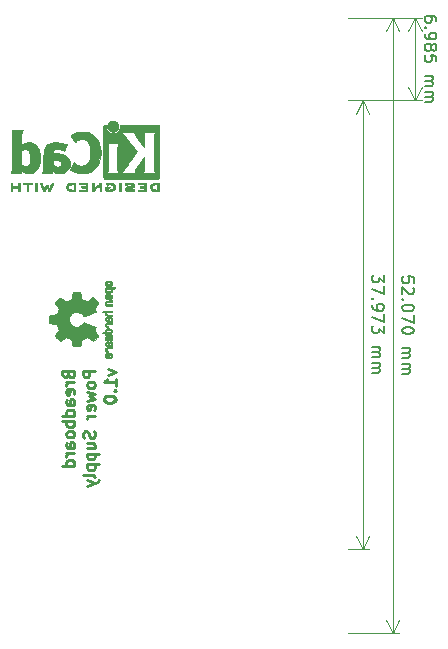
<source format=gbo>
%TF.GenerationSoftware,KiCad,Pcbnew,(5.1.8)-1*%
%TF.CreationDate,2020-12-06T18:17:34-05:00*%
%TF.ProjectId,Breadboar Power Supply v1,42726561-6462-46f6-9172-20506f776572,1.0*%
%TF.SameCoordinates,Original*%
%TF.FileFunction,Legend,Bot*%
%TF.FilePolarity,Positive*%
%FSLAX46Y46*%
G04 Gerber Fmt 4.6, Leading zero omitted, Abs format (unit mm)*
G04 Created by KiCad (PCBNEW (5.1.8)-1) date 2020-12-06 18:17:34*
%MOMM*%
%LPD*%
G01*
G04 APERTURE LIST*
%ADD10C,0.150000*%
%ADD11C,0.120000*%
%ADD12C,0.250000*%
%ADD13C,0.010000*%
G04 APERTURE END LIST*
D10*
X209589619Y-84249023D02*
X209589619Y-84058547D01*
X209542000Y-83963309D01*
X209494380Y-83915690D01*
X209351523Y-83820452D01*
X209161047Y-83772833D01*
X208780095Y-83772833D01*
X208684857Y-83820452D01*
X208637238Y-83868071D01*
X208589619Y-83963309D01*
X208589619Y-84153785D01*
X208637238Y-84249023D01*
X208684857Y-84296642D01*
X208780095Y-84344261D01*
X209018190Y-84344261D01*
X209113428Y-84296642D01*
X209161047Y-84249023D01*
X209208666Y-84153785D01*
X209208666Y-83963309D01*
X209161047Y-83868071D01*
X209113428Y-83820452D01*
X209018190Y-83772833D01*
X208684857Y-84772833D02*
X208637238Y-84820452D01*
X208589619Y-84772833D01*
X208637238Y-84725214D01*
X208684857Y-84772833D01*
X208589619Y-84772833D01*
X208589619Y-85296642D02*
X208589619Y-85487119D01*
X208637238Y-85582357D01*
X208684857Y-85629976D01*
X208827714Y-85725214D01*
X209018190Y-85772833D01*
X209399142Y-85772833D01*
X209494380Y-85725214D01*
X209542000Y-85677595D01*
X209589619Y-85582357D01*
X209589619Y-85391880D01*
X209542000Y-85296642D01*
X209494380Y-85249023D01*
X209399142Y-85201404D01*
X209161047Y-85201404D01*
X209065809Y-85249023D01*
X209018190Y-85296642D01*
X208970571Y-85391880D01*
X208970571Y-85582357D01*
X209018190Y-85677595D01*
X209065809Y-85725214D01*
X209161047Y-85772833D01*
X209161047Y-86344261D02*
X209208666Y-86249023D01*
X209256285Y-86201404D01*
X209351523Y-86153785D01*
X209399142Y-86153785D01*
X209494380Y-86201404D01*
X209542000Y-86249023D01*
X209589619Y-86344261D01*
X209589619Y-86534738D01*
X209542000Y-86629976D01*
X209494380Y-86677595D01*
X209399142Y-86725214D01*
X209351523Y-86725214D01*
X209256285Y-86677595D01*
X209208666Y-86629976D01*
X209161047Y-86534738D01*
X209161047Y-86344261D01*
X209113428Y-86249023D01*
X209065809Y-86201404D01*
X208970571Y-86153785D01*
X208780095Y-86153785D01*
X208684857Y-86201404D01*
X208637238Y-86249023D01*
X208589619Y-86344261D01*
X208589619Y-86534738D01*
X208637238Y-86629976D01*
X208684857Y-86677595D01*
X208780095Y-86725214D01*
X208970571Y-86725214D01*
X209065809Y-86677595D01*
X209113428Y-86629976D01*
X209161047Y-86534738D01*
X209589619Y-87629976D02*
X209589619Y-87153785D01*
X209113428Y-87106166D01*
X209161047Y-87153785D01*
X209208666Y-87249023D01*
X209208666Y-87487119D01*
X209161047Y-87582357D01*
X209113428Y-87629976D01*
X209018190Y-87677595D01*
X208780095Y-87677595D01*
X208684857Y-87629976D01*
X208637238Y-87582357D01*
X208589619Y-87487119D01*
X208589619Y-87249023D01*
X208637238Y-87153785D01*
X208684857Y-87106166D01*
X208589619Y-88868071D02*
X209256285Y-88868071D01*
X209161047Y-88868071D02*
X209208666Y-88915690D01*
X209256285Y-89010928D01*
X209256285Y-89153785D01*
X209208666Y-89249023D01*
X209113428Y-89296642D01*
X208589619Y-89296642D01*
X209113428Y-89296642D02*
X209208666Y-89344261D01*
X209256285Y-89439500D01*
X209256285Y-89582357D01*
X209208666Y-89677595D01*
X209113428Y-89725214D01*
X208589619Y-89725214D01*
X208589619Y-90201404D02*
X209256285Y-90201404D01*
X209161047Y-90201404D02*
X209208666Y-90249023D01*
X209256285Y-90344261D01*
X209256285Y-90487119D01*
X209208666Y-90582357D01*
X209113428Y-90629976D01*
X208589619Y-90629976D01*
X209113428Y-90629976D02*
X209208666Y-90677595D01*
X209256285Y-90772833D01*
X209256285Y-90915690D01*
X209208666Y-91010928D01*
X209113428Y-91058547D01*
X208589619Y-91058547D01*
D11*
X207772000Y-83947000D02*
X207772000Y-90932000D01*
X202057000Y-83947000D02*
X208358421Y-83947000D01*
X202057000Y-90932000D02*
X208358421Y-90932000D01*
X207772000Y-90932000D02*
X207185579Y-89805496D01*
X207772000Y-90932000D02*
X208358421Y-89805496D01*
X207772000Y-83947000D02*
X207185579Y-85073504D01*
X207772000Y-83947000D02*
X208358421Y-85073504D01*
D10*
X207684619Y-106362952D02*
X207684619Y-105886761D01*
X207208428Y-105839142D01*
X207256047Y-105886761D01*
X207303666Y-105982000D01*
X207303666Y-106220095D01*
X207256047Y-106315333D01*
X207208428Y-106362952D01*
X207113190Y-106410571D01*
X206875095Y-106410571D01*
X206779857Y-106362952D01*
X206732238Y-106315333D01*
X206684619Y-106220095D01*
X206684619Y-105982000D01*
X206732238Y-105886761D01*
X206779857Y-105839142D01*
X207589380Y-106791523D02*
X207637000Y-106839142D01*
X207684619Y-106934380D01*
X207684619Y-107172476D01*
X207637000Y-107267714D01*
X207589380Y-107315333D01*
X207494142Y-107362952D01*
X207398904Y-107362952D01*
X207256047Y-107315333D01*
X206684619Y-106743904D01*
X206684619Y-107362952D01*
X206779857Y-107791523D02*
X206732238Y-107839142D01*
X206684619Y-107791523D01*
X206732238Y-107743904D01*
X206779857Y-107791523D01*
X206684619Y-107791523D01*
X207684619Y-108458190D02*
X207684619Y-108553428D01*
X207637000Y-108648666D01*
X207589380Y-108696285D01*
X207494142Y-108743904D01*
X207303666Y-108791523D01*
X207065571Y-108791523D01*
X206875095Y-108743904D01*
X206779857Y-108696285D01*
X206732238Y-108648666D01*
X206684619Y-108553428D01*
X206684619Y-108458190D01*
X206732238Y-108362952D01*
X206779857Y-108315333D01*
X206875095Y-108267714D01*
X207065571Y-108220095D01*
X207303666Y-108220095D01*
X207494142Y-108267714D01*
X207589380Y-108315333D01*
X207637000Y-108362952D01*
X207684619Y-108458190D01*
X207684619Y-109124857D02*
X207684619Y-109791523D01*
X206684619Y-109362952D01*
X207684619Y-110362952D02*
X207684619Y-110458190D01*
X207637000Y-110553428D01*
X207589380Y-110601047D01*
X207494142Y-110648666D01*
X207303666Y-110696285D01*
X207065571Y-110696285D01*
X206875095Y-110648666D01*
X206779857Y-110601047D01*
X206732238Y-110553428D01*
X206684619Y-110458190D01*
X206684619Y-110362952D01*
X206732238Y-110267714D01*
X206779857Y-110220095D01*
X206875095Y-110172476D01*
X207065571Y-110124857D01*
X207303666Y-110124857D01*
X207494142Y-110172476D01*
X207589380Y-110220095D01*
X207637000Y-110267714D01*
X207684619Y-110362952D01*
X206684619Y-111886761D02*
X207351285Y-111886761D01*
X207256047Y-111886761D02*
X207303666Y-111934380D01*
X207351285Y-112029619D01*
X207351285Y-112172476D01*
X207303666Y-112267714D01*
X207208428Y-112315333D01*
X206684619Y-112315333D01*
X207208428Y-112315333D02*
X207303666Y-112362952D01*
X207351285Y-112458190D01*
X207351285Y-112601047D01*
X207303666Y-112696285D01*
X207208428Y-112743904D01*
X206684619Y-112743904D01*
X206684619Y-113220095D02*
X207351285Y-113220095D01*
X207256047Y-113220095D02*
X207303666Y-113267714D01*
X207351285Y-113362952D01*
X207351285Y-113505809D01*
X207303666Y-113601047D01*
X207208428Y-113648666D01*
X206684619Y-113648666D01*
X207208428Y-113648666D02*
X207303666Y-113696285D01*
X207351285Y-113791523D01*
X207351285Y-113934380D01*
X207303666Y-114029619D01*
X207208428Y-114077238D01*
X206684619Y-114077238D01*
D11*
X205867000Y-83947000D02*
X205867000Y-136017000D01*
X202057000Y-83947000D02*
X206453421Y-83947000D01*
X202057000Y-136017000D02*
X206453421Y-136017000D01*
X205867000Y-136017000D02*
X205280579Y-134890496D01*
X205867000Y-136017000D02*
X206453421Y-134890496D01*
X205867000Y-83947000D02*
X205280579Y-85073504D01*
X205867000Y-83947000D02*
X206453421Y-85073504D01*
D10*
X205144619Y-105728023D02*
X205144619Y-106347071D01*
X204763666Y-106013738D01*
X204763666Y-106156595D01*
X204716047Y-106251833D01*
X204668428Y-106299452D01*
X204573190Y-106347071D01*
X204335095Y-106347071D01*
X204239857Y-106299452D01*
X204192238Y-106251833D01*
X204144619Y-106156595D01*
X204144619Y-105870880D01*
X204192238Y-105775642D01*
X204239857Y-105728023D01*
X205144619Y-106680404D02*
X205144619Y-107347071D01*
X204144619Y-106918500D01*
X204239857Y-107728023D02*
X204192238Y-107775642D01*
X204144619Y-107728023D01*
X204192238Y-107680404D01*
X204239857Y-107728023D01*
X204144619Y-107728023D01*
X204144619Y-108251833D02*
X204144619Y-108442309D01*
X204192238Y-108537547D01*
X204239857Y-108585166D01*
X204382714Y-108680404D01*
X204573190Y-108728023D01*
X204954142Y-108728023D01*
X205049380Y-108680404D01*
X205097000Y-108632785D01*
X205144619Y-108537547D01*
X205144619Y-108347071D01*
X205097000Y-108251833D01*
X205049380Y-108204214D01*
X204954142Y-108156595D01*
X204716047Y-108156595D01*
X204620809Y-108204214D01*
X204573190Y-108251833D01*
X204525571Y-108347071D01*
X204525571Y-108537547D01*
X204573190Y-108632785D01*
X204620809Y-108680404D01*
X204716047Y-108728023D01*
X205144619Y-109061357D02*
X205144619Y-109728023D01*
X204144619Y-109299452D01*
X205144619Y-110013738D02*
X205144619Y-110632785D01*
X204763666Y-110299452D01*
X204763666Y-110442309D01*
X204716047Y-110537547D01*
X204668428Y-110585166D01*
X204573190Y-110632785D01*
X204335095Y-110632785D01*
X204239857Y-110585166D01*
X204192238Y-110537547D01*
X204144619Y-110442309D01*
X204144619Y-110156595D01*
X204192238Y-110061357D01*
X204239857Y-110013738D01*
X204144619Y-111823261D02*
X204811285Y-111823261D01*
X204716047Y-111823261D02*
X204763666Y-111870880D01*
X204811285Y-111966119D01*
X204811285Y-112108976D01*
X204763666Y-112204214D01*
X204668428Y-112251833D01*
X204144619Y-112251833D01*
X204668428Y-112251833D02*
X204763666Y-112299452D01*
X204811285Y-112394690D01*
X204811285Y-112537547D01*
X204763666Y-112632785D01*
X204668428Y-112680404D01*
X204144619Y-112680404D01*
X204144619Y-113156595D02*
X204811285Y-113156595D01*
X204716047Y-113156595D02*
X204763666Y-113204214D01*
X204811285Y-113299452D01*
X204811285Y-113442309D01*
X204763666Y-113537547D01*
X204668428Y-113585166D01*
X204144619Y-113585166D01*
X204668428Y-113585166D02*
X204763666Y-113632785D01*
X204811285Y-113728023D01*
X204811285Y-113870880D01*
X204763666Y-113966119D01*
X204668428Y-114013738D01*
X204144619Y-114013738D01*
D11*
X203327000Y-90932000D02*
X203327000Y-128905000D01*
X202057000Y-90932000D02*
X203913421Y-90932000D01*
X202057000Y-128905000D02*
X203913421Y-128905000D01*
X203327000Y-128905000D02*
X202740579Y-127778496D01*
X203327000Y-128905000D02*
X203913421Y-127778496D01*
X203327000Y-90932000D02*
X202740579Y-92058504D01*
X203327000Y-90932000D02*
X203913421Y-92058504D01*
D12*
X178391571Y-114144928D02*
X178439190Y-114287785D01*
X178486809Y-114335404D01*
X178582047Y-114383023D01*
X178724904Y-114383023D01*
X178820142Y-114335404D01*
X178867761Y-114287785D01*
X178915380Y-114192547D01*
X178915380Y-113811595D01*
X177915380Y-113811595D01*
X177915380Y-114144928D01*
X177963000Y-114240166D01*
X178010619Y-114287785D01*
X178105857Y-114335404D01*
X178201095Y-114335404D01*
X178296333Y-114287785D01*
X178343952Y-114240166D01*
X178391571Y-114144928D01*
X178391571Y-113811595D01*
X178915380Y-114811595D02*
X178248714Y-114811595D01*
X178439190Y-114811595D02*
X178343952Y-114859214D01*
X178296333Y-114906833D01*
X178248714Y-115002071D01*
X178248714Y-115097309D01*
X178867761Y-115811595D02*
X178915380Y-115716357D01*
X178915380Y-115525880D01*
X178867761Y-115430642D01*
X178772523Y-115383023D01*
X178391571Y-115383023D01*
X178296333Y-115430642D01*
X178248714Y-115525880D01*
X178248714Y-115716357D01*
X178296333Y-115811595D01*
X178391571Y-115859214D01*
X178486809Y-115859214D01*
X178582047Y-115383023D01*
X178915380Y-116716357D02*
X178391571Y-116716357D01*
X178296333Y-116668738D01*
X178248714Y-116573500D01*
X178248714Y-116383023D01*
X178296333Y-116287785D01*
X178867761Y-116716357D02*
X178915380Y-116621119D01*
X178915380Y-116383023D01*
X178867761Y-116287785D01*
X178772523Y-116240166D01*
X178677285Y-116240166D01*
X178582047Y-116287785D01*
X178534428Y-116383023D01*
X178534428Y-116621119D01*
X178486809Y-116716357D01*
X178915380Y-117621119D02*
X177915380Y-117621119D01*
X178867761Y-117621119D02*
X178915380Y-117525880D01*
X178915380Y-117335404D01*
X178867761Y-117240166D01*
X178820142Y-117192547D01*
X178724904Y-117144928D01*
X178439190Y-117144928D01*
X178343952Y-117192547D01*
X178296333Y-117240166D01*
X178248714Y-117335404D01*
X178248714Y-117525880D01*
X178296333Y-117621119D01*
X178915380Y-118097309D02*
X177915380Y-118097309D01*
X178296333Y-118097309D02*
X178248714Y-118192547D01*
X178248714Y-118383023D01*
X178296333Y-118478261D01*
X178343952Y-118525880D01*
X178439190Y-118573500D01*
X178724904Y-118573500D01*
X178820142Y-118525880D01*
X178867761Y-118478261D01*
X178915380Y-118383023D01*
X178915380Y-118192547D01*
X178867761Y-118097309D01*
X178915380Y-119144928D02*
X178867761Y-119049690D01*
X178820142Y-119002071D01*
X178724904Y-118954452D01*
X178439190Y-118954452D01*
X178343952Y-119002071D01*
X178296333Y-119049690D01*
X178248714Y-119144928D01*
X178248714Y-119287785D01*
X178296333Y-119383023D01*
X178343952Y-119430642D01*
X178439190Y-119478261D01*
X178724904Y-119478261D01*
X178820142Y-119430642D01*
X178867761Y-119383023D01*
X178915380Y-119287785D01*
X178915380Y-119144928D01*
X178915380Y-120335404D02*
X178391571Y-120335404D01*
X178296333Y-120287785D01*
X178248714Y-120192547D01*
X178248714Y-120002071D01*
X178296333Y-119906833D01*
X178867761Y-120335404D02*
X178915380Y-120240166D01*
X178915380Y-120002071D01*
X178867761Y-119906833D01*
X178772523Y-119859214D01*
X178677285Y-119859214D01*
X178582047Y-119906833D01*
X178534428Y-120002071D01*
X178534428Y-120240166D01*
X178486809Y-120335404D01*
X178915380Y-120811595D02*
X178248714Y-120811595D01*
X178439190Y-120811595D02*
X178343952Y-120859214D01*
X178296333Y-120906833D01*
X178248714Y-121002071D01*
X178248714Y-121097309D01*
X178915380Y-121859214D02*
X177915380Y-121859214D01*
X178867761Y-121859214D02*
X178915380Y-121763976D01*
X178915380Y-121573500D01*
X178867761Y-121478261D01*
X178820142Y-121430642D01*
X178724904Y-121383023D01*
X178439190Y-121383023D01*
X178343952Y-121430642D01*
X178296333Y-121478261D01*
X178248714Y-121573500D01*
X178248714Y-121763976D01*
X178296333Y-121859214D01*
X180665380Y-113811595D02*
X179665380Y-113811595D01*
X179665380Y-114192547D01*
X179713000Y-114287785D01*
X179760619Y-114335404D01*
X179855857Y-114383023D01*
X179998714Y-114383023D01*
X180093952Y-114335404D01*
X180141571Y-114287785D01*
X180189190Y-114192547D01*
X180189190Y-113811595D01*
X180665380Y-114954452D02*
X180617761Y-114859214D01*
X180570142Y-114811595D01*
X180474904Y-114763976D01*
X180189190Y-114763976D01*
X180093952Y-114811595D01*
X180046333Y-114859214D01*
X179998714Y-114954452D01*
X179998714Y-115097309D01*
X180046333Y-115192547D01*
X180093952Y-115240166D01*
X180189190Y-115287785D01*
X180474904Y-115287785D01*
X180570142Y-115240166D01*
X180617761Y-115192547D01*
X180665380Y-115097309D01*
X180665380Y-114954452D01*
X179998714Y-115621119D02*
X180665380Y-115811595D01*
X180189190Y-116002071D01*
X180665380Y-116192547D01*
X179998714Y-116383023D01*
X180617761Y-117144928D02*
X180665380Y-117049690D01*
X180665380Y-116859214D01*
X180617761Y-116763976D01*
X180522523Y-116716357D01*
X180141571Y-116716357D01*
X180046333Y-116763976D01*
X179998714Y-116859214D01*
X179998714Y-117049690D01*
X180046333Y-117144928D01*
X180141571Y-117192547D01*
X180236809Y-117192547D01*
X180332047Y-116716357D01*
X180665380Y-117621119D02*
X179998714Y-117621119D01*
X180189190Y-117621119D02*
X180093952Y-117668738D01*
X180046333Y-117716357D01*
X179998714Y-117811595D01*
X179998714Y-117906833D01*
X180617761Y-118954452D02*
X180665380Y-119097309D01*
X180665380Y-119335404D01*
X180617761Y-119430642D01*
X180570142Y-119478261D01*
X180474904Y-119525880D01*
X180379666Y-119525880D01*
X180284428Y-119478261D01*
X180236809Y-119430642D01*
X180189190Y-119335404D01*
X180141571Y-119144928D01*
X180093952Y-119049690D01*
X180046333Y-119002071D01*
X179951095Y-118954452D01*
X179855857Y-118954452D01*
X179760619Y-119002071D01*
X179713000Y-119049690D01*
X179665380Y-119144928D01*
X179665380Y-119383023D01*
X179713000Y-119525880D01*
X179998714Y-120383023D02*
X180665380Y-120383023D01*
X179998714Y-119954452D02*
X180522523Y-119954452D01*
X180617761Y-120002071D01*
X180665380Y-120097309D01*
X180665380Y-120240166D01*
X180617761Y-120335404D01*
X180570142Y-120383023D01*
X179998714Y-120859214D02*
X180998714Y-120859214D01*
X180046333Y-120859214D02*
X179998714Y-120954452D01*
X179998714Y-121144928D01*
X180046333Y-121240166D01*
X180093952Y-121287785D01*
X180189190Y-121335404D01*
X180474904Y-121335404D01*
X180570142Y-121287785D01*
X180617761Y-121240166D01*
X180665380Y-121144928D01*
X180665380Y-120954452D01*
X180617761Y-120859214D01*
X179998714Y-121763976D02*
X180998714Y-121763976D01*
X180046333Y-121763976D02*
X179998714Y-121859214D01*
X179998714Y-122049690D01*
X180046333Y-122144928D01*
X180093952Y-122192547D01*
X180189190Y-122240166D01*
X180474904Y-122240166D01*
X180570142Y-122192547D01*
X180617761Y-122144928D01*
X180665380Y-122049690D01*
X180665380Y-121859214D01*
X180617761Y-121763976D01*
X180665380Y-122811595D02*
X180617761Y-122716357D01*
X180522523Y-122668738D01*
X179665380Y-122668738D01*
X179998714Y-123097309D02*
X180665380Y-123335404D01*
X179998714Y-123573500D02*
X180665380Y-123335404D01*
X180903476Y-123240166D01*
X180951095Y-123192547D01*
X180998714Y-123097309D01*
X181748714Y-113716357D02*
X182415380Y-113954452D01*
X181748714Y-114192547D01*
X182415380Y-115097309D02*
X182415380Y-114525880D01*
X182415380Y-114811595D02*
X181415380Y-114811595D01*
X181558238Y-114716357D01*
X181653476Y-114621119D01*
X181701095Y-114525880D01*
X182320142Y-115525880D02*
X182367761Y-115573500D01*
X182415380Y-115525880D01*
X182367761Y-115478261D01*
X182320142Y-115525880D01*
X182415380Y-115525880D01*
X181415380Y-116192547D02*
X181415380Y-116287785D01*
X181463000Y-116383023D01*
X181510619Y-116430642D01*
X181605857Y-116478261D01*
X181796333Y-116525880D01*
X182034428Y-116525880D01*
X182224904Y-116478261D01*
X182320142Y-116430642D01*
X182367761Y-116383023D01*
X182415380Y-116287785D01*
X182415380Y-116192547D01*
X182367761Y-116097309D01*
X182320142Y-116049690D01*
X182224904Y-116002071D01*
X182034428Y-115954452D01*
X181796333Y-115954452D01*
X181605857Y-116002071D01*
X181510619Y-116049690D01*
X181463000Y-116097309D01*
X181415380Y-116192547D01*
D13*
%TO.C,REF\u002A\u002A*%
G36*
X173603177Y-97905533D02*
G01*
X173571798Y-97927776D01*
X173544089Y-97955485D01*
X173544089Y-98264920D01*
X173544162Y-98356799D01*
X173544505Y-98428840D01*
X173545308Y-98483780D01*
X173546759Y-98524360D01*
X173549048Y-98553317D01*
X173552364Y-98573391D01*
X173556895Y-98587321D01*
X173562831Y-98597845D01*
X173567486Y-98604100D01*
X173598217Y-98628673D01*
X173633504Y-98631341D01*
X173665755Y-98616271D01*
X173676412Y-98607374D01*
X173683536Y-98595557D01*
X173687833Y-98576526D01*
X173690009Y-98545992D01*
X173690772Y-98499662D01*
X173690845Y-98463871D01*
X173690845Y-98329045D01*
X174187556Y-98329045D01*
X174187556Y-98451700D01*
X174188069Y-98507787D01*
X174190124Y-98546333D01*
X174194492Y-98572361D01*
X174201944Y-98590897D01*
X174210953Y-98604100D01*
X174241856Y-98628604D01*
X174276804Y-98631506D01*
X174310262Y-98614089D01*
X174319396Y-98604959D01*
X174325848Y-98592855D01*
X174330103Y-98574001D01*
X174332648Y-98544620D01*
X174333971Y-98500937D01*
X174334557Y-98439175D01*
X174334625Y-98425000D01*
X174335109Y-98308631D01*
X174335359Y-98212727D01*
X174335277Y-98135177D01*
X174334769Y-98073869D01*
X174333738Y-98026690D01*
X174332087Y-97991530D01*
X174329721Y-97966276D01*
X174326543Y-97948817D01*
X174322456Y-97937041D01*
X174317366Y-97928835D01*
X174311734Y-97922645D01*
X174279872Y-97902844D01*
X174246643Y-97905533D01*
X174215265Y-97927776D01*
X174202567Y-97942126D01*
X174194474Y-97957978D01*
X174189958Y-97980554D01*
X174187994Y-98015078D01*
X174187556Y-98066776D01*
X174187556Y-98182289D01*
X173690845Y-98182289D01*
X173690845Y-98063756D01*
X173690338Y-98009148D01*
X173688302Y-97972275D01*
X173683965Y-97948307D01*
X173676553Y-97932415D01*
X173668267Y-97922645D01*
X173636406Y-97902844D01*
X173603177Y-97905533D01*
G37*
X173603177Y-97905533D02*
X173571798Y-97927776D01*
X173544089Y-97955485D01*
X173544089Y-98264920D01*
X173544162Y-98356799D01*
X173544505Y-98428840D01*
X173545308Y-98483780D01*
X173546759Y-98524360D01*
X173549048Y-98553317D01*
X173552364Y-98573391D01*
X173556895Y-98587321D01*
X173562831Y-98597845D01*
X173567486Y-98604100D01*
X173598217Y-98628673D01*
X173633504Y-98631341D01*
X173665755Y-98616271D01*
X173676412Y-98607374D01*
X173683536Y-98595557D01*
X173687833Y-98576526D01*
X173690009Y-98545992D01*
X173690772Y-98499662D01*
X173690845Y-98463871D01*
X173690845Y-98329045D01*
X174187556Y-98329045D01*
X174187556Y-98451700D01*
X174188069Y-98507787D01*
X174190124Y-98546333D01*
X174194492Y-98572361D01*
X174201944Y-98590897D01*
X174210953Y-98604100D01*
X174241856Y-98628604D01*
X174276804Y-98631506D01*
X174310262Y-98614089D01*
X174319396Y-98604959D01*
X174325848Y-98592855D01*
X174330103Y-98574001D01*
X174332648Y-98544620D01*
X174333971Y-98500937D01*
X174334557Y-98439175D01*
X174334625Y-98425000D01*
X174335109Y-98308631D01*
X174335359Y-98212727D01*
X174335277Y-98135177D01*
X174334769Y-98073869D01*
X174333738Y-98026690D01*
X174332087Y-97991530D01*
X174329721Y-97966276D01*
X174326543Y-97948817D01*
X174322456Y-97937041D01*
X174317366Y-97928835D01*
X174311734Y-97922645D01*
X174279872Y-97902844D01*
X174246643Y-97905533D01*
X174215265Y-97927776D01*
X174202567Y-97942126D01*
X174194474Y-97957978D01*
X174189958Y-97980554D01*
X174187994Y-98015078D01*
X174187556Y-98066776D01*
X174187556Y-98182289D01*
X173690845Y-98182289D01*
X173690845Y-98063756D01*
X173690338Y-98009148D01*
X173688302Y-97972275D01*
X173683965Y-97948307D01*
X173676553Y-97932415D01*
X173668267Y-97922645D01*
X173636406Y-97902844D01*
X173603177Y-97905533D01*
G36*
X174868935Y-97900163D02*
G01*
X174790228Y-97900542D01*
X174729137Y-97901333D01*
X174683183Y-97902670D01*
X174649886Y-97904683D01*
X174626764Y-97907506D01*
X174611338Y-97911269D01*
X174601129Y-97916105D01*
X174596187Y-97919822D01*
X174570543Y-97952358D01*
X174567441Y-97986138D01*
X174583289Y-98016826D01*
X174593652Y-98029089D01*
X174604804Y-98037450D01*
X174620965Y-98042657D01*
X174646358Y-98045457D01*
X174685202Y-98046596D01*
X174741720Y-98046821D01*
X174752820Y-98046822D01*
X174898756Y-98046822D01*
X174898756Y-98317756D01*
X174898852Y-98403154D01*
X174899289Y-98468864D01*
X174900288Y-98517774D01*
X174902072Y-98552773D01*
X174904863Y-98576749D01*
X174908883Y-98592593D01*
X174914355Y-98603191D01*
X174921334Y-98611267D01*
X174954266Y-98631112D01*
X174988646Y-98629548D01*
X175019824Y-98606906D01*
X175022114Y-98604100D01*
X175029571Y-98593492D01*
X175035253Y-98581081D01*
X175039399Y-98563850D01*
X175042250Y-98538784D01*
X175044046Y-98502867D01*
X175045028Y-98453083D01*
X175045436Y-98386417D01*
X175045511Y-98310589D01*
X175045511Y-98046822D01*
X175184873Y-98046822D01*
X175244678Y-98046418D01*
X175286082Y-98044840D01*
X175313252Y-98041547D01*
X175330354Y-98035992D01*
X175341557Y-98027631D01*
X175342917Y-98026178D01*
X175359275Y-97992939D01*
X175357828Y-97955362D01*
X175339022Y-97922645D01*
X175331750Y-97916298D01*
X175322373Y-97911266D01*
X175308391Y-97907396D01*
X175287304Y-97904537D01*
X175256611Y-97902535D01*
X175213811Y-97901239D01*
X175156405Y-97900498D01*
X175081890Y-97900158D01*
X174987767Y-97900068D01*
X174967740Y-97900067D01*
X174868935Y-97900163D01*
G37*
X174868935Y-97900163D02*
X174790228Y-97900542D01*
X174729137Y-97901333D01*
X174683183Y-97902670D01*
X174649886Y-97904683D01*
X174626764Y-97907506D01*
X174611338Y-97911269D01*
X174601129Y-97916105D01*
X174596187Y-97919822D01*
X174570543Y-97952358D01*
X174567441Y-97986138D01*
X174583289Y-98016826D01*
X174593652Y-98029089D01*
X174604804Y-98037450D01*
X174620965Y-98042657D01*
X174646358Y-98045457D01*
X174685202Y-98046596D01*
X174741720Y-98046821D01*
X174752820Y-98046822D01*
X174898756Y-98046822D01*
X174898756Y-98317756D01*
X174898852Y-98403154D01*
X174899289Y-98468864D01*
X174900288Y-98517774D01*
X174902072Y-98552773D01*
X174904863Y-98576749D01*
X174908883Y-98592593D01*
X174914355Y-98603191D01*
X174921334Y-98611267D01*
X174954266Y-98631112D01*
X174988646Y-98629548D01*
X175019824Y-98606906D01*
X175022114Y-98604100D01*
X175029571Y-98593492D01*
X175035253Y-98581081D01*
X175039399Y-98563850D01*
X175042250Y-98538784D01*
X175044046Y-98502867D01*
X175045028Y-98453083D01*
X175045436Y-98386417D01*
X175045511Y-98310589D01*
X175045511Y-98046822D01*
X175184873Y-98046822D01*
X175244678Y-98046418D01*
X175286082Y-98044840D01*
X175313252Y-98041547D01*
X175330354Y-98035992D01*
X175341557Y-98027631D01*
X175342917Y-98026178D01*
X175359275Y-97992939D01*
X175357828Y-97955362D01*
X175339022Y-97922645D01*
X175331750Y-97916298D01*
X175322373Y-97911266D01*
X175308391Y-97907396D01*
X175287304Y-97904537D01*
X175256611Y-97902535D01*
X175213811Y-97901239D01*
X175156405Y-97900498D01*
X175081890Y-97900158D01*
X174987767Y-97900068D01*
X174967740Y-97900067D01*
X174868935Y-97900163D01*
G36*
X175643386Y-97906877D02*
G01*
X175619673Y-97921647D01*
X175593022Y-97943227D01*
X175593022Y-98264773D01*
X175593107Y-98358830D01*
X175593471Y-98432932D01*
X175594276Y-98489704D01*
X175595687Y-98531768D01*
X175597867Y-98561748D01*
X175600979Y-98582267D01*
X175605186Y-98595949D01*
X175610652Y-98605416D01*
X175614528Y-98610082D01*
X175645966Y-98630575D01*
X175681767Y-98629739D01*
X175713127Y-98612264D01*
X175739778Y-98590684D01*
X175739778Y-97943227D01*
X175713127Y-97921647D01*
X175687406Y-97905949D01*
X175666400Y-97900067D01*
X175643386Y-97906877D01*
G37*
X175643386Y-97906877D02*
X175619673Y-97921647D01*
X175593022Y-97943227D01*
X175593022Y-98264773D01*
X175593107Y-98358830D01*
X175593471Y-98432932D01*
X175594276Y-98489704D01*
X175595687Y-98531768D01*
X175597867Y-98561748D01*
X175600979Y-98582267D01*
X175605186Y-98595949D01*
X175610652Y-98605416D01*
X175614528Y-98610082D01*
X175645966Y-98630575D01*
X175681767Y-98629739D01*
X175713127Y-98612264D01*
X175739778Y-98590684D01*
X175739778Y-97943227D01*
X175713127Y-97921647D01*
X175687406Y-97905949D01*
X175666400Y-97900067D01*
X175643386Y-97906877D01*
G36*
X176087335Y-97902034D02*
G01*
X176067745Y-97909035D01*
X176066990Y-97909377D01*
X176040387Y-97929678D01*
X176025730Y-97950561D01*
X176022862Y-97960352D01*
X176023004Y-97973361D01*
X176027039Y-97991895D01*
X176035854Y-98018257D01*
X176050331Y-98054752D01*
X176071355Y-98103687D01*
X176099812Y-98167365D01*
X176136585Y-98248093D01*
X176156825Y-98292216D01*
X176193375Y-98370985D01*
X176227685Y-98443423D01*
X176258448Y-98506880D01*
X176284352Y-98558708D01*
X176304090Y-98596259D01*
X176316350Y-98616884D01*
X176318776Y-98619733D01*
X176349817Y-98632302D01*
X176384879Y-98630619D01*
X176413000Y-98615332D01*
X176414146Y-98614089D01*
X176425332Y-98597154D01*
X176444096Y-98564170D01*
X176468125Y-98519380D01*
X176495103Y-98467032D01*
X176504799Y-98447742D01*
X176577986Y-98301150D01*
X176657760Y-98460393D01*
X176686233Y-98515415D01*
X176712650Y-98563132D01*
X176734852Y-98599893D01*
X176750681Y-98622044D01*
X176756046Y-98626741D01*
X176797743Y-98633102D01*
X176832151Y-98619733D01*
X176842272Y-98605446D01*
X176859786Y-98573692D01*
X176883265Y-98527597D01*
X176911280Y-98470285D01*
X176942401Y-98404880D01*
X176975201Y-98334507D01*
X177008250Y-98262291D01*
X177040119Y-98191355D01*
X177069381Y-98124825D01*
X177094605Y-98065826D01*
X177114364Y-98017481D01*
X177127228Y-97982915D01*
X177131769Y-97965253D01*
X177131723Y-97964613D01*
X177120674Y-97942388D01*
X177098590Y-97919753D01*
X177097290Y-97918768D01*
X177070147Y-97903425D01*
X177045042Y-97903574D01*
X177035632Y-97906466D01*
X177024166Y-97912718D01*
X177011990Y-97925014D01*
X176997643Y-97945908D01*
X176979664Y-97977949D01*
X176956593Y-98023688D01*
X176926970Y-98085677D01*
X176900255Y-98142898D01*
X176869520Y-98209226D01*
X176841979Y-98268874D01*
X176819062Y-98318725D01*
X176802202Y-98355664D01*
X176792827Y-98376573D01*
X176791460Y-98379845D01*
X176785311Y-98374497D01*
X176771178Y-98352109D01*
X176750943Y-98315946D01*
X176726485Y-98269277D01*
X176716752Y-98250022D01*
X176683783Y-98185004D01*
X176658357Y-98137654D01*
X176638388Y-98105219D01*
X176621790Y-98084946D01*
X176606476Y-98074082D01*
X176590360Y-98069875D01*
X176579857Y-98069400D01*
X176561330Y-98071042D01*
X176545096Y-98077831D01*
X176528965Y-98092566D01*
X176510749Y-98118044D01*
X176488261Y-98157061D01*
X176459311Y-98212414D01*
X176443338Y-98243903D01*
X176417430Y-98294087D01*
X176394833Y-98335704D01*
X176377542Y-98365242D01*
X176367550Y-98379189D01*
X176366191Y-98379770D01*
X176359739Y-98368793D01*
X176345292Y-98340290D01*
X176324297Y-98297244D01*
X176298203Y-98242638D01*
X176268454Y-98179454D01*
X176253820Y-98148071D01*
X176215750Y-98067078D01*
X176185095Y-98004756D01*
X176160263Y-97959071D01*
X176139663Y-97927989D01*
X176121702Y-97909478D01*
X176104790Y-97901504D01*
X176087335Y-97902034D01*
G37*
X176087335Y-97902034D02*
X176067745Y-97909035D01*
X176066990Y-97909377D01*
X176040387Y-97929678D01*
X176025730Y-97950561D01*
X176022862Y-97960352D01*
X176023004Y-97973361D01*
X176027039Y-97991895D01*
X176035854Y-98018257D01*
X176050331Y-98054752D01*
X176071355Y-98103687D01*
X176099812Y-98167365D01*
X176136585Y-98248093D01*
X176156825Y-98292216D01*
X176193375Y-98370985D01*
X176227685Y-98443423D01*
X176258448Y-98506880D01*
X176284352Y-98558708D01*
X176304090Y-98596259D01*
X176316350Y-98616884D01*
X176318776Y-98619733D01*
X176349817Y-98632302D01*
X176384879Y-98630619D01*
X176413000Y-98615332D01*
X176414146Y-98614089D01*
X176425332Y-98597154D01*
X176444096Y-98564170D01*
X176468125Y-98519380D01*
X176495103Y-98467032D01*
X176504799Y-98447742D01*
X176577986Y-98301150D01*
X176657760Y-98460393D01*
X176686233Y-98515415D01*
X176712650Y-98563132D01*
X176734852Y-98599893D01*
X176750681Y-98622044D01*
X176756046Y-98626741D01*
X176797743Y-98633102D01*
X176832151Y-98619733D01*
X176842272Y-98605446D01*
X176859786Y-98573692D01*
X176883265Y-98527597D01*
X176911280Y-98470285D01*
X176942401Y-98404880D01*
X176975201Y-98334507D01*
X177008250Y-98262291D01*
X177040119Y-98191355D01*
X177069381Y-98124825D01*
X177094605Y-98065826D01*
X177114364Y-98017481D01*
X177127228Y-97982915D01*
X177131769Y-97965253D01*
X177131723Y-97964613D01*
X177120674Y-97942388D01*
X177098590Y-97919753D01*
X177097290Y-97918768D01*
X177070147Y-97903425D01*
X177045042Y-97903574D01*
X177035632Y-97906466D01*
X177024166Y-97912718D01*
X177011990Y-97925014D01*
X176997643Y-97945908D01*
X176979664Y-97977949D01*
X176956593Y-98023688D01*
X176926970Y-98085677D01*
X176900255Y-98142898D01*
X176869520Y-98209226D01*
X176841979Y-98268874D01*
X176819062Y-98318725D01*
X176802202Y-98355664D01*
X176792827Y-98376573D01*
X176791460Y-98379845D01*
X176785311Y-98374497D01*
X176771178Y-98352109D01*
X176750943Y-98315946D01*
X176726485Y-98269277D01*
X176716752Y-98250022D01*
X176683783Y-98185004D01*
X176658357Y-98137654D01*
X176638388Y-98105219D01*
X176621790Y-98084946D01*
X176606476Y-98074082D01*
X176590360Y-98069875D01*
X176579857Y-98069400D01*
X176561330Y-98071042D01*
X176545096Y-98077831D01*
X176528965Y-98092566D01*
X176510749Y-98118044D01*
X176488261Y-98157061D01*
X176459311Y-98212414D01*
X176443338Y-98243903D01*
X176417430Y-98294087D01*
X176394833Y-98335704D01*
X176377542Y-98365242D01*
X176367550Y-98379189D01*
X176366191Y-98379770D01*
X176359739Y-98368793D01*
X176345292Y-98340290D01*
X176324297Y-98297244D01*
X176298203Y-98242638D01*
X176268454Y-98179454D01*
X176253820Y-98148071D01*
X176215750Y-98067078D01*
X176185095Y-98004756D01*
X176160263Y-97959071D01*
X176139663Y-97927989D01*
X176121702Y-97909478D01*
X176104790Y-97901504D01*
X176087335Y-97902034D01*
G36*
X178813691Y-97900275D02*
G01*
X178684712Y-97904636D01*
X178575009Y-97917861D01*
X178482774Y-97940741D01*
X178406198Y-97974070D01*
X178343473Y-98018638D01*
X178292788Y-98075236D01*
X178252337Y-98144658D01*
X178251541Y-98146351D01*
X178227399Y-98208483D01*
X178218797Y-98263509D01*
X178225769Y-98318887D01*
X178248346Y-98382073D01*
X178252628Y-98391689D01*
X178281828Y-98447966D01*
X178314644Y-98491451D01*
X178356998Y-98528417D01*
X178414810Y-98565135D01*
X178418169Y-98567052D01*
X178468496Y-98591227D01*
X178525379Y-98609282D01*
X178592473Y-98621839D01*
X178673435Y-98629522D01*
X178771918Y-98632953D01*
X178806714Y-98633251D01*
X178972406Y-98633845D01*
X178995803Y-98604100D01*
X179002743Y-98594319D01*
X179008158Y-98582897D01*
X179012235Y-98567095D01*
X179015163Y-98544175D01*
X179017133Y-98511396D01*
X179017775Y-98487089D01*
X178861156Y-98487089D01*
X178767274Y-98487089D01*
X178712336Y-98485483D01*
X178655940Y-98481255D01*
X178609655Y-98475292D01*
X178606861Y-98474790D01*
X178524652Y-98452736D01*
X178460886Y-98419600D01*
X178413548Y-98373847D01*
X178380618Y-98313939D01*
X178374892Y-98298061D01*
X178369279Y-98273333D01*
X178371709Y-98248902D01*
X178383533Y-98216400D01*
X178390660Y-98200434D01*
X178414000Y-98158006D01*
X178442120Y-98128240D01*
X178473060Y-98107511D01*
X178535034Y-98080537D01*
X178614349Y-98060998D01*
X178706747Y-98049746D01*
X178773667Y-98047270D01*
X178861156Y-98046822D01*
X178861156Y-98487089D01*
X179017775Y-98487089D01*
X179018332Y-98466021D01*
X179018950Y-98405311D01*
X179019175Y-98326526D01*
X179019200Y-98264920D01*
X179019200Y-97955485D01*
X178991491Y-97927776D01*
X178979194Y-97916544D01*
X178965897Y-97908853D01*
X178947328Y-97904040D01*
X178919214Y-97901446D01*
X178877283Y-97900410D01*
X178817263Y-97900270D01*
X178813691Y-97900275D01*
G37*
X178813691Y-97900275D02*
X178684712Y-97904636D01*
X178575009Y-97917861D01*
X178482774Y-97940741D01*
X178406198Y-97974070D01*
X178343473Y-98018638D01*
X178292788Y-98075236D01*
X178252337Y-98144658D01*
X178251541Y-98146351D01*
X178227399Y-98208483D01*
X178218797Y-98263509D01*
X178225769Y-98318887D01*
X178248346Y-98382073D01*
X178252628Y-98391689D01*
X178281828Y-98447966D01*
X178314644Y-98491451D01*
X178356998Y-98528417D01*
X178414810Y-98565135D01*
X178418169Y-98567052D01*
X178468496Y-98591227D01*
X178525379Y-98609282D01*
X178592473Y-98621839D01*
X178673435Y-98629522D01*
X178771918Y-98632953D01*
X178806714Y-98633251D01*
X178972406Y-98633845D01*
X178995803Y-98604100D01*
X179002743Y-98594319D01*
X179008158Y-98582897D01*
X179012235Y-98567095D01*
X179015163Y-98544175D01*
X179017133Y-98511396D01*
X179017775Y-98487089D01*
X178861156Y-98487089D01*
X178767274Y-98487089D01*
X178712336Y-98485483D01*
X178655940Y-98481255D01*
X178609655Y-98475292D01*
X178606861Y-98474790D01*
X178524652Y-98452736D01*
X178460886Y-98419600D01*
X178413548Y-98373847D01*
X178380618Y-98313939D01*
X178374892Y-98298061D01*
X178369279Y-98273333D01*
X178371709Y-98248902D01*
X178383533Y-98216400D01*
X178390660Y-98200434D01*
X178414000Y-98158006D01*
X178442120Y-98128240D01*
X178473060Y-98107511D01*
X178535034Y-98080537D01*
X178614349Y-98060998D01*
X178706747Y-98049746D01*
X178773667Y-98047270D01*
X178861156Y-98046822D01*
X178861156Y-98487089D01*
X179017775Y-98487089D01*
X179018332Y-98466021D01*
X179018950Y-98405311D01*
X179019175Y-98326526D01*
X179019200Y-98264920D01*
X179019200Y-97955485D01*
X178991491Y-97927776D01*
X178979194Y-97916544D01*
X178965897Y-97908853D01*
X178947328Y-97904040D01*
X178919214Y-97901446D01*
X178877283Y-97900410D01*
X178817263Y-97900270D01*
X178813691Y-97900275D01*
G36*
X179601657Y-97900260D02*
G01*
X179525299Y-97901174D01*
X179466783Y-97903311D01*
X179423745Y-97907175D01*
X179393817Y-97913267D01*
X179374632Y-97922090D01*
X179363824Y-97934146D01*
X179359027Y-97949939D01*
X179357873Y-97969970D01*
X179357867Y-97972335D01*
X179358869Y-97994992D01*
X179363604Y-98012503D01*
X179374667Y-98025574D01*
X179394652Y-98034913D01*
X179426154Y-98041227D01*
X179471768Y-98045222D01*
X179534087Y-98047606D01*
X179615707Y-98049086D01*
X179640723Y-98049414D01*
X179882800Y-98052467D01*
X179886186Y-98117378D01*
X179889571Y-98182289D01*
X179721424Y-98182289D01*
X179655734Y-98182531D01*
X179608828Y-98183556D01*
X179576917Y-98185811D01*
X179556209Y-98189742D01*
X179542916Y-98195798D01*
X179533245Y-98204424D01*
X179533183Y-98204493D01*
X179515644Y-98238112D01*
X179516278Y-98274448D01*
X179534686Y-98305423D01*
X179538329Y-98308607D01*
X179551259Y-98316812D01*
X179568976Y-98322521D01*
X179595430Y-98326162D01*
X179634568Y-98328167D01*
X179690338Y-98328964D01*
X179726006Y-98329045D01*
X179888445Y-98329045D01*
X179888445Y-98487089D01*
X179641839Y-98487089D01*
X179560420Y-98487231D01*
X179498590Y-98487814D01*
X179453363Y-98489068D01*
X179421752Y-98491227D01*
X179400769Y-98494523D01*
X179387427Y-98499189D01*
X179378739Y-98505457D01*
X179376550Y-98507733D01*
X179360386Y-98539280D01*
X179359203Y-98575168D01*
X179372464Y-98606285D01*
X179382957Y-98616271D01*
X179393871Y-98621769D01*
X179410783Y-98626022D01*
X179436367Y-98629180D01*
X179473299Y-98631392D01*
X179524254Y-98632806D01*
X179591906Y-98633572D01*
X179678931Y-98633838D01*
X179698606Y-98633845D01*
X179787089Y-98633787D01*
X179855773Y-98633467D01*
X179907436Y-98632667D01*
X179944855Y-98631167D01*
X179970810Y-98628749D01*
X179988078Y-98625194D01*
X179999438Y-98620282D01*
X180007668Y-98613795D01*
X180012183Y-98609138D01*
X180018979Y-98600889D01*
X180024288Y-98590669D01*
X180028294Y-98575800D01*
X180031179Y-98553602D01*
X180033126Y-98521393D01*
X180034319Y-98476496D01*
X180034939Y-98416228D01*
X180035171Y-98337911D01*
X180035200Y-98271994D01*
X180035129Y-98179628D01*
X180034792Y-98107117D01*
X180034002Y-98051737D01*
X180032574Y-98010765D01*
X180030321Y-97981478D01*
X180027057Y-97961153D01*
X180022596Y-97947066D01*
X180016752Y-97936495D01*
X180011803Y-97929811D01*
X179988406Y-97900067D01*
X179698226Y-97900067D01*
X179601657Y-97900260D01*
G37*
X179601657Y-97900260D02*
X179525299Y-97901174D01*
X179466783Y-97903311D01*
X179423745Y-97907175D01*
X179393817Y-97913267D01*
X179374632Y-97922090D01*
X179363824Y-97934146D01*
X179359027Y-97949939D01*
X179357873Y-97969970D01*
X179357867Y-97972335D01*
X179358869Y-97994992D01*
X179363604Y-98012503D01*
X179374667Y-98025574D01*
X179394652Y-98034913D01*
X179426154Y-98041227D01*
X179471768Y-98045222D01*
X179534087Y-98047606D01*
X179615707Y-98049086D01*
X179640723Y-98049414D01*
X179882800Y-98052467D01*
X179886186Y-98117378D01*
X179889571Y-98182289D01*
X179721424Y-98182289D01*
X179655734Y-98182531D01*
X179608828Y-98183556D01*
X179576917Y-98185811D01*
X179556209Y-98189742D01*
X179542916Y-98195798D01*
X179533245Y-98204424D01*
X179533183Y-98204493D01*
X179515644Y-98238112D01*
X179516278Y-98274448D01*
X179534686Y-98305423D01*
X179538329Y-98308607D01*
X179551259Y-98316812D01*
X179568976Y-98322521D01*
X179595430Y-98326162D01*
X179634568Y-98328167D01*
X179690338Y-98328964D01*
X179726006Y-98329045D01*
X179888445Y-98329045D01*
X179888445Y-98487089D01*
X179641839Y-98487089D01*
X179560420Y-98487231D01*
X179498590Y-98487814D01*
X179453363Y-98489068D01*
X179421752Y-98491227D01*
X179400769Y-98494523D01*
X179387427Y-98499189D01*
X179378739Y-98505457D01*
X179376550Y-98507733D01*
X179360386Y-98539280D01*
X179359203Y-98575168D01*
X179372464Y-98606285D01*
X179382957Y-98616271D01*
X179393871Y-98621769D01*
X179410783Y-98626022D01*
X179436367Y-98629180D01*
X179473299Y-98631392D01*
X179524254Y-98632806D01*
X179591906Y-98633572D01*
X179678931Y-98633838D01*
X179698606Y-98633845D01*
X179787089Y-98633787D01*
X179855773Y-98633467D01*
X179907436Y-98632667D01*
X179944855Y-98631167D01*
X179970810Y-98628749D01*
X179988078Y-98625194D01*
X179999438Y-98620282D01*
X180007668Y-98613795D01*
X180012183Y-98609138D01*
X180018979Y-98600889D01*
X180024288Y-98590669D01*
X180028294Y-98575800D01*
X180031179Y-98553602D01*
X180033126Y-98521393D01*
X180034319Y-98476496D01*
X180034939Y-98416228D01*
X180035171Y-98337911D01*
X180035200Y-98271994D01*
X180035129Y-98179628D01*
X180034792Y-98107117D01*
X180034002Y-98051737D01*
X180032574Y-98010765D01*
X180030321Y-97981478D01*
X180027057Y-97961153D01*
X180022596Y-97947066D01*
X180016752Y-97936495D01*
X180011803Y-97929811D01*
X179988406Y-97900067D01*
X179698226Y-97900067D01*
X179601657Y-97900260D01*
G36*
X181132114Y-97904448D02*
G01*
X181108548Y-97918273D01*
X181077735Y-97940881D01*
X181038078Y-97973338D01*
X180987980Y-98016708D01*
X180925843Y-98072058D01*
X180850072Y-98140451D01*
X180763334Y-98219084D01*
X180582711Y-98382878D01*
X180577067Y-98163029D01*
X180575029Y-98087351D01*
X180573063Y-98030994D01*
X180570734Y-97990706D01*
X180567606Y-97963235D01*
X180563245Y-97945329D01*
X180557216Y-97933737D01*
X180549084Y-97925208D01*
X180544772Y-97921623D01*
X180510241Y-97902670D01*
X180477383Y-97905441D01*
X180451318Y-97921633D01*
X180424667Y-97943199D01*
X180421352Y-98258151D01*
X180420435Y-98350779D01*
X180419968Y-98423544D01*
X180420113Y-98479161D01*
X180421032Y-98520342D01*
X180422887Y-98549803D01*
X180425839Y-98570255D01*
X180430050Y-98584413D01*
X180435682Y-98594991D01*
X180441927Y-98603474D01*
X180455439Y-98619207D01*
X180468883Y-98629636D01*
X180484124Y-98633639D01*
X180503026Y-98630094D01*
X180527455Y-98617879D01*
X180559273Y-98595871D01*
X180600348Y-98562949D01*
X180652542Y-98517991D01*
X180717722Y-98459875D01*
X180791556Y-98393099D01*
X181056845Y-98152458D01*
X181062489Y-98371589D01*
X181064531Y-98447128D01*
X181066502Y-98503354D01*
X181068839Y-98543524D01*
X181071981Y-98570896D01*
X181076364Y-98588728D01*
X181082424Y-98600279D01*
X181090600Y-98608807D01*
X181094784Y-98612282D01*
X181131765Y-98631372D01*
X181166708Y-98628493D01*
X181197136Y-98604100D01*
X181204097Y-98594286D01*
X181209523Y-98582826D01*
X181213603Y-98566968D01*
X181216529Y-98543963D01*
X181218492Y-98511062D01*
X181219683Y-98465516D01*
X181220292Y-98404573D01*
X181220511Y-98325486D01*
X181220534Y-98266956D01*
X181220460Y-98175407D01*
X181220113Y-98103687D01*
X181219301Y-98049045D01*
X181217833Y-98008732D01*
X181215519Y-97979998D01*
X181212167Y-97960093D01*
X181207588Y-97946268D01*
X181201589Y-97935772D01*
X181197136Y-97929811D01*
X181185850Y-97915691D01*
X181175301Y-97905029D01*
X181163893Y-97898892D01*
X181150030Y-97898343D01*
X181132114Y-97904448D01*
G37*
X181132114Y-97904448D02*
X181108548Y-97918273D01*
X181077735Y-97940881D01*
X181038078Y-97973338D01*
X180987980Y-98016708D01*
X180925843Y-98072058D01*
X180850072Y-98140451D01*
X180763334Y-98219084D01*
X180582711Y-98382878D01*
X180577067Y-98163029D01*
X180575029Y-98087351D01*
X180573063Y-98030994D01*
X180570734Y-97990706D01*
X180567606Y-97963235D01*
X180563245Y-97945329D01*
X180557216Y-97933737D01*
X180549084Y-97925208D01*
X180544772Y-97921623D01*
X180510241Y-97902670D01*
X180477383Y-97905441D01*
X180451318Y-97921633D01*
X180424667Y-97943199D01*
X180421352Y-98258151D01*
X180420435Y-98350779D01*
X180419968Y-98423544D01*
X180420113Y-98479161D01*
X180421032Y-98520342D01*
X180422887Y-98549803D01*
X180425839Y-98570255D01*
X180430050Y-98584413D01*
X180435682Y-98594991D01*
X180441927Y-98603474D01*
X180455439Y-98619207D01*
X180468883Y-98629636D01*
X180484124Y-98633639D01*
X180503026Y-98630094D01*
X180527455Y-98617879D01*
X180559273Y-98595871D01*
X180600348Y-98562949D01*
X180652542Y-98517991D01*
X180717722Y-98459875D01*
X180791556Y-98393099D01*
X181056845Y-98152458D01*
X181062489Y-98371589D01*
X181064531Y-98447128D01*
X181066502Y-98503354D01*
X181068839Y-98543524D01*
X181071981Y-98570896D01*
X181076364Y-98588728D01*
X181082424Y-98600279D01*
X181090600Y-98608807D01*
X181094784Y-98612282D01*
X181131765Y-98631372D01*
X181166708Y-98628493D01*
X181197136Y-98604100D01*
X181204097Y-98594286D01*
X181209523Y-98582826D01*
X181213603Y-98566968D01*
X181216529Y-98543963D01*
X181218492Y-98511062D01*
X181219683Y-98465516D01*
X181220292Y-98404573D01*
X181220511Y-98325486D01*
X181220534Y-98266956D01*
X181220460Y-98175407D01*
X181220113Y-98103687D01*
X181219301Y-98049045D01*
X181217833Y-98008732D01*
X181215519Y-97979998D01*
X181212167Y-97960093D01*
X181207588Y-97946268D01*
X181201589Y-97935772D01*
X181197136Y-97929811D01*
X181185850Y-97915691D01*
X181175301Y-97905029D01*
X181163893Y-97898892D01*
X181150030Y-97898343D01*
X181132114Y-97904448D01*
G36*
X181782081Y-97905599D02*
G01*
X181713565Y-97917095D01*
X181660943Y-97934967D01*
X181626708Y-97958499D01*
X181617379Y-97971924D01*
X181607893Y-98003148D01*
X181614277Y-98031395D01*
X181634430Y-98058182D01*
X181665745Y-98070713D01*
X181711183Y-98069696D01*
X181746326Y-98062906D01*
X181824419Y-98049971D01*
X181904226Y-98048742D01*
X181993555Y-98059241D01*
X182018229Y-98063690D01*
X182101291Y-98087108D01*
X182166273Y-98121945D01*
X182212461Y-98167604D01*
X182239145Y-98223494D01*
X182244663Y-98252388D01*
X182241051Y-98311012D01*
X182217729Y-98362879D01*
X182176824Y-98406978D01*
X182120459Y-98442299D01*
X182050760Y-98467829D01*
X181969852Y-98482559D01*
X181879860Y-98485478D01*
X181782910Y-98475575D01*
X181777436Y-98474641D01*
X181738875Y-98467459D01*
X181717494Y-98460521D01*
X181708227Y-98450227D01*
X181706006Y-98432976D01*
X181705956Y-98423841D01*
X181705956Y-98385489D01*
X181774431Y-98385489D01*
X181834900Y-98381347D01*
X181876165Y-98368147D01*
X181900175Y-98344730D01*
X181908877Y-98309936D01*
X181908983Y-98305394D01*
X181903892Y-98275654D01*
X181886433Y-98254419D01*
X181853939Y-98240366D01*
X181803743Y-98232173D01*
X181755123Y-98229161D01*
X181684456Y-98227433D01*
X181633198Y-98230070D01*
X181598239Y-98239800D01*
X181576470Y-98259353D01*
X181564780Y-98291456D01*
X181560060Y-98338838D01*
X181559200Y-98401071D01*
X181560609Y-98470535D01*
X181564848Y-98517786D01*
X181571936Y-98543012D01*
X181573311Y-98544988D01*
X181612228Y-98576508D01*
X181669286Y-98601470D01*
X181740869Y-98619340D01*
X181823358Y-98629586D01*
X181913139Y-98631673D01*
X182006592Y-98625068D01*
X182061556Y-98616956D01*
X182147766Y-98592554D01*
X182227892Y-98552662D01*
X182294977Y-98500887D01*
X182305173Y-98490539D01*
X182338302Y-98447035D01*
X182368194Y-98393118D01*
X182391357Y-98336592D01*
X182404298Y-98285259D01*
X182405858Y-98265544D01*
X182399218Y-98224419D01*
X182381568Y-98173252D01*
X182356297Y-98119394D01*
X182326789Y-98070195D01*
X182300719Y-98037334D01*
X182239765Y-97988452D01*
X182160969Y-97949545D01*
X182067157Y-97921494D01*
X181961150Y-97905179D01*
X181864000Y-97901192D01*
X181782081Y-97905599D01*
G37*
X181782081Y-97905599D02*
X181713565Y-97917095D01*
X181660943Y-97934967D01*
X181626708Y-97958499D01*
X181617379Y-97971924D01*
X181607893Y-98003148D01*
X181614277Y-98031395D01*
X181634430Y-98058182D01*
X181665745Y-98070713D01*
X181711183Y-98069696D01*
X181746326Y-98062906D01*
X181824419Y-98049971D01*
X181904226Y-98048742D01*
X181993555Y-98059241D01*
X182018229Y-98063690D01*
X182101291Y-98087108D01*
X182166273Y-98121945D01*
X182212461Y-98167604D01*
X182239145Y-98223494D01*
X182244663Y-98252388D01*
X182241051Y-98311012D01*
X182217729Y-98362879D01*
X182176824Y-98406978D01*
X182120459Y-98442299D01*
X182050760Y-98467829D01*
X181969852Y-98482559D01*
X181879860Y-98485478D01*
X181782910Y-98475575D01*
X181777436Y-98474641D01*
X181738875Y-98467459D01*
X181717494Y-98460521D01*
X181708227Y-98450227D01*
X181706006Y-98432976D01*
X181705956Y-98423841D01*
X181705956Y-98385489D01*
X181774431Y-98385489D01*
X181834900Y-98381347D01*
X181876165Y-98368147D01*
X181900175Y-98344730D01*
X181908877Y-98309936D01*
X181908983Y-98305394D01*
X181903892Y-98275654D01*
X181886433Y-98254419D01*
X181853939Y-98240366D01*
X181803743Y-98232173D01*
X181755123Y-98229161D01*
X181684456Y-98227433D01*
X181633198Y-98230070D01*
X181598239Y-98239800D01*
X181576470Y-98259353D01*
X181564780Y-98291456D01*
X181560060Y-98338838D01*
X181559200Y-98401071D01*
X181560609Y-98470535D01*
X181564848Y-98517786D01*
X181571936Y-98543012D01*
X181573311Y-98544988D01*
X181612228Y-98576508D01*
X181669286Y-98601470D01*
X181740869Y-98619340D01*
X181823358Y-98629586D01*
X181913139Y-98631673D01*
X182006592Y-98625068D01*
X182061556Y-98616956D01*
X182147766Y-98592554D01*
X182227892Y-98552662D01*
X182294977Y-98500887D01*
X182305173Y-98490539D01*
X182338302Y-98447035D01*
X182368194Y-98393118D01*
X182391357Y-98336592D01*
X182404298Y-98285259D01*
X182405858Y-98265544D01*
X182399218Y-98224419D01*
X182381568Y-98173252D01*
X182356297Y-98119394D01*
X182326789Y-98070195D01*
X182300719Y-98037334D01*
X182239765Y-97988452D01*
X182160969Y-97949545D01*
X182067157Y-97921494D01*
X181961150Y-97905179D01*
X181864000Y-97901192D01*
X181782081Y-97905599D01*
G36*
X182755822Y-97922645D02*
G01*
X182749242Y-97930218D01*
X182744079Y-97939987D01*
X182740164Y-97954571D01*
X182737324Y-97976585D01*
X182735387Y-98008648D01*
X182734183Y-98053375D01*
X182733539Y-98113385D01*
X182733284Y-98191294D01*
X182733245Y-98266956D01*
X182733314Y-98360802D01*
X182733638Y-98434689D01*
X182734386Y-98491232D01*
X182735732Y-98533049D01*
X182737846Y-98562757D01*
X182740900Y-98582973D01*
X182745066Y-98596314D01*
X182750516Y-98605398D01*
X182755822Y-98611267D01*
X182788826Y-98630947D01*
X182823991Y-98629181D01*
X182855455Y-98607717D01*
X182862684Y-98599337D01*
X182868334Y-98589614D01*
X182872599Y-98575861D01*
X182875673Y-98555389D01*
X182877752Y-98525512D01*
X182879030Y-98483541D01*
X182879701Y-98426789D01*
X182879959Y-98352567D01*
X182880000Y-98268537D01*
X182880000Y-97955485D01*
X182852291Y-97927776D01*
X182818137Y-97904463D01*
X182785006Y-97903623D01*
X182755822Y-97922645D01*
G37*
X182755822Y-97922645D02*
X182749242Y-97930218D01*
X182744079Y-97939987D01*
X182740164Y-97954571D01*
X182737324Y-97976585D01*
X182735387Y-98008648D01*
X182734183Y-98053375D01*
X182733539Y-98113385D01*
X182733284Y-98191294D01*
X182733245Y-98266956D01*
X182733314Y-98360802D01*
X182733638Y-98434689D01*
X182734386Y-98491232D01*
X182735732Y-98533049D01*
X182737846Y-98562757D01*
X182740900Y-98582973D01*
X182745066Y-98596314D01*
X182750516Y-98605398D01*
X182755822Y-98611267D01*
X182788826Y-98630947D01*
X182823991Y-98629181D01*
X182855455Y-98607717D01*
X182862684Y-98599337D01*
X182868334Y-98589614D01*
X182872599Y-98575861D01*
X182875673Y-98555389D01*
X182877752Y-98525512D01*
X182879030Y-98483541D01*
X182879701Y-98426789D01*
X182879959Y-98352567D01*
X182880000Y-98268537D01*
X182880000Y-97955485D01*
X182852291Y-97927776D01*
X182818137Y-97904463D01*
X182785006Y-97903623D01*
X182755822Y-97922645D01*
G36*
X183523703Y-97901351D02*
G01*
X183448888Y-97906581D01*
X183379306Y-97914750D01*
X183319002Y-97925550D01*
X183272020Y-97938673D01*
X183242406Y-97953813D01*
X183237860Y-97958269D01*
X183222054Y-97992850D01*
X183226847Y-98028351D01*
X183251364Y-98058725D01*
X183252534Y-98059596D01*
X183266954Y-98068954D01*
X183282008Y-98073876D01*
X183303005Y-98074473D01*
X183335257Y-98070861D01*
X183384073Y-98063154D01*
X183388000Y-98062505D01*
X183460739Y-98053569D01*
X183539217Y-98049161D01*
X183617927Y-98049119D01*
X183691361Y-98053279D01*
X183754011Y-98061479D01*
X183800370Y-98073557D01*
X183803416Y-98074771D01*
X183837048Y-98093615D01*
X183848864Y-98112685D01*
X183839614Y-98131439D01*
X183810047Y-98149337D01*
X183760911Y-98165837D01*
X183692957Y-98180396D01*
X183647645Y-98187406D01*
X183553456Y-98200889D01*
X183478544Y-98213214D01*
X183419717Y-98225449D01*
X183373785Y-98238661D01*
X183337555Y-98253917D01*
X183307838Y-98272285D01*
X183281442Y-98294831D01*
X183260230Y-98316971D01*
X183235065Y-98347819D01*
X183222681Y-98374345D01*
X183218808Y-98407026D01*
X183218667Y-98418995D01*
X183221576Y-98458712D01*
X183233202Y-98488259D01*
X183253323Y-98514486D01*
X183294216Y-98554576D01*
X183339817Y-98585149D01*
X183393513Y-98607203D01*
X183458692Y-98621735D01*
X183538744Y-98629741D01*
X183637057Y-98632218D01*
X183653289Y-98632177D01*
X183718849Y-98630818D01*
X183783866Y-98627730D01*
X183841252Y-98623356D01*
X183883922Y-98618140D01*
X183887372Y-98617541D01*
X183929796Y-98607491D01*
X183965780Y-98594796D01*
X183986150Y-98583190D01*
X184005107Y-98552572D01*
X184006427Y-98516918D01*
X183990085Y-98485144D01*
X183986429Y-98481551D01*
X183971315Y-98470876D01*
X183952415Y-98466276D01*
X183923162Y-98467059D01*
X183887651Y-98471127D01*
X183847970Y-98474762D01*
X183792345Y-98477828D01*
X183727406Y-98480053D01*
X183659785Y-98481164D01*
X183642000Y-98481237D01*
X183574128Y-98480964D01*
X183524454Y-98479646D01*
X183488610Y-98476827D01*
X183462224Y-98472050D01*
X183440926Y-98464857D01*
X183428126Y-98458867D01*
X183400000Y-98442233D01*
X183382068Y-98427168D01*
X183379447Y-98422897D01*
X183384976Y-98405263D01*
X183411260Y-98388192D01*
X183456478Y-98372458D01*
X183518808Y-98358838D01*
X183537171Y-98355804D01*
X183633090Y-98340738D01*
X183709641Y-98328146D01*
X183769780Y-98317111D01*
X183816460Y-98306720D01*
X183852637Y-98296056D01*
X183881265Y-98284205D01*
X183905298Y-98270251D01*
X183927692Y-98253281D01*
X183951402Y-98232378D01*
X183959380Y-98225049D01*
X183987353Y-98197699D01*
X184002160Y-98176029D01*
X184007952Y-98151232D01*
X184008889Y-98119983D01*
X183998575Y-98058705D01*
X183967752Y-98006640D01*
X183916595Y-97963958D01*
X183845283Y-97930825D01*
X183794400Y-97915964D01*
X183739100Y-97906366D01*
X183672853Y-97900936D01*
X183599706Y-97899367D01*
X183523703Y-97901351D01*
G37*
X183523703Y-97901351D02*
X183448888Y-97906581D01*
X183379306Y-97914750D01*
X183319002Y-97925550D01*
X183272020Y-97938673D01*
X183242406Y-97953813D01*
X183237860Y-97958269D01*
X183222054Y-97992850D01*
X183226847Y-98028351D01*
X183251364Y-98058725D01*
X183252534Y-98059596D01*
X183266954Y-98068954D01*
X183282008Y-98073876D01*
X183303005Y-98074473D01*
X183335257Y-98070861D01*
X183384073Y-98063154D01*
X183388000Y-98062505D01*
X183460739Y-98053569D01*
X183539217Y-98049161D01*
X183617927Y-98049119D01*
X183691361Y-98053279D01*
X183754011Y-98061479D01*
X183800370Y-98073557D01*
X183803416Y-98074771D01*
X183837048Y-98093615D01*
X183848864Y-98112685D01*
X183839614Y-98131439D01*
X183810047Y-98149337D01*
X183760911Y-98165837D01*
X183692957Y-98180396D01*
X183647645Y-98187406D01*
X183553456Y-98200889D01*
X183478544Y-98213214D01*
X183419717Y-98225449D01*
X183373785Y-98238661D01*
X183337555Y-98253917D01*
X183307838Y-98272285D01*
X183281442Y-98294831D01*
X183260230Y-98316971D01*
X183235065Y-98347819D01*
X183222681Y-98374345D01*
X183218808Y-98407026D01*
X183218667Y-98418995D01*
X183221576Y-98458712D01*
X183233202Y-98488259D01*
X183253323Y-98514486D01*
X183294216Y-98554576D01*
X183339817Y-98585149D01*
X183393513Y-98607203D01*
X183458692Y-98621735D01*
X183538744Y-98629741D01*
X183637057Y-98632218D01*
X183653289Y-98632177D01*
X183718849Y-98630818D01*
X183783866Y-98627730D01*
X183841252Y-98623356D01*
X183883922Y-98618140D01*
X183887372Y-98617541D01*
X183929796Y-98607491D01*
X183965780Y-98594796D01*
X183986150Y-98583190D01*
X184005107Y-98552572D01*
X184006427Y-98516918D01*
X183990085Y-98485144D01*
X183986429Y-98481551D01*
X183971315Y-98470876D01*
X183952415Y-98466276D01*
X183923162Y-98467059D01*
X183887651Y-98471127D01*
X183847970Y-98474762D01*
X183792345Y-98477828D01*
X183727406Y-98480053D01*
X183659785Y-98481164D01*
X183642000Y-98481237D01*
X183574128Y-98480964D01*
X183524454Y-98479646D01*
X183488610Y-98476827D01*
X183462224Y-98472050D01*
X183440926Y-98464857D01*
X183428126Y-98458867D01*
X183400000Y-98442233D01*
X183382068Y-98427168D01*
X183379447Y-98422897D01*
X183384976Y-98405263D01*
X183411260Y-98388192D01*
X183456478Y-98372458D01*
X183518808Y-98358838D01*
X183537171Y-98355804D01*
X183633090Y-98340738D01*
X183709641Y-98328146D01*
X183769780Y-98317111D01*
X183816460Y-98306720D01*
X183852637Y-98296056D01*
X183881265Y-98284205D01*
X183905298Y-98270251D01*
X183927692Y-98253281D01*
X183951402Y-98232378D01*
X183959380Y-98225049D01*
X183987353Y-98197699D01*
X184002160Y-98176029D01*
X184007952Y-98151232D01*
X184008889Y-98119983D01*
X183998575Y-98058705D01*
X183967752Y-98006640D01*
X183916595Y-97963958D01*
X183845283Y-97930825D01*
X183794400Y-97915964D01*
X183739100Y-97906366D01*
X183672853Y-97900936D01*
X183599706Y-97899367D01*
X183523703Y-97901351D01*
G36*
X184544794Y-97900146D02*
G01*
X184475386Y-97900518D01*
X184422997Y-97901385D01*
X184384847Y-97902946D01*
X184358159Y-97905403D01*
X184340153Y-97908957D01*
X184328049Y-97913810D01*
X184319069Y-97920161D01*
X184315818Y-97923084D01*
X184296043Y-97954142D01*
X184292482Y-97989828D01*
X184305491Y-98021510D01*
X184311506Y-98027913D01*
X184321235Y-98034121D01*
X184336901Y-98038910D01*
X184361408Y-98042514D01*
X184397661Y-98045164D01*
X184448565Y-98047095D01*
X184517026Y-98048539D01*
X184579617Y-98049418D01*
X184827334Y-98052467D01*
X184830719Y-98117378D01*
X184834105Y-98182289D01*
X184665958Y-98182289D01*
X184592959Y-98182919D01*
X184539517Y-98185553D01*
X184502628Y-98191309D01*
X184479288Y-98201304D01*
X184466494Y-98216656D01*
X184461242Y-98238482D01*
X184460445Y-98258738D01*
X184462923Y-98283592D01*
X184472277Y-98301906D01*
X184491383Y-98314637D01*
X184523118Y-98322741D01*
X184570359Y-98327176D01*
X184635983Y-98328899D01*
X184671801Y-98329045D01*
X184832978Y-98329045D01*
X184832978Y-98487089D01*
X184584622Y-98487089D01*
X184503213Y-98487202D01*
X184441342Y-98487712D01*
X184395968Y-98488870D01*
X184364054Y-98490930D01*
X184342559Y-98494146D01*
X184328443Y-98498772D01*
X184318668Y-98505059D01*
X184313689Y-98509667D01*
X184296610Y-98536560D01*
X184291111Y-98560467D01*
X184298963Y-98589667D01*
X184313689Y-98611267D01*
X184321546Y-98618066D01*
X184331688Y-98623346D01*
X184346844Y-98627298D01*
X184369741Y-98630113D01*
X184403109Y-98631982D01*
X184449675Y-98633098D01*
X184512167Y-98633651D01*
X184593314Y-98633833D01*
X184635422Y-98633845D01*
X184725598Y-98633765D01*
X184795924Y-98633398D01*
X184849129Y-98632552D01*
X184887940Y-98631036D01*
X184915087Y-98628659D01*
X184933298Y-98625229D01*
X184945300Y-98620554D01*
X184953822Y-98614444D01*
X184957156Y-98611267D01*
X184963755Y-98603670D01*
X184968927Y-98593870D01*
X184972846Y-98579239D01*
X184975684Y-98557152D01*
X184977615Y-98524982D01*
X184978812Y-98480103D01*
X184979448Y-98419889D01*
X184979697Y-98341713D01*
X184979734Y-98268923D01*
X184979700Y-98175707D01*
X184979465Y-98102431D01*
X184978830Y-98046458D01*
X184977594Y-98005151D01*
X184975556Y-97975872D01*
X184972517Y-97955984D01*
X184968277Y-97942850D01*
X184962635Y-97933832D01*
X184955391Y-97926293D01*
X184953606Y-97924612D01*
X184944945Y-97917172D01*
X184934882Y-97911409D01*
X184920625Y-97907112D01*
X184899383Y-97904064D01*
X184868364Y-97902051D01*
X184824777Y-97900860D01*
X184765831Y-97900275D01*
X184688734Y-97900083D01*
X184634001Y-97900067D01*
X184544794Y-97900146D01*
G37*
X184544794Y-97900146D02*
X184475386Y-97900518D01*
X184422997Y-97901385D01*
X184384847Y-97902946D01*
X184358159Y-97905403D01*
X184340153Y-97908957D01*
X184328049Y-97913810D01*
X184319069Y-97920161D01*
X184315818Y-97923084D01*
X184296043Y-97954142D01*
X184292482Y-97989828D01*
X184305491Y-98021510D01*
X184311506Y-98027913D01*
X184321235Y-98034121D01*
X184336901Y-98038910D01*
X184361408Y-98042514D01*
X184397661Y-98045164D01*
X184448565Y-98047095D01*
X184517026Y-98048539D01*
X184579617Y-98049418D01*
X184827334Y-98052467D01*
X184830719Y-98117378D01*
X184834105Y-98182289D01*
X184665958Y-98182289D01*
X184592959Y-98182919D01*
X184539517Y-98185553D01*
X184502628Y-98191309D01*
X184479288Y-98201304D01*
X184466494Y-98216656D01*
X184461242Y-98238482D01*
X184460445Y-98258738D01*
X184462923Y-98283592D01*
X184472277Y-98301906D01*
X184491383Y-98314637D01*
X184523118Y-98322741D01*
X184570359Y-98327176D01*
X184635983Y-98328899D01*
X184671801Y-98329045D01*
X184832978Y-98329045D01*
X184832978Y-98487089D01*
X184584622Y-98487089D01*
X184503213Y-98487202D01*
X184441342Y-98487712D01*
X184395968Y-98488870D01*
X184364054Y-98490930D01*
X184342559Y-98494146D01*
X184328443Y-98498772D01*
X184318668Y-98505059D01*
X184313689Y-98509667D01*
X184296610Y-98536560D01*
X184291111Y-98560467D01*
X184298963Y-98589667D01*
X184313689Y-98611267D01*
X184321546Y-98618066D01*
X184331688Y-98623346D01*
X184346844Y-98627298D01*
X184369741Y-98630113D01*
X184403109Y-98631982D01*
X184449675Y-98633098D01*
X184512167Y-98633651D01*
X184593314Y-98633833D01*
X184635422Y-98633845D01*
X184725598Y-98633765D01*
X184795924Y-98633398D01*
X184849129Y-98632552D01*
X184887940Y-98631036D01*
X184915087Y-98628659D01*
X184933298Y-98625229D01*
X184945300Y-98620554D01*
X184953822Y-98614444D01*
X184957156Y-98611267D01*
X184963755Y-98603670D01*
X184968927Y-98593870D01*
X184972846Y-98579239D01*
X184975684Y-98557152D01*
X184977615Y-98524982D01*
X184978812Y-98480103D01*
X184979448Y-98419889D01*
X184979697Y-98341713D01*
X184979734Y-98268923D01*
X184979700Y-98175707D01*
X184979465Y-98102431D01*
X184978830Y-98046458D01*
X184977594Y-98005151D01*
X184975556Y-97975872D01*
X184972517Y-97955984D01*
X184968277Y-97942850D01*
X184962635Y-97933832D01*
X184955391Y-97926293D01*
X184953606Y-97924612D01*
X184944945Y-97917172D01*
X184934882Y-97911409D01*
X184920625Y-97907112D01*
X184899383Y-97904064D01*
X184868364Y-97902051D01*
X184824777Y-97900860D01*
X184765831Y-97900275D01*
X184688734Y-97900083D01*
X184634001Y-97900067D01*
X184544794Y-97900146D01*
G36*
X185953371Y-97900066D02*
G01*
X185913889Y-97900467D01*
X185798200Y-97903259D01*
X185701311Y-97911550D01*
X185619919Y-97926232D01*
X185550723Y-97948193D01*
X185490420Y-97978322D01*
X185435708Y-98017510D01*
X185416167Y-98034532D01*
X185383750Y-98074363D01*
X185354520Y-98128413D01*
X185331991Y-98188323D01*
X185319679Y-98245739D01*
X185318400Y-98266956D01*
X185326417Y-98325769D01*
X185347899Y-98390013D01*
X185378999Y-98450821D01*
X185415866Y-98499330D01*
X185421854Y-98505182D01*
X185472579Y-98546321D01*
X185528125Y-98578435D01*
X185591696Y-98602365D01*
X185666494Y-98618953D01*
X185755722Y-98629041D01*
X185862582Y-98633469D01*
X185911528Y-98633845D01*
X185973762Y-98633545D01*
X186017528Y-98632292D01*
X186046931Y-98629554D01*
X186066079Y-98624801D01*
X186079077Y-98617501D01*
X186086045Y-98611267D01*
X186092626Y-98603694D01*
X186097788Y-98593924D01*
X186101703Y-98579340D01*
X186104543Y-98557326D01*
X186106480Y-98525264D01*
X186107684Y-98480536D01*
X186108328Y-98420526D01*
X186108583Y-98342617D01*
X186108622Y-98266956D01*
X186108870Y-98166041D01*
X186108817Y-98085427D01*
X186107857Y-98046822D01*
X185961867Y-98046822D01*
X185961867Y-98487089D01*
X185868734Y-98487004D01*
X185812693Y-98485396D01*
X185753999Y-98481256D01*
X185705028Y-98475464D01*
X185703538Y-98475226D01*
X185624392Y-98456090D01*
X185563002Y-98426287D01*
X185516305Y-98383878D01*
X185486635Y-98337961D01*
X185468353Y-98287026D01*
X185469771Y-98239200D01*
X185490988Y-98187933D01*
X185532489Y-98134899D01*
X185589998Y-98095600D01*
X185664750Y-98069331D01*
X185714708Y-98060035D01*
X185771416Y-98053507D01*
X185831519Y-98048782D01*
X185882639Y-98046817D01*
X185885667Y-98046808D01*
X185961867Y-98046822D01*
X186107857Y-98046822D01*
X186107260Y-98022851D01*
X186102998Y-97976055D01*
X186094830Y-97942778D01*
X186081556Y-97920759D01*
X186061974Y-97907739D01*
X186034883Y-97901457D01*
X185999082Y-97899653D01*
X185953371Y-97900066D01*
G37*
X185953371Y-97900066D02*
X185913889Y-97900467D01*
X185798200Y-97903259D01*
X185701311Y-97911550D01*
X185619919Y-97926232D01*
X185550723Y-97948193D01*
X185490420Y-97978322D01*
X185435708Y-98017510D01*
X185416167Y-98034532D01*
X185383750Y-98074363D01*
X185354520Y-98128413D01*
X185331991Y-98188323D01*
X185319679Y-98245739D01*
X185318400Y-98266956D01*
X185326417Y-98325769D01*
X185347899Y-98390013D01*
X185378999Y-98450821D01*
X185415866Y-98499330D01*
X185421854Y-98505182D01*
X185472579Y-98546321D01*
X185528125Y-98578435D01*
X185591696Y-98602365D01*
X185666494Y-98618953D01*
X185755722Y-98629041D01*
X185862582Y-98633469D01*
X185911528Y-98633845D01*
X185973762Y-98633545D01*
X186017528Y-98632292D01*
X186046931Y-98629554D01*
X186066079Y-98624801D01*
X186079077Y-98617501D01*
X186086045Y-98611267D01*
X186092626Y-98603694D01*
X186097788Y-98593924D01*
X186101703Y-98579340D01*
X186104543Y-98557326D01*
X186106480Y-98525264D01*
X186107684Y-98480536D01*
X186108328Y-98420526D01*
X186108583Y-98342617D01*
X186108622Y-98266956D01*
X186108870Y-98166041D01*
X186108817Y-98085427D01*
X186107857Y-98046822D01*
X185961867Y-98046822D01*
X185961867Y-98487089D01*
X185868734Y-98487004D01*
X185812693Y-98485396D01*
X185753999Y-98481256D01*
X185705028Y-98475464D01*
X185703538Y-98475226D01*
X185624392Y-98456090D01*
X185563002Y-98426287D01*
X185516305Y-98383878D01*
X185486635Y-98337961D01*
X185468353Y-98287026D01*
X185469771Y-98239200D01*
X185490988Y-98187933D01*
X185532489Y-98134899D01*
X185589998Y-98095600D01*
X185664750Y-98069331D01*
X185714708Y-98060035D01*
X185771416Y-98053507D01*
X185831519Y-98048782D01*
X185882639Y-98046817D01*
X185885667Y-98046808D01*
X185961867Y-98046822D01*
X186107857Y-98046822D01*
X186107260Y-98022851D01*
X186102998Y-97976055D01*
X186094830Y-97942778D01*
X186081556Y-97920759D01*
X186061974Y-97907739D01*
X186034883Y-97901457D01*
X185999082Y-97899653D01*
X185953371Y-97900066D01*
G36*
X182105043Y-92657571D02*
G01*
X182008768Y-92681809D01*
X181922184Y-92724641D01*
X181847373Y-92784419D01*
X181786418Y-92859494D01*
X181741399Y-92948220D01*
X181715136Y-93044530D01*
X181709286Y-93141795D01*
X181724140Y-93235654D01*
X181757840Y-93323511D01*
X181808528Y-93402770D01*
X181874345Y-93470836D01*
X181953434Y-93525112D01*
X182043934Y-93563002D01*
X182095200Y-93575426D01*
X182139698Y-93582947D01*
X182173999Y-93585919D01*
X182206960Y-93584094D01*
X182247434Y-93577225D01*
X182280531Y-93570250D01*
X182373947Y-93538741D01*
X182457619Y-93487617D01*
X182529665Y-93418429D01*
X182588200Y-93332728D01*
X182602148Y-93305489D01*
X182618586Y-93269122D01*
X182628894Y-93238582D01*
X182634460Y-93206450D01*
X182636669Y-93165307D01*
X182636948Y-93119222D01*
X182632861Y-93034865D01*
X182619446Y-92965586D01*
X182594256Y-92904961D01*
X182554846Y-92846567D01*
X182516298Y-92802302D01*
X182444406Y-92736484D01*
X182369313Y-92691053D01*
X182286562Y-92663850D01*
X182208928Y-92653576D01*
X182105043Y-92657571D01*
G37*
X182105043Y-92657571D02*
X182008768Y-92681809D01*
X181922184Y-92724641D01*
X181847373Y-92784419D01*
X181786418Y-92859494D01*
X181741399Y-92948220D01*
X181715136Y-93044530D01*
X181709286Y-93141795D01*
X181724140Y-93235654D01*
X181757840Y-93323511D01*
X181808528Y-93402770D01*
X181874345Y-93470836D01*
X181953434Y-93525112D01*
X182043934Y-93563002D01*
X182095200Y-93575426D01*
X182139698Y-93582947D01*
X182173999Y-93585919D01*
X182206960Y-93584094D01*
X182247434Y-93577225D01*
X182280531Y-93570250D01*
X182373947Y-93538741D01*
X182457619Y-93487617D01*
X182529665Y-93418429D01*
X182588200Y-93332728D01*
X182602148Y-93305489D01*
X182618586Y-93269122D01*
X182628894Y-93238582D01*
X182634460Y-93206450D01*
X182636669Y-93165307D01*
X182636948Y-93119222D01*
X182632861Y-93034865D01*
X182619446Y-92965586D01*
X182594256Y-92904961D01*
X182554846Y-92846567D01*
X182516298Y-92802302D01*
X182444406Y-92736484D01*
X182369313Y-92691053D01*
X182286562Y-92663850D01*
X182208928Y-92653576D01*
X182105043Y-92657571D01*
G36*
X173645493Y-95103245D02*
G01*
X173645474Y-95337662D01*
X173645448Y-95550603D01*
X173645375Y-95743168D01*
X173645218Y-95916459D01*
X173644936Y-96071576D01*
X173644491Y-96209620D01*
X173643844Y-96331692D01*
X173642955Y-96438894D01*
X173641787Y-96532326D01*
X173640299Y-96613090D01*
X173638454Y-96682286D01*
X173636211Y-96741015D01*
X173633531Y-96790379D01*
X173630377Y-96831478D01*
X173626708Y-96865413D01*
X173622487Y-96893286D01*
X173617673Y-96916198D01*
X173612227Y-96935249D01*
X173606112Y-96951540D01*
X173599288Y-96966173D01*
X173591715Y-96980249D01*
X173583355Y-96994868D01*
X173578161Y-97003974D01*
X173543896Y-97064689D01*
X174402045Y-97064689D01*
X174402045Y-96968733D01*
X174402776Y-96925370D01*
X174404728Y-96892205D01*
X174407537Y-96874424D01*
X174408779Y-96872778D01*
X174420201Y-96879662D01*
X174442916Y-96897505D01*
X174465615Y-96916879D01*
X174520200Y-96957614D01*
X174589679Y-96998617D01*
X174666730Y-97036123D01*
X174744035Y-97066364D01*
X174774887Y-97076012D01*
X174843384Y-97090578D01*
X174926236Y-97100539D01*
X175015629Y-97105583D01*
X175103752Y-97105396D01*
X175182793Y-97099666D01*
X175220489Y-97093858D01*
X175358586Y-97055797D01*
X175485887Y-96998073D01*
X175601708Y-96921211D01*
X175705363Y-96825739D01*
X175796167Y-96712179D01*
X175862969Y-96601381D01*
X175917836Y-96484625D01*
X175959837Y-96365276D01*
X175989833Y-96239283D01*
X176008689Y-96102594D01*
X176017268Y-95951158D01*
X176017994Y-95873711D01*
X176015900Y-95816934D01*
X175186783Y-95816934D01*
X175186576Y-95910002D01*
X175183663Y-95997692D01*
X175178000Y-96074772D01*
X175169545Y-96136009D01*
X175166962Y-96148350D01*
X175135160Y-96255633D01*
X175093502Y-96342658D01*
X175041637Y-96409642D01*
X174979219Y-96456805D01*
X174905900Y-96484365D01*
X174821331Y-96492541D01*
X174725165Y-96481551D01*
X174661689Y-96465829D01*
X174612546Y-96447639D01*
X174558417Y-96421791D01*
X174517756Y-96398089D01*
X174447200Y-96351721D01*
X174447200Y-95201530D01*
X174514608Y-95157962D01*
X174593133Y-95117040D01*
X174677319Y-95090389D01*
X174762443Y-95078465D01*
X174843784Y-95081722D01*
X174916620Y-95100615D01*
X174948574Y-95116184D01*
X175006499Y-95159181D01*
X175055456Y-95215953D01*
X175096610Y-95288575D01*
X175131126Y-95379121D01*
X175160167Y-95489666D01*
X175161448Y-95495533D01*
X175171619Y-95557788D01*
X175179261Y-95635594D01*
X175184330Y-95723720D01*
X175186783Y-95816934D01*
X176015900Y-95816934D01*
X176010143Y-95660895D01*
X175988198Y-95465059D01*
X175952214Y-95286332D01*
X175902241Y-95124845D01*
X175838332Y-94980726D01*
X175760538Y-94854106D01*
X175668911Y-94745115D01*
X175563503Y-94653883D01*
X175518338Y-94622932D01*
X175417389Y-94566785D01*
X175314099Y-94527174D01*
X175204011Y-94503014D01*
X175082670Y-94493219D01*
X174990164Y-94494265D01*
X174860510Y-94505231D01*
X174747916Y-94527046D01*
X174649125Y-94560714D01*
X174560879Y-94607236D01*
X174512014Y-94641448D01*
X174482647Y-94663362D01*
X174460957Y-94678333D01*
X174452747Y-94682733D01*
X174451132Y-94671904D01*
X174449841Y-94641251D01*
X174448862Y-94593526D01*
X174448183Y-94531479D01*
X174447790Y-94457862D01*
X174447670Y-94375427D01*
X174447812Y-94286925D01*
X174448203Y-94195107D01*
X174448829Y-94102724D01*
X174449680Y-94012528D01*
X174450740Y-93927271D01*
X174451999Y-93849703D01*
X174453444Y-93782576D01*
X174455062Y-93728641D01*
X174456839Y-93690650D01*
X174457331Y-93683667D01*
X174464908Y-93613251D01*
X174476469Y-93558102D01*
X174494208Y-93510981D01*
X174520318Y-93464647D01*
X174526585Y-93455067D01*
X174551017Y-93418378D01*
X173645689Y-93418378D01*
X173645493Y-95103245D01*
G37*
X173645493Y-95103245D02*
X173645474Y-95337662D01*
X173645448Y-95550603D01*
X173645375Y-95743168D01*
X173645218Y-95916459D01*
X173644936Y-96071576D01*
X173644491Y-96209620D01*
X173643844Y-96331692D01*
X173642955Y-96438894D01*
X173641787Y-96532326D01*
X173640299Y-96613090D01*
X173638454Y-96682286D01*
X173636211Y-96741015D01*
X173633531Y-96790379D01*
X173630377Y-96831478D01*
X173626708Y-96865413D01*
X173622487Y-96893286D01*
X173617673Y-96916198D01*
X173612227Y-96935249D01*
X173606112Y-96951540D01*
X173599288Y-96966173D01*
X173591715Y-96980249D01*
X173583355Y-96994868D01*
X173578161Y-97003974D01*
X173543896Y-97064689D01*
X174402045Y-97064689D01*
X174402045Y-96968733D01*
X174402776Y-96925370D01*
X174404728Y-96892205D01*
X174407537Y-96874424D01*
X174408779Y-96872778D01*
X174420201Y-96879662D01*
X174442916Y-96897505D01*
X174465615Y-96916879D01*
X174520200Y-96957614D01*
X174589679Y-96998617D01*
X174666730Y-97036123D01*
X174744035Y-97066364D01*
X174774887Y-97076012D01*
X174843384Y-97090578D01*
X174926236Y-97100539D01*
X175015629Y-97105583D01*
X175103752Y-97105396D01*
X175182793Y-97099666D01*
X175220489Y-97093858D01*
X175358586Y-97055797D01*
X175485887Y-96998073D01*
X175601708Y-96921211D01*
X175705363Y-96825739D01*
X175796167Y-96712179D01*
X175862969Y-96601381D01*
X175917836Y-96484625D01*
X175959837Y-96365276D01*
X175989833Y-96239283D01*
X176008689Y-96102594D01*
X176017268Y-95951158D01*
X176017994Y-95873711D01*
X176015900Y-95816934D01*
X175186783Y-95816934D01*
X175186576Y-95910002D01*
X175183663Y-95997692D01*
X175178000Y-96074772D01*
X175169545Y-96136009D01*
X175166962Y-96148350D01*
X175135160Y-96255633D01*
X175093502Y-96342658D01*
X175041637Y-96409642D01*
X174979219Y-96456805D01*
X174905900Y-96484365D01*
X174821331Y-96492541D01*
X174725165Y-96481551D01*
X174661689Y-96465829D01*
X174612546Y-96447639D01*
X174558417Y-96421791D01*
X174517756Y-96398089D01*
X174447200Y-96351721D01*
X174447200Y-95201530D01*
X174514608Y-95157962D01*
X174593133Y-95117040D01*
X174677319Y-95090389D01*
X174762443Y-95078465D01*
X174843784Y-95081722D01*
X174916620Y-95100615D01*
X174948574Y-95116184D01*
X175006499Y-95159181D01*
X175055456Y-95215953D01*
X175096610Y-95288575D01*
X175131126Y-95379121D01*
X175160167Y-95489666D01*
X175161448Y-95495533D01*
X175171619Y-95557788D01*
X175179261Y-95635594D01*
X175184330Y-95723720D01*
X175186783Y-95816934D01*
X176015900Y-95816934D01*
X176010143Y-95660895D01*
X175988198Y-95465059D01*
X175952214Y-95286332D01*
X175902241Y-95124845D01*
X175838332Y-94980726D01*
X175760538Y-94854106D01*
X175668911Y-94745115D01*
X175563503Y-94653883D01*
X175518338Y-94622932D01*
X175417389Y-94566785D01*
X175314099Y-94527174D01*
X175204011Y-94503014D01*
X175082670Y-94493219D01*
X174990164Y-94494265D01*
X174860510Y-94505231D01*
X174747916Y-94527046D01*
X174649125Y-94560714D01*
X174560879Y-94607236D01*
X174512014Y-94641448D01*
X174482647Y-94663362D01*
X174460957Y-94678333D01*
X174452747Y-94682733D01*
X174451132Y-94671904D01*
X174449841Y-94641251D01*
X174448862Y-94593526D01*
X174448183Y-94531479D01*
X174447790Y-94457862D01*
X174447670Y-94375427D01*
X174447812Y-94286925D01*
X174448203Y-94195107D01*
X174448829Y-94102724D01*
X174449680Y-94012528D01*
X174450740Y-93927271D01*
X174451999Y-93849703D01*
X174453444Y-93782576D01*
X174455062Y-93728641D01*
X174456839Y-93690650D01*
X174457331Y-93683667D01*
X174464908Y-93613251D01*
X174476469Y-93558102D01*
X174494208Y-93510981D01*
X174520318Y-93464647D01*
X174526585Y-93455067D01*
X174551017Y-93418378D01*
X173645689Y-93418378D01*
X173645493Y-95103245D01*
G36*
X177158426Y-94497552D02*
G01*
X177006508Y-94517567D01*
X176871244Y-94551202D01*
X176751761Y-94598725D01*
X176647185Y-94660405D01*
X176569576Y-94723965D01*
X176500735Y-94798099D01*
X176446994Y-94877871D01*
X176404090Y-94970091D01*
X176388616Y-95013161D01*
X176375756Y-95052142D01*
X176364554Y-95088289D01*
X176354880Y-95123434D01*
X176346604Y-95159410D01*
X176339597Y-95198050D01*
X176333728Y-95241185D01*
X176328869Y-95290649D01*
X176324890Y-95348273D01*
X176321660Y-95415891D01*
X176319051Y-95495334D01*
X176316933Y-95588436D01*
X176315176Y-95697027D01*
X176313651Y-95822942D01*
X176312228Y-95968012D01*
X176310975Y-96110778D01*
X176309649Y-96266968D01*
X176308444Y-96402239D01*
X176307234Y-96518246D01*
X176305894Y-96616645D01*
X176304300Y-96699093D01*
X176302325Y-96767246D01*
X176299844Y-96822760D01*
X176296731Y-96867292D01*
X176292862Y-96902498D01*
X176288111Y-96930034D01*
X176282352Y-96951556D01*
X176275461Y-96968722D01*
X176267311Y-96983186D01*
X176257777Y-96996606D01*
X176246734Y-97010638D01*
X176242434Y-97016071D01*
X176226614Y-97038910D01*
X176219578Y-97054463D01*
X176219556Y-97054922D01*
X176230433Y-97057121D01*
X176261418Y-97059147D01*
X176310043Y-97060942D01*
X176373837Y-97062451D01*
X176450331Y-97063616D01*
X176537056Y-97064380D01*
X176631543Y-97064686D01*
X176642450Y-97064689D01*
X177065343Y-97064689D01*
X177068605Y-96968622D01*
X177071867Y-96872556D01*
X177133956Y-96923543D01*
X177231286Y-96991057D01*
X177341187Y-97045749D01*
X177427651Y-97075978D01*
X177496722Y-97090666D01*
X177580075Y-97100659D01*
X177669841Y-97105646D01*
X177758155Y-97105313D01*
X177837149Y-97099351D01*
X177873378Y-97093638D01*
X178013397Y-97055776D01*
X178139822Y-97000932D01*
X178251740Y-96929924D01*
X178348238Y-96843568D01*
X178428400Y-96742679D01*
X178491313Y-96628076D01*
X178535688Y-96501984D01*
X178548022Y-96445401D01*
X178555632Y-96383202D01*
X178559261Y-96308363D01*
X178559755Y-96274467D01*
X178559690Y-96271282D01*
X177799752Y-96271282D01*
X177790459Y-96346333D01*
X177762272Y-96410160D01*
X177713803Y-96465798D01*
X177708746Y-96470211D01*
X177660452Y-96505037D01*
X177608743Y-96527620D01*
X177548011Y-96539540D01*
X177472648Y-96542383D01*
X177454541Y-96541978D01*
X177400722Y-96539325D01*
X177360692Y-96533909D01*
X177325676Y-96523745D01*
X177286897Y-96506850D01*
X177276255Y-96501672D01*
X177215604Y-96465844D01*
X177168785Y-96423212D01*
X177156048Y-96407973D01*
X177111378Y-96351462D01*
X177111378Y-96155586D01*
X177111914Y-96076939D01*
X177113604Y-96018988D01*
X177116572Y-95979875D01*
X177120943Y-95957741D01*
X177125028Y-95951274D01*
X177140953Y-95948111D01*
X177174736Y-95945488D01*
X177221660Y-95943655D01*
X177277007Y-95942857D01*
X177285894Y-95942842D01*
X177406670Y-95948096D01*
X177509340Y-95964263D01*
X177595894Y-95991961D01*
X177668319Y-96031808D01*
X177723249Y-96078758D01*
X177767796Y-96136645D01*
X177792520Y-96199693D01*
X177799752Y-96271282D01*
X178559690Y-96271282D01*
X178557822Y-96180712D01*
X178549478Y-96101812D01*
X178533232Y-96030590D01*
X178507595Y-95959864D01*
X178483599Y-95907493D01*
X178424980Y-95812196D01*
X178346883Y-95724170D01*
X178251685Y-95645017D01*
X178141762Y-95576340D01*
X178019490Y-95519741D01*
X177887245Y-95476821D01*
X177822578Y-95461882D01*
X177686396Y-95439777D01*
X177537951Y-95425194D01*
X177386495Y-95418813D01*
X177259936Y-95420445D01*
X177098050Y-95427224D01*
X177105470Y-95368245D01*
X177124762Y-95269092D01*
X177155896Y-95188372D01*
X177199731Y-95125466D01*
X177257129Y-95079756D01*
X177328952Y-95050622D01*
X177416059Y-95037447D01*
X177519314Y-95039611D01*
X177557289Y-95043612D01*
X177698480Y-95068780D01*
X177835293Y-95109814D01*
X177929822Y-95147815D01*
X177974982Y-95167190D01*
X178013415Y-95182760D01*
X178039766Y-95192405D01*
X178047454Y-95194452D01*
X178057198Y-95185374D01*
X178073917Y-95156405D01*
X178097768Y-95107217D01*
X178128907Y-95037484D01*
X178167493Y-94946879D01*
X178174090Y-94931089D01*
X178204147Y-94858772D01*
X178231126Y-94793425D01*
X178253864Y-94737906D01*
X178271194Y-94695072D01*
X178281952Y-94667781D01*
X178285059Y-94658942D01*
X178275060Y-94654187D01*
X178248783Y-94648910D01*
X178220511Y-94645231D01*
X178190354Y-94640474D01*
X178142567Y-94631028D01*
X178081388Y-94617820D01*
X178011054Y-94601776D01*
X177935806Y-94583820D01*
X177907245Y-94576797D01*
X177802184Y-94551209D01*
X177714520Y-94531147D01*
X177639932Y-94515969D01*
X177574097Y-94505035D01*
X177512693Y-94497704D01*
X177451398Y-94493335D01*
X177385890Y-94491287D01*
X177327872Y-94490889D01*
X177158426Y-94497552D01*
G37*
X177158426Y-94497552D02*
X177006508Y-94517567D01*
X176871244Y-94551202D01*
X176751761Y-94598725D01*
X176647185Y-94660405D01*
X176569576Y-94723965D01*
X176500735Y-94798099D01*
X176446994Y-94877871D01*
X176404090Y-94970091D01*
X176388616Y-95013161D01*
X176375756Y-95052142D01*
X176364554Y-95088289D01*
X176354880Y-95123434D01*
X176346604Y-95159410D01*
X176339597Y-95198050D01*
X176333728Y-95241185D01*
X176328869Y-95290649D01*
X176324890Y-95348273D01*
X176321660Y-95415891D01*
X176319051Y-95495334D01*
X176316933Y-95588436D01*
X176315176Y-95697027D01*
X176313651Y-95822942D01*
X176312228Y-95968012D01*
X176310975Y-96110778D01*
X176309649Y-96266968D01*
X176308444Y-96402239D01*
X176307234Y-96518246D01*
X176305894Y-96616645D01*
X176304300Y-96699093D01*
X176302325Y-96767246D01*
X176299844Y-96822760D01*
X176296731Y-96867292D01*
X176292862Y-96902498D01*
X176288111Y-96930034D01*
X176282352Y-96951556D01*
X176275461Y-96968722D01*
X176267311Y-96983186D01*
X176257777Y-96996606D01*
X176246734Y-97010638D01*
X176242434Y-97016071D01*
X176226614Y-97038910D01*
X176219578Y-97054463D01*
X176219556Y-97054922D01*
X176230433Y-97057121D01*
X176261418Y-97059147D01*
X176310043Y-97060942D01*
X176373837Y-97062451D01*
X176450331Y-97063616D01*
X176537056Y-97064380D01*
X176631543Y-97064686D01*
X176642450Y-97064689D01*
X177065343Y-97064689D01*
X177068605Y-96968622D01*
X177071867Y-96872556D01*
X177133956Y-96923543D01*
X177231286Y-96991057D01*
X177341187Y-97045749D01*
X177427651Y-97075978D01*
X177496722Y-97090666D01*
X177580075Y-97100659D01*
X177669841Y-97105646D01*
X177758155Y-97105313D01*
X177837149Y-97099351D01*
X177873378Y-97093638D01*
X178013397Y-97055776D01*
X178139822Y-97000932D01*
X178251740Y-96929924D01*
X178348238Y-96843568D01*
X178428400Y-96742679D01*
X178491313Y-96628076D01*
X178535688Y-96501984D01*
X178548022Y-96445401D01*
X178555632Y-96383202D01*
X178559261Y-96308363D01*
X178559755Y-96274467D01*
X178559690Y-96271282D01*
X177799752Y-96271282D01*
X177790459Y-96346333D01*
X177762272Y-96410160D01*
X177713803Y-96465798D01*
X177708746Y-96470211D01*
X177660452Y-96505037D01*
X177608743Y-96527620D01*
X177548011Y-96539540D01*
X177472648Y-96542383D01*
X177454541Y-96541978D01*
X177400722Y-96539325D01*
X177360692Y-96533909D01*
X177325676Y-96523745D01*
X177286897Y-96506850D01*
X177276255Y-96501672D01*
X177215604Y-96465844D01*
X177168785Y-96423212D01*
X177156048Y-96407973D01*
X177111378Y-96351462D01*
X177111378Y-96155586D01*
X177111914Y-96076939D01*
X177113604Y-96018988D01*
X177116572Y-95979875D01*
X177120943Y-95957741D01*
X177125028Y-95951274D01*
X177140953Y-95948111D01*
X177174736Y-95945488D01*
X177221660Y-95943655D01*
X177277007Y-95942857D01*
X177285894Y-95942842D01*
X177406670Y-95948096D01*
X177509340Y-95964263D01*
X177595894Y-95991961D01*
X177668319Y-96031808D01*
X177723249Y-96078758D01*
X177767796Y-96136645D01*
X177792520Y-96199693D01*
X177799752Y-96271282D01*
X178559690Y-96271282D01*
X178557822Y-96180712D01*
X178549478Y-96101812D01*
X178533232Y-96030590D01*
X178507595Y-95959864D01*
X178483599Y-95907493D01*
X178424980Y-95812196D01*
X178346883Y-95724170D01*
X178251685Y-95645017D01*
X178141762Y-95576340D01*
X178019490Y-95519741D01*
X177887245Y-95476821D01*
X177822578Y-95461882D01*
X177686396Y-95439777D01*
X177537951Y-95425194D01*
X177386495Y-95418813D01*
X177259936Y-95420445D01*
X177098050Y-95427224D01*
X177105470Y-95368245D01*
X177124762Y-95269092D01*
X177155896Y-95188372D01*
X177199731Y-95125466D01*
X177257129Y-95079756D01*
X177328952Y-95050622D01*
X177416059Y-95037447D01*
X177519314Y-95039611D01*
X177557289Y-95043612D01*
X177698480Y-95068780D01*
X177835293Y-95109814D01*
X177929822Y-95147815D01*
X177974982Y-95167190D01*
X178013415Y-95182760D01*
X178039766Y-95192405D01*
X178047454Y-95194452D01*
X178057198Y-95185374D01*
X178073917Y-95156405D01*
X178097768Y-95107217D01*
X178128907Y-95037484D01*
X178167493Y-94946879D01*
X178174090Y-94931089D01*
X178204147Y-94858772D01*
X178231126Y-94793425D01*
X178253864Y-94737906D01*
X178271194Y-94695072D01*
X178281952Y-94667781D01*
X178285059Y-94658942D01*
X178275060Y-94654187D01*
X178248783Y-94648910D01*
X178220511Y-94645231D01*
X178190354Y-94640474D01*
X178142567Y-94631028D01*
X178081388Y-94617820D01*
X178011054Y-94601776D01*
X177935806Y-94583820D01*
X177907245Y-94576797D01*
X177802184Y-94551209D01*
X177714520Y-94531147D01*
X177639932Y-94515969D01*
X177574097Y-94505035D01*
X177512693Y-94497704D01*
X177451398Y-94493335D01*
X177385890Y-94491287D01*
X177327872Y-94490889D01*
X177158426Y-94497552D01*
G36*
X179503571Y-93580071D02*
G01*
X179343430Y-93601245D01*
X179179490Y-93641385D01*
X179009687Y-93700889D01*
X178831957Y-93780154D01*
X178820690Y-93785699D01*
X178762995Y-93813725D01*
X178711448Y-93837802D01*
X178669809Y-93856249D01*
X178641838Y-93867386D01*
X178632267Y-93869933D01*
X178613050Y-93874941D01*
X178608439Y-93879147D01*
X178613542Y-93889580D01*
X178629582Y-93915868D01*
X178654712Y-93955257D01*
X178687086Y-94004991D01*
X178724857Y-94062315D01*
X178766178Y-94124476D01*
X178809202Y-94188718D01*
X178852083Y-94252285D01*
X178892974Y-94312425D01*
X178930029Y-94366380D01*
X178961400Y-94411397D01*
X178985241Y-94444721D01*
X178999706Y-94463597D01*
X179001691Y-94465787D01*
X179011809Y-94461138D01*
X179034150Y-94443962D01*
X179064720Y-94417440D01*
X179080464Y-94402964D01*
X179176953Y-94327682D01*
X179283664Y-94272241D01*
X179399168Y-94237141D01*
X179522038Y-94222880D01*
X179591439Y-94224051D01*
X179712577Y-94241212D01*
X179821795Y-94277094D01*
X179919418Y-94331959D01*
X180005772Y-94406070D01*
X180081185Y-94499688D01*
X180145982Y-94613076D01*
X180183399Y-94699667D01*
X180227252Y-94835366D01*
X180259572Y-94982850D01*
X180280443Y-95138314D01*
X180289949Y-95297956D01*
X180288173Y-95457973D01*
X180275197Y-95614561D01*
X180251106Y-95763918D01*
X180215982Y-95902240D01*
X180169908Y-96025724D01*
X180153627Y-96059978D01*
X180085380Y-96174064D01*
X180004921Y-96270557D01*
X179913430Y-96348670D01*
X179812089Y-96407617D01*
X179702080Y-96446612D01*
X179584585Y-96464868D01*
X179543117Y-96466211D01*
X179421559Y-96455290D01*
X179301122Y-96422474D01*
X179183334Y-96368439D01*
X179069723Y-96293865D01*
X178978315Y-96215539D01*
X178931785Y-96171008D01*
X178750517Y-96468271D01*
X178705420Y-96542433D01*
X178664181Y-96610646D01*
X178628265Y-96670459D01*
X178599134Y-96719420D01*
X178578250Y-96755079D01*
X178567076Y-96774984D01*
X178565625Y-96778079D01*
X178573854Y-96787718D01*
X178599433Y-96804999D01*
X178639127Y-96828283D01*
X178689703Y-96855934D01*
X178747926Y-96886315D01*
X178810563Y-96917790D01*
X178874379Y-96948722D01*
X178936140Y-96977473D01*
X178992612Y-97002408D01*
X179040562Y-97021889D01*
X179064014Y-97030318D01*
X179197779Y-97068133D01*
X179335673Y-97093136D01*
X179483378Y-97106140D01*
X179610167Y-97108468D01*
X179678122Y-97107373D01*
X179743723Y-97105275D01*
X179801153Y-97102434D01*
X179844597Y-97099106D01*
X179858702Y-97097422D01*
X179997716Y-97068587D01*
X180139243Y-97023468D01*
X180276725Y-96964750D01*
X180403606Y-96895120D01*
X180481111Y-96842441D01*
X180608519Y-96734239D01*
X180726822Y-96607671D01*
X180833828Y-96465866D01*
X180927348Y-96311951D01*
X181005190Y-96149053D01*
X181049044Y-96031756D01*
X181099292Y-95848128D01*
X181132791Y-95653581D01*
X181149551Y-95452325D01*
X181149584Y-95248568D01*
X181132899Y-95046521D01*
X181099507Y-94850392D01*
X181049420Y-94664391D01*
X181045603Y-94652803D01*
X180982719Y-94490750D01*
X180905972Y-94342832D01*
X180812758Y-94204865D01*
X180700473Y-94072661D01*
X180656608Y-94027399D01*
X180520466Y-93903457D01*
X180380509Y-93800915D01*
X180234589Y-93718656D01*
X180080558Y-93655564D01*
X179916268Y-93610523D01*
X179820711Y-93593033D01*
X179661977Y-93577466D01*
X179503571Y-93580071D01*
G37*
X179503571Y-93580071D02*
X179343430Y-93601245D01*
X179179490Y-93641385D01*
X179009687Y-93700889D01*
X178831957Y-93780154D01*
X178820690Y-93785699D01*
X178762995Y-93813725D01*
X178711448Y-93837802D01*
X178669809Y-93856249D01*
X178641838Y-93867386D01*
X178632267Y-93869933D01*
X178613050Y-93874941D01*
X178608439Y-93879147D01*
X178613542Y-93889580D01*
X178629582Y-93915868D01*
X178654712Y-93955257D01*
X178687086Y-94004991D01*
X178724857Y-94062315D01*
X178766178Y-94124476D01*
X178809202Y-94188718D01*
X178852083Y-94252285D01*
X178892974Y-94312425D01*
X178930029Y-94366380D01*
X178961400Y-94411397D01*
X178985241Y-94444721D01*
X178999706Y-94463597D01*
X179001691Y-94465787D01*
X179011809Y-94461138D01*
X179034150Y-94443962D01*
X179064720Y-94417440D01*
X179080464Y-94402964D01*
X179176953Y-94327682D01*
X179283664Y-94272241D01*
X179399168Y-94237141D01*
X179522038Y-94222880D01*
X179591439Y-94224051D01*
X179712577Y-94241212D01*
X179821795Y-94277094D01*
X179919418Y-94331959D01*
X180005772Y-94406070D01*
X180081185Y-94499688D01*
X180145982Y-94613076D01*
X180183399Y-94699667D01*
X180227252Y-94835366D01*
X180259572Y-94982850D01*
X180280443Y-95138314D01*
X180289949Y-95297956D01*
X180288173Y-95457973D01*
X180275197Y-95614561D01*
X180251106Y-95763918D01*
X180215982Y-95902240D01*
X180169908Y-96025724D01*
X180153627Y-96059978D01*
X180085380Y-96174064D01*
X180004921Y-96270557D01*
X179913430Y-96348670D01*
X179812089Y-96407617D01*
X179702080Y-96446612D01*
X179584585Y-96464868D01*
X179543117Y-96466211D01*
X179421559Y-96455290D01*
X179301122Y-96422474D01*
X179183334Y-96368439D01*
X179069723Y-96293865D01*
X178978315Y-96215539D01*
X178931785Y-96171008D01*
X178750517Y-96468271D01*
X178705420Y-96542433D01*
X178664181Y-96610646D01*
X178628265Y-96670459D01*
X178599134Y-96719420D01*
X178578250Y-96755079D01*
X178567076Y-96774984D01*
X178565625Y-96778079D01*
X178573854Y-96787718D01*
X178599433Y-96804999D01*
X178639127Y-96828283D01*
X178689703Y-96855934D01*
X178747926Y-96886315D01*
X178810563Y-96917790D01*
X178874379Y-96948722D01*
X178936140Y-96977473D01*
X178992612Y-97002408D01*
X179040562Y-97021889D01*
X179064014Y-97030318D01*
X179197779Y-97068133D01*
X179335673Y-97093136D01*
X179483378Y-97106140D01*
X179610167Y-97108468D01*
X179678122Y-97107373D01*
X179743723Y-97105275D01*
X179801153Y-97102434D01*
X179844597Y-97099106D01*
X179858702Y-97097422D01*
X179997716Y-97068587D01*
X180139243Y-97023468D01*
X180276725Y-96964750D01*
X180403606Y-96895120D01*
X180481111Y-96842441D01*
X180608519Y-96734239D01*
X180726822Y-96607671D01*
X180833828Y-96465866D01*
X180927348Y-96311951D01*
X181005190Y-96149053D01*
X181049044Y-96031756D01*
X181099292Y-95848128D01*
X181132791Y-95653581D01*
X181149551Y-95452325D01*
X181149584Y-95248568D01*
X181132899Y-95046521D01*
X181099507Y-94850392D01*
X181049420Y-94664391D01*
X181045603Y-94652803D01*
X180982719Y-94490750D01*
X180905972Y-94342832D01*
X180812758Y-94204865D01*
X180700473Y-94072661D01*
X180656608Y-94027399D01*
X180520466Y-93903457D01*
X180380509Y-93800915D01*
X180234589Y-93718656D01*
X180080558Y-93655564D01*
X179916268Y-93610523D01*
X179820711Y-93593033D01*
X179661977Y-93577466D01*
X179503571Y-93580071D01*
G36*
X182778400Y-93120054D02*
G01*
X182767535Y-93233993D01*
X182735918Y-93341616D01*
X182685015Y-93440615D01*
X182616293Y-93528684D01*
X182531219Y-93603516D01*
X182434232Y-93661384D01*
X182327964Y-93701005D01*
X182220950Y-93719573D01*
X182115300Y-93718434D01*
X182013125Y-93698930D01*
X181916534Y-93662406D01*
X181827638Y-93610205D01*
X181748546Y-93543673D01*
X181681369Y-93464152D01*
X181628217Y-93372987D01*
X181591199Y-93271523D01*
X181572427Y-93161102D01*
X181570489Y-93111206D01*
X181570489Y-93023267D01*
X181518560Y-93023267D01*
X181482253Y-93026111D01*
X181455355Y-93037911D01*
X181428249Y-93061649D01*
X181389867Y-93100031D01*
X181389867Y-95291602D01*
X181389876Y-95553739D01*
X181389908Y-95794241D01*
X181389972Y-96014048D01*
X181390076Y-96214101D01*
X181390227Y-96395344D01*
X181390434Y-96558716D01*
X181390706Y-96705160D01*
X181391050Y-96835617D01*
X181391474Y-96951029D01*
X181391987Y-97052338D01*
X181392597Y-97140484D01*
X181393312Y-97216410D01*
X181394140Y-97281057D01*
X181395089Y-97335367D01*
X181396167Y-97380280D01*
X181397383Y-97416740D01*
X181398745Y-97445687D01*
X181400261Y-97468063D01*
X181401938Y-97484809D01*
X181403786Y-97496868D01*
X181405813Y-97505180D01*
X181408025Y-97510687D01*
X181409108Y-97512537D01*
X181413271Y-97519549D01*
X181416805Y-97525996D01*
X181420635Y-97531900D01*
X181425682Y-97537286D01*
X181432871Y-97542178D01*
X181443123Y-97546598D01*
X181457364Y-97550572D01*
X181476514Y-97554121D01*
X181501499Y-97557270D01*
X181533240Y-97560042D01*
X181572662Y-97562461D01*
X181620686Y-97564551D01*
X181678237Y-97566335D01*
X181746237Y-97567837D01*
X181825610Y-97569080D01*
X181917279Y-97570089D01*
X182022166Y-97570885D01*
X182141196Y-97571494D01*
X182275290Y-97571939D01*
X182425373Y-97572243D01*
X182592367Y-97572430D01*
X182777196Y-97572524D01*
X182980783Y-97572548D01*
X183204050Y-97572525D01*
X183447922Y-97572480D01*
X183713321Y-97572437D01*
X183751704Y-97572432D01*
X184018682Y-97572389D01*
X184264002Y-97572318D01*
X184488583Y-97572213D01*
X184693345Y-97572066D01*
X184879206Y-97571869D01*
X185047088Y-97571616D01*
X185197908Y-97571300D01*
X185332587Y-97570913D01*
X185452044Y-97570447D01*
X185557199Y-97569897D01*
X185648971Y-97569253D01*
X185728279Y-97568511D01*
X185796043Y-97567661D01*
X185853182Y-97566697D01*
X185900617Y-97565611D01*
X185939266Y-97564397D01*
X185970049Y-97563047D01*
X185993885Y-97561555D01*
X186011694Y-97559911D01*
X186024395Y-97558111D01*
X186032908Y-97556145D01*
X186037266Y-97554477D01*
X186045728Y-97550906D01*
X186053497Y-97548270D01*
X186060602Y-97545634D01*
X186067073Y-97542062D01*
X186072939Y-97536621D01*
X186078229Y-97528375D01*
X186082974Y-97516390D01*
X186087202Y-97499731D01*
X186090943Y-97477463D01*
X186094227Y-97448652D01*
X186097083Y-97412363D01*
X186099540Y-97367661D01*
X186101629Y-97313611D01*
X186103378Y-97249279D01*
X186104817Y-97173730D01*
X186105976Y-97086030D01*
X186106883Y-96985243D01*
X186107569Y-96870434D01*
X186108063Y-96740670D01*
X186108395Y-96595015D01*
X186108593Y-96432535D01*
X186108687Y-96252295D01*
X186108708Y-96053360D01*
X186108685Y-95834796D01*
X186108646Y-95595668D01*
X186108622Y-95335040D01*
X186108622Y-95292889D01*
X186108636Y-95029992D01*
X186108661Y-94788732D01*
X186108671Y-94568165D01*
X186108642Y-94367352D01*
X186108548Y-94185349D01*
X186108362Y-94021216D01*
X186108059Y-93874011D01*
X186107614Y-93742792D01*
X186107034Y-93632867D01*
X185804197Y-93632867D01*
X185764407Y-93690711D01*
X185753236Y-93706479D01*
X185743166Y-93720441D01*
X185734138Y-93733784D01*
X185726097Y-93747693D01*
X185718986Y-93763356D01*
X185712747Y-93781958D01*
X185707325Y-93804686D01*
X185702662Y-93832727D01*
X185698701Y-93867267D01*
X185695385Y-93909492D01*
X185692659Y-93960589D01*
X185690464Y-94021744D01*
X185688745Y-94094144D01*
X185687444Y-94178975D01*
X185686505Y-94277422D01*
X185685870Y-94390674D01*
X185685484Y-94519916D01*
X185685288Y-94666334D01*
X185685227Y-94831116D01*
X185685243Y-95015447D01*
X185685280Y-95220513D01*
X185685289Y-95343133D01*
X185685265Y-95560082D01*
X185685231Y-95755642D01*
X185685243Y-95930999D01*
X185685358Y-96087341D01*
X185685630Y-96225857D01*
X185686118Y-96347734D01*
X185686876Y-96454160D01*
X185687962Y-96546322D01*
X185689431Y-96625409D01*
X185691340Y-96692608D01*
X185693744Y-96749107D01*
X185696701Y-96796093D01*
X185700266Y-96834755D01*
X185704495Y-96866280D01*
X185709446Y-96891855D01*
X185715173Y-96912670D01*
X185721733Y-96929911D01*
X185729183Y-96944765D01*
X185737579Y-96958422D01*
X185746976Y-96972069D01*
X185757432Y-96986893D01*
X185763523Y-96995783D01*
X185802296Y-97053400D01*
X185270732Y-97053400D01*
X185147483Y-97053365D01*
X185044987Y-97053215D01*
X184961420Y-97052878D01*
X184894956Y-97052286D01*
X184843771Y-97051367D01*
X184806041Y-97050051D01*
X184779940Y-97048269D01*
X184763644Y-97045951D01*
X184755328Y-97043026D01*
X184753168Y-97039424D01*
X184755339Y-97035075D01*
X184756535Y-97033645D01*
X184781685Y-96996573D01*
X184807583Y-96943772D01*
X184831192Y-96881770D01*
X184839461Y-96855357D01*
X184844078Y-96837416D01*
X184847979Y-96816355D01*
X184851248Y-96790089D01*
X184853966Y-96756532D01*
X184856215Y-96713599D01*
X184858077Y-96659204D01*
X184859636Y-96591262D01*
X184860972Y-96507688D01*
X184862169Y-96406395D01*
X184863308Y-96285300D01*
X184863685Y-96240600D01*
X184864702Y-96115449D01*
X184865460Y-96011082D01*
X184865903Y-95925707D01*
X184865970Y-95857533D01*
X184865605Y-95804765D01*
X184864748Y-95765614D01*
X184863341Y-95738285D01*
X184861325Y-95720986D01*
X184858643Y-95711926D01*
X184855236Y-95709312D01*
X184851044Y-95711351D01*
X184846571Y-95715667D01*
X184836216Y-95728602D01*
X184814158Y-95757676D01*
X184781957Y-95800759D01*
X184741174Y-95855718D01*
X184693370Y-95920423D01*
X184640105Y-95992742D01*
X184582940Y-96070544D01*
X184523437Y-96151698D01*
X184463155Y-96234072D01*
X184403655Y-96315536D01*
X184346498Y-96393957D01*
X184293245Y-96467204D01*
X184245457Y-96533147D01*
X184204693Y-96589654D01*
X184172516Y-96634593D01*
X184150485Y-96665834D01*
X184145917Y-96672466D01*
X184122996Y-96709369D01*
X184096188Y-96757359D01*
X184070789Y-96806897D01*
X184067568Y-96813577D01*
X184045890Y-96861772D01*
X184033304Y-96899334D01*
X184027574Y-96935160D01*
X184026456Y-96977200D01*
X184027090Y-97053400D01*
X182872651Y-97053400D01*
X182963815Y-96959669D01*
X183010612Y-96909775D01*
X183060899Y-96853295D01*
X183106944Y-96799026D01*
X183127369Y-96773673D01*
X183157807Y-96734128D01*
X183197862Y-96680916D01*
X183246361Y-96615667D01*
X183302135Y-96540011D01*
X183364011Y-96455577D01*
X183430819Y-96363994D01*
X183501387Y-96266892D01*
X183574545Y-96165901D01*
X183649121Y-96062650D01*
X183723944Y-95958768D01*
X183797843Y-95855885D01*
X183869646Y-95755631D01*
X183938184Y-95659636D01*
X184002284Y-95569527D01*
X184060775Y-95486936D01*
X184112486Y-95413492D01*
X184156247Y-95350824D01*
X184190885Y-95300561D01*
X184215230Y-95264334D01*
X184228111Y-95243771D01*
X184229869Y-95239668D01*
X184221910Y-95228342D01*
X184201115Y-95201162D01*
X184168847Y-95159829D01*
X184126470Y-95106044D01*
X184075347Y-95041506D01*
X184016841Y-94967918D01*
X183952314Y-94886978D01*
X183883131Y-94800388D01*
X183810653Y-94709848D01*
X183736246Y-94617060D01*
X183676517Y-94542702D01*
X182665511Y-94542702D01*
X182659602Y-94555659D01*
X182645272Y-94577908D01*
X182644225Y-94579391D01*
X182625438Y-94609544D01*
X182605791Y-94646375D01*
X182601892Y-94654511D01*
X182598356Y-94662940D01*
X182595230Y-94673059D01*
X182592486Y-94686260D01*
X182590092Y-94703938D01*
X182588019Y-94727484D01*
X182586235Y-94758293D01*
X182584712Y-94797757D01*
X182583419Y-94847269D01*
X182582326Y-94908223D01*
X182581403Y-94982011D01*
X182580619Y-95070028D01*
X182579945Y-95173665D01*
X182579350Y-95294316D01*
X182578805Y-95433374D01*
X182578279Y-95592232D01*
X182577745Y-95771089D01*
X182577206Y-95956207D01*
X182576772Y-96120145D01*
X182576509Y-96264303D01*
X182576484Y-96390079D01*
X182576765Y-96498871D01*
X182577419Y-96592077D01*
X182578514Y-96671097D01*
X182580118Y-96737328D01*
X182582297Y-96792170D01*
X182585119Y-96837021D01*
X182588651Y-96873278D01*
X182592961Y-96902341D01*
X182598117Y-96925609D01*
X182604185Y-96944479D01*
X182611233Y-96960351D01*
X182619329Y-96974622D01*
X182628540Y-96988691D01*
X182637040Y-97001158D01*
X182654176Y-97027452D01*
X182664322Y-97045037D01*
X182665511Y-97048257D01*
X182654604Y-97049334D01*
X182623411Y-97050335D01*
X182574223Y-97051235D01*
X182509333Y-97052010D01*
X182431030Y-97052637D01*
X182341607Y-97053091D01*
X182243356Y-97053349D01*
X182174445Y-97053400D01*
X182069452Y-97053180D01*
X181972610Y-97052548D01*
X181886107Y-97051549D01*
X181812132Y-97050227D01*
X181752874Y-97048626D01*
X181710520Y-97046791D01*
X181687260Y-97044765D01*
X181683378Y-97043493D01*
X181691076Y-97028591D01*
X181699074Y-97020560D01*
X181712246Y-97003434D01*
X181729485Y-96973183D01*
X181741407Y-96948622D01*
X181768045Y-96889711D01*
X181771120Y-95712845D01*
X181774195Y-94535978D01*
X182219853Y-94535978D01*
X182317670Y-94536142D01*
X182408064Y-94536611D01*
X182488630Y-94537347D01*
X182556962Y-94538316D01*
X182610656Y-94539480D01*
X182647305Y-94540803D01*
X182664504Y-94542249D01*
X182665511Y-94542702D01*
X183676517Y-94542702D01*
X183661270Y-94523722D01*
X183587090Y-94431537D01*
X183515069Y-94342204D01*
X183446569Y-94257424D01*
X183382955Y-94178898D01*
X183325588Y-94108326D01*
X183275833Y-94047409D01*
X183235052Y-93997847D01*
X183217888Y-93977178D01*
X183131596Y-93876516D01*
X183054997Y-93793259D01*
X182986183Y-93725438D01*
X182923248Y-93671089D01*
X182913867Y-93663722D01*
X182874356Y-93633117D01*
X184006116Y-93632867D01*
X184000827Y-93680844D01*
X184004130Y-93738188D01*
X184025661Y-93806463D01*
X184065635Y-93886212D01*
X184110943Y-93958495D01*
X184127161Y-93981140D01*
X184155214Y-94018696D01*
X184193430Y-94069021D01*
X184240137Y-94129973D01*
X184293661Y-94199411D01*
X184352331Y-94275194D01*
X184414475Y-94355180D01*
X184478421Y-94437228D01*
X184542495Y-94519196D01*
X184605027Y-94598943D01*
X184664343Y-94674327D01*
X184718771Y-94743207D01*
X184766639Y-94803442D01*
X184806275Y-94852889D01*
X184836006Y-94889408D01*
X184854161Y-94910858D01*
X184857220Y-94914156D01*
X184860079Y-94906149D01*
X184862293Y-94875855D01*
X184863857Y-94823556D01*
X184864767Y-94749531D01*
X184865020Y-94654063D01*
X184864613Y-94537434D01*
X184863704Y-94417445D01*
X184862382Y-94285333D01*
X184860857Y-94173594D01*
X184858881Y-94080025D01*
X184856206Y-94002419D01*
X184852582Y-93938574D01*
X184847761Y-93886283D01*
X184841494Y-93843344D01*
X184833532Y-93807551D01*
X184823627Y-93776700D01*
X184811531Y-93748586D01*
X184796993Y-93721005D01*
X184782311Y-93695966D01*
X184744314Y-93632867D01*
X185804197Y-93632867D01*
X186107034Y-93632867D01*
X186107001Y-93626617D01*
X186106195Y-93524544D01*
X186105170Y-93435633D01*
X186103900Y-93358941D01*
X186102360Y-93293527D01*
X186100524Y-93238449D01*
X186098367Y-93192765D01*
X186095863Y-93155534D01*
X186092987Y-93125813D01*
X186089713Y-93102662D01*
X186086015Y-93085139D01*
X186081869Y-93072301D01*
X186077247Y-93063208D01*
X186072126Y-93056918D01*
X186066478Y-93052488D01*
X186060279Y-93048978D01*
X186053504Y-93045445D01*
X186047508Y-93041876D01*
X186042275Y-93039300D01*
X186034099Y-93036972D01*
X186021886Y-93034878D01*
X186004541Y-93033007D01*
X185980969Y-93031347D01*
X185950077Y-93029884D01*
X185910768Y-93028608D01*
X185861950Y-93027504D01*
X185802527Y-93026561D01*
X185731404Y-93025767D01*
X185647488Y-93025109D01*
X185549683Y-93024575D01*
X185436894Y-93024153D01*
X185308029Y-93023829D01*
X185161991Y-93023592D01*
X184997686Y-93023430D01*
X184814020Y-93023330D01*
X184609897Y-93023280D01*
X184398753Y-93023267D01*
X182778400Y-93023267D01*
X182778400Y-93120054D01*
G37*
X182778400Y-93120054D02*
X182767535Y-93233993D01*
X182735918Y-93341616D01*
X182685015Y-93440615D01*
X182616293Y-93528684D01*
X182531219Y-93603516D01*
X182434232Y-93661384D01*
X182327964Y-93701005D01*
X182220950Y-93719573D01*
X182115300Y-93718434D01*
X182013125Y-93698930D01*
X181916534Y-93662406D01*
X181827638Y-93610205D01*
X181748546Y-93543673D01*
X181681369Y-93464152D01*
X181628217Y-93372987D01*
X181591199Y-93271523D01*
X181572427Y-93161102D01*
X181570489Y-93111206D01*
X181570489Y-93023267D01*
X181518560Y-93023267D01*
X181482253Y-93026111D01*
X181455355Y-93037911D01*
X181428249Y-93061649D01*
X181389867Y-93100031D01*
X181389867Y-95291602D01*
X181389876Y-95553739D01*
X181389908Y-95794241D01*
X181389972Y-96014048D01*
X181390076Y-96214101D01*
X181390227Y-96395344D01*
X181390434Y-96558716D01*
X181390706Y-96705160D01*
X181391050Y-96835617D01*
X181391474Y-96951029D01*
X181391987Y-97052338D01*
X181392597Y-97140484D01*
X181393312Y-97216410D01*
X181394140Y-97281057D01*
X181395089Y-97335367D01*
X181396167Y-97380280D01*
X181397383Y-97416740D01*
X181398745Y-97445687D01*
X181400261Y-97468063D01*
X181401938Y-97484809D01*
X181403786Y-97496868D01*
X181405813Y-97505180D01*
X181408025Y-97510687D01*
X181409108Y-97512537D01*
X181413271Y-97519549D01*
X181416805Y-97525996D01*
X181420635Y-97531900D01*
X181425682Y-97537286D01*
X181432871Y-97542178D01*
X181443123Y-97546598D01*
X181457364Y-97550572D01*
X181476514Y-97554121D01*
X181501499Y-97557270D01*
X181533240Y-97560042D01*
X181572662Y-97562461D01*
X181620686Y-97564551D01*
X181678237Y-97566335D01*
X181746237Y-97567837D01*
X181825610Y-97569080D01*
X181917279Y-97570089D01*
X182022166Y-97570885D01*
X182141196Y-97571494D01*
X182275290Y-97571939D01*
X182425373Y-97572243D01*
X182592367Y-97572430D01*
X182777196Y-97572524D01*
X182980783Y-97572548D01*
X183204050Y-97572525D01*
X183447922Y-97572480D01*
X183713321Y-97572437D01*
X183751704Y-97572432D01*
X184018682Y-97572389D01*
X184264002Y-97572318D01*
X184488583Y-97572213D01*
X184693345Y-97572066D01*
X184879206Y-97571869D01*
X185047088Y-97571616D01*
X185197908Y-97571300D01*
X185332587Y-97570913D01*
X185452044Y-97570447D01*
X185557199Y-97569897D01*
X185648971Y-97569253D01*
X185728279Y-97568511D01*
X185796043Y-97567661D01*
X185853182Y-97566697D01*
X185900617Y-97565611D01*
X185939266Y-97564397D01*
X185970049Y-97563047D01*
X185993885Y-97561555D01*
X186011694Y-97559911D01*
X186024395Y-97558111D01*
X186032908Y-97556145D01*
X186037266Y-97554477D01*
X186045728Y-97550906D01*
X186053497Y-97548270D01*
X186060602Y-97545634D01*
X186067073Y-97542062D01*
X186072939Y-97536621D01*
X186078229Y-97528375D01*
X186082974Y-97516390D01*
X186087202Y-97499731D01*
X186090943Y-97477463D01*
X186094227Y-97448652D01*
X186097083Y-97412363D01*
X186099540Y-97367661D01*
X186101629Y-97313611D01*
X186103378Y-97249279D01*
X186104817Y-97173730D01*
X186105976Y-97086030D01*
X186106883Y-96985243D01*
X186107569Y-96870434D01*
X186108063Y-96740670D01*
X186108395Y-96595015D01*
X186108593Y-96432535D01*
X186108687Y-96252295D01*
X186108708Y-96053360D01*
X186108685Y-95834796D01*
X186108646Y-95595668D01*
X186108622Y-95335040D01*
X186108622Y-95292889D01*
X186108636Y-95029992D01*
X186108661Y-94788732D01*
X186108671Y-94568165D01*
X186108642Y-94367352D01*
X186108548Y-94185349D01*
X186108362Y-94021216D01*
X186108059Y-93874011D01*
X186107614Y-93742792D01*
X186107034Y-93632867D01*
X185804197Y-93632867D01*
X185764407Y-93690711D01*
X185753236Y-93706479D01*
X185743166Y-93720441D01*
X185734138Y-93733784D01*
X185726097Y-93747693D01*
X185718986Y-93763356D01*
X185712747Y-93781958D01*
X185707325Y-93804686D01*
X185702662Y-93832727D01*
X185698701Y-93867267D01*
X185695385Y-93909492D01*
X185692659Y-93960589D01*
X185690464Y-94021744D01*
X185688745Y-94094144D01*
X185687444Y-94178975D01*
X185686505Y-94277422D01*
X185685870Y-94390674D01*
X185685484Y-94519916D01*
X185685288Y-94666334D01*
X185685227Y-94831116D01*
X185685243Y-95015447D01*
X185685280Y-95220513D01*
X185685289Y-95343133D01*
X185685265Y-95560082D01*
X185685231Y-95755642D01*
X185685243Y-95930999D01*
X185685358Y-96087341D01*
X185685630Y-96225857D01*
X185686118Y-96347734D01*
X185686876Y-96454160D01*
X185687962Y-96546322D01*
X185689431Y-96625409D01*
X185691340Y-96692608D01*
X185693744Y-96749107D01*
X185696701Y-96796093D01*
X185700266Y-96834755D01*
X185704495Y-96866280D01*
X185709446Y-96891855D01*
X185715173Y-96912670D01*
X185721733Y-96929911D01*
X185729183Y-96944765D01*
X185737579Y-96958422D01*
X185746976Y-96972069D01*
X185757432Y-96986893D01*
X185763523Y-96995783D01*
X185802296Y-97053400D01*
X185270732Y-97053400D01*
X185147483Y-97053365D01*
X185044987Y-97053215D01*
X184961420Y-97052878D01*
X184894956Y-97052286D01*
X184843771Y-97051367D01*
X184806041Y-97050051D01*
X184779940Y-97048269D01*
X184763644Y-97045951D01*
X184755328Y-97043026D01*
X184753168Y-97039424D01*
X184755339Y-97035075D01*
X184756535Y-97033645D01*
X184781685Y-96996573D01*
X184807583Y-96943772D01*
X184831192Y-96881770D01*
X184839461Y-96855357D01*
X184844078Y-96837416D01*
X184847979Y-96816355D01*
X184851248Y-96790089D01*
X184853966Y-96756532D01*
X184856215Y-96713599D01*
X184858077Y-96659204D01*
X184859636Y-96591262D01*
X184860972Y-96507688D01*
X184862169Y-96406395D01*
X184863308Y-96285300D01*
X184863685Y-96240600D01*
X184864702Y-96115449D01*
X184865460Y-96011082D01*
X184865903Y-95925707D01*
X184865970Y-95857533D01*
X184865605Y-95804765D01*
X184864748Y-95765614D01*
X184863341Y-95738285D01*
X184861325Y-95720986D01*
X184858643Y-95711926D01*
X184855236Y-95709312D01*
X184851044Y-95711351D01*
X184846571Y-95715667D01*
X184836216Y-95728602D01*
X184814158Y-95757676D01*
X184781957Y-95800759D01*
X184741174Y-95855718D01*
X184693370Y-95920423D01*
X184640105Y-95992742D01*
X184582940Y-96070544D01*
X184523437Y-96151698D01*
X184463155Y-96234072D01*
X184403655Y-96315536D01*
X184346498Y-96393957D01*
X184293245Y-96467204D01*
X184245457Y-96533147D01*
X184204693Y-96589654D01*
X184172516Y-96634593D01*
X184150485Y-96665834D01*
X184145917Y-96672466D01*
X184122996Y-96709369D01*
X184096188Y-96757359D01*
X184070789Y-96806897D01*
X184067568Y-96813577D01*
X184045890Y-96861772D01*
X184033304Y-96899334D01*
X184027574Y-96935160D01*
X184026456Y-96977200D01*
X184027090Y-97053400D01*
X182872651Y-97053400D01*
X182963815Y-96959669D01*
X183010612Y-96909775D01*
X183060899Y-96853295D01*
X183106944Y-96799026D01*
X183127369Y-96773673D01*
X183157807Y-96734128D01*
X183197862Y-96680916D01*
X183246361Y-96615667D01*
X183302135Y-96540011D01*
X183364011Y-96455577D01*
X183430819Y-96363994D01*
X183501387Y-96266892D01*
X183574545Y-96165901D01*
X183649121Y-96062650D01*
X183723944Y-95958768D01*
X183797843Y-95855885D01*
X183869646Y-95755631D01*
X183938184Y-95659636D01*
X184002284Y-95569527D01*
X184060775Y-95486936D01*
X184112486Y-95413492D01*
X184156247Y-95350824D01*
X184190885Y-95300561D01*
X184215230Y-95264334D01*
X184228111Y-95243771D01*
X184229869Y-95239668D01*
X184221910Y-95228342D01*
X184201115Y-95201162D01*
X184168847Y-95159829D01*
X184126470Y-95106044D01*
X184075347Y-95041506D01*
X184016841Y-94967918D01*
X183952314Y-94886978D01*
X183883131Y-94800388D01*
X183810653Y-94709848D01*
X183736246Y-94617060D01*
X183676517Y-94542702D01*
X182665511Y-94542702D01*
X182659602Y-94555659D01*
X182645272Y-94577908D01*
X182644225Y-94579391D01*
X182625438Y-94609544D01*
X182605791Y-94646375D01*
X182601892Y-94654511D01*
X182598356Y-94662940D01*
X182595230Y-94673059D01*
X182592486Y-94686260D01*
X182590092Y-94703938D01*
X182588019Y-94727484D01*
X182586235Y-94758293D01*
X182584712Y-94797757D01*
X182583419Y-94847269D01*
X182582326Y-94908223D01*
X182581403Y-94982011D01*
X182580619Y-95070028D01*
X182579945Y-95173665D01*
X182579350Y-95294316D01*
X182578805Y-95433374D01*
X182578279Y-95592232D01*
X182577745Y-95771089D01*
X182577206Y-95956207D01*
X182576772Y-96120145D01*
X182576509Y-96264303D01*
X182576484Y-96390079D01*
X182576765Y-96498871D01*
X182577419Y-96592077D01*
X182578514Y-96671097D01*
X182580118Y-96737328D01*
X182582297Y-96792170D01*
X182585119Y-96837021D01*
X182588651Y-96873278D01*
X182592961Y-96902341D01*
X182598117Y-96925609D01*
X182604185Y-96944479D01*
X182611233Y-96960351D01*
X182619329Y-96974622D01*
X182628540Y-96988691D01*
X182637040Y-97001158D01*
X182654176Y-97027452D01*
X182664322Y-97045037D01*
X182665511Y-97048257D01*
X182654604Y-97049334D01*
X182623411Y-97050335D01*
X182574223Y-97051235D01*
X182509333Y-97052010D01*
X182431030Y-97052637D01*
X182341607Y-97053091D01*
X182243356Y-97053349D01*
X182174445Y-97053400D01*
X182069452Y-97053180D01*
X181972610Y-97052548D01*
X181886107Y-97051549D01*
X181812132Y-97050227D01*
X181752874Y-97048626D01*
X181710520Y-97046791D01*
X181687260Y-97044765D01*
X181683378Y-97043493D01*
X181691076Y-97028591D01*
X181699074Y-97020560D01*
X181712246Y-97003434D01*
X181729485Y-96973183D01*
X181741407Y-96948622D01*
X181768045Y-96889711D01*
X181771120Y-95712845D01*
X181774195Y-94535978D01*
X182219853Y-94535978D01*
X182317670Y-94536142D01*
X182408064Y-94536611D01*
X182488630Y-94537347D01*
X182556962Y-94538316D01*
X182610656Y-94539480D01*
X182647305Y-94540803D01*
X182664504Y-94542249D01*
X182665511Y-94542702D01*
X183676517Y-94542702D01*
X183661270Y-94523722D01*
X183587090Y-94431537D01*
X183515069Y-94342204D01*
X183446569Y-94257424D01*
X183382955Y-94178898D01*
X183325588Y-94108326D01*
X183275833Y-94047409D01*
X183235052Y-93997847D01*
X183217888Y-93977178D01*
X183131596Y-93876516D01*
X183054997Y-93793259D01*
X182986183Y-93725438D01*
X182923248Y-93671089D01*
X182913867Y-93663722D01*
X182874356Y-93633117D01*
X184006116Y-93632867D01*
X184000827Y-93680844D01*
X184004130Y-93738188D01*
X184025661Y-93806463D01*
X184065635Y-93886212D01*
X184110943Y-93958495D01*
X184127161Y-93981140D01*
X184155214Y-94018696D01*
X184193430Y-94069021D01*
X184240137Y-94129973D01*
X184293661Y-94199411D01*
X184352331Y-94275194D01*
X184414475Y-94355180D01*
X184478421Y-94437228D01*
X184542495Y-94519196D01*
X184605027Y-94598943D01*
X184664343Y-94674327D01*
X184718771Y-94743207D01*
X184766639Y-94803442D01*
X184806275Y-94852889D01*
X184836006Y-94889408D01*
X184854161Y-94910858D01*
X184857220Y-94914156D01*
X184860079Y-94906149D01*
X184862293Y-94875855D01*
X184863857Y-94823556D01*
X184864767Y-94749531D01*
X184865020Y-94654063D01*
X184864613Y-94537434D01*
X184863704Y-94417445D01*
X184862382Y-94285333D01*
X184860857Y-94173594D01*
X184858881Y-94080025D01*
X184856206Y-94002419D01*
X184852582Y-93938574D01*
X184847761Y-93886283D01*
X184841494Y-93843344D01*
X184833532Y-93807551D01*
X184823627Y-93776700D01*
X184811531Y-93748586D01*
X184796993Y-93721005D01*
X184782311Y-93695966D01*
X184744314Y-93632867D01*
X185804197Y-93632867D01*
X186107034Y-93632867D01*
X186107001Y-93626617D01*
X186106195Y-93524544D01*
X186105170Y-93435633D01*
X186103900Y-93358941D01*
X186102360Y-93293527D01*
X186100524Y-93238449D01*
X186098367Y-93192765D01*
X186095863Y-93155534D01*
X186092987Y-93125813D01*
X186089713Y-93102662D01*
X186086015Y-93085139D01*
X186081869Y-93072301D01*
X186077247Y-93063208D01*
X186072126Y-93056918D01*
X186066478Y-93052488D01*
X186060279Y-93048978D01*
X186053504Y-93045445D01*
X186047508Y-93041876D01*
X186042275Y-93039300D01*
X186034099Y-93036972D01*
X186021886Y-93034878D01*
X186004541Y-93033007D01*
X185980969Y-93031347D01*
X185950077Y-93029884D01*
X185910768Y-93028608D01*
X185861950Y-93027504D01*
X185802527Y-93026561D01*
X185731404Y-93025767D01*
X185647488Y-93025109D01*
X185549683Y-93024575D01*
X185436894Y-93024153D01*
X185308029Y-93023829D01*
X185161991Y-93023592D01*
X184997686Y-93023430D01*
X184814020Y-93023330D01*
X184609897Y-93023280D01*
X184398753Y-93023267D01*
X182778400Y-93023267D01*
X182778400Y-93120054D01*
G36*
X176820348Y-109577910D02*
G01*
X176820778Y-109656454D01*
X176821942Y-109713298D01*
X176824207Y-109752105D01*
X176827940Y-109776538D01*
X176833506Y-109790262D01*
X176841273Y-109796940D01*
X176851605Y-109800236D01*
X176852943Y-109800556D01*
X176877079Y-109805562D01*
X176924701Y-109814829D01*
X176990741Y-109827392D01*
X177070128Y-109842287D01*
X177157796Y-109858551D01*
X177160875Y-109859119D01*
X177246789Y-109875410D01*
X177322696Y-109890652D01*
X177384045Y-109903861D01*
X177426282Y-109914054D01*
X177444855Y-109920248D01*
X177445184Y-109920543D01*
X177454253Y-109938788D01*
X177469367Y-109976405D01*
X177487262Y-110025271D01*
X177487358Y-110025543D01*
X177510493Y-110087093D01*
X177539965Y-110159657D01*
X177569597Y-110228057D01*
X177571062Y-110231294D01*
X177621626Y-110342702D01*
X177453160Y-110589399D01*
X177401803Y-110665077D01*
X177355889Y-110733631D01*
X177318030Y-110791088D01*
X177290837Y-110833476D01*
X177276921Y-110856825D01*
X177275889Y-110859042D01*
X177280484Y-110876010D01*
X177302655Y-110907701D01*
X177343447Y-110955352D01*
X177403905Y-111020198D01*
X177468227Y-111086397D01*
X177531612Y-111150214D01*
X177589451Y-111207329D01*
X177638175Y-111254305D01*
X177674210Y-111287703D01*
X177693984Y-111304085D01*
X177695002Y-111304694D01*
X177708572Y-111306505D01*
X177730733Y-111299683D01*
X177764478Y-111282540D01*
X177812800Y-111253393D01*
X177878692Y-111210555D01*
X177963517Y-111153448D01*
X178038177Y-111102766D01*
X178105140Y-111057461D01*
X178160516Y-111020150D01*
X178200420Y-110993452D01*
X178220962Y-110979985D01*
X178222356Y-110979137D01*
X178242038Y-110980781D01*
X178280293Y-110993245D01*
X178329889Y-111014048D01*
X178345728Y-111021462D01*
X178416290Y-111053814D01*
X178496353Y-111088328D01*
X178565629Y-111116365D01*
X178617045Y-111136568D01*
X178656119Y-111152615D01*
X178676541Y-111161888D01*
X178678114Y-111163041D01*
X178680721Y-111180096D01*
X178687863Y-111220298D01*
X178698523Y-111278302D01*
X178711685Y-111348763D01*
X178726333Y-111426335D01*
X178741449Y-111505672D01*
X178756018Y-111581431D01*
X178769022Y-111648264D01*
X178779445Y-111700828D01*
X178786270Y-111733776D01*
X178788199Y-111741857D01*
X178792962Y-111750205D01*
X178803718Y-111756506D01*
X178824098Y-111761045D01*
X178857734Y-111764104D01*
X178908255Y-111765967D01*
X178979292Y-111766918D01*
X179074476Y-111767240D01*
X179113492Y-111767257D01*
X179430799Y-111767257D01*
X179445839Y-111691057D01*
X179453995Y-111648663D01*
X179465899Y-111585400D01*
X179480116Y-111508962D01*
X179495210Y-111427043D01*
X179499355Y-111404400D01*
X179514053Y-111328806D01*
X179528505Y-111262953D01*
X179541375Y-111212366D01*
X179551322Y-111182574D01*
X179554287Y-111177612D01*
X179575283Y-111165426D01*
X179615967Y-111147953D01*
X179668322Y-111128577D01*
X179679600Y-111124734D01*
X179749523Y-111099339D01*
X179828418Y-111067817D01*
X179899266Y-111036969D01*
X179899595Y-111036817D01*
X180010733Y-110985447D01*
X180259253Y-111154399D01*
X180507772Y-111323352D01*
X180725058Y-111106429D01*
X180789726Y-111040819D01*
X180846733Y-110980979D01*
X180893033Y-110930267D01*
X180925584Y-110892046D01*
X180941343Y-110869675D01*
X180942343Y-110866466D01*
X180934469Y-110847626D01*
X180912578Y-110809180D01*
X180879267Y-110755330D01*
X180837131Y-110690276D01*
X180789943Y-110619940D01*
X180741810Y-110548555D01*
X180699928Y-110484908D01*
X180666871Y-110433041D01*
X180645218Y-110396995D01*
X180637543Y-110380867D01*
X180644037Y-110361189D01*
X180661150Y-110323875D01*
X180685326Y-110276621D01*
X180688013Y-110271612D01*
X180719927Y-110207977D01*
X180735579Y-110164341D01*
X180735745Y-110137202D01*
X180721204Y-110123057D01*
X180721000Y-110122975D01*
X180703779Y-110115905D01*
X180662899Y-110099042D01*
X180601525Y-110073695D01*
X180522819Y-110041171D01*
X180429947Y-110002778D01*
X180326072Y-109959822D01*
X180225502Y-109918222D01*
X180114516Y-109872504D01*
X180011703Y-109830526D01*
X179920215Y-109793548D01*
X179843201Y-109762827D01*
X179783815Y-109739622D01*
X179745209Y-109725190D01*
X179730800Y-109720743D01*
X179714272Y-109731896D01*
X179687930Y-109761069D01*
X179658887Y-109799971D01*
X179567039Y-109910757D01*
X179461759Y-109997351D01*
X179345266Y-110058716D01*
X179219776Y-110093815D01*
X179087507Y-110101608D01*
X179026457Y-110095943D01*
X178899795Y-110065078D01*
X178787941Y-110011920D01*
X178692001Y-109939767D01*
X178613076Y-109851917D01*
X178552270Y-109751665D01*
X178510687Y-109642310D01*
X178489428Y-109527147D01*
X178489599Y-109409475D01*
X178512301Y-109292590D01*
X178558638Y-109179789D01*
X178629713Y-109074369D01*
X178669911Y-109030368D01*
X178773129Y-108945979D01*
X178885925Y-108887222D01*
X179005010Y-108853704D01*
X179127095Y-108845035D01*
X179248893Y-108860823D01*
X179367116Y-108900678D01*
X179478475Y-108964207D01*
X179579684Y-109051021D01*
X179658887Y-109148029D01*
X179689162Y-109188437D01*
X179715219Y-109216982D01*
X179730825Y-109227257D01*
X179747843Y-109221877D01*
X179788500Y-109206575D01*
X179849642Y-109182612D01*
X179928119Y-109151244D01*
X180020780Y-109113732D01*
X180124472Y-109071333D01*
X180225526Y-109029663D01*
X180336607Y-108983690D01*
X180439541Y-108941107D01*
X180531165Y-108903221D01*
X180608316Y-108871340D01*
X180667831Y-108846771D01*
X180706544Y-108830820D01*
X180721000Y-108824910D01*
X180735685Y-108810948D01*
X180735642Y-108783940D01*
X180720099Y-108740413D01*
X180688284Y-108676890D01*
X180688013Y-108676388D01*
X180663323Y-108628560D01*
X180645338Y-108589897D01*
X180637614Y-108568095D01*
X180637543Y-108567133D01*
X180645378Y-108550721D01*
X180667165Y-108514487D01*
X180700328Y-108462474D01*
X180742291Y-108398725D01*
X180789943Y-108328060D01*
X180838191Y-108256116D01*
X180880151Y-108191274D01*
X180913227Y-108137735D01*
X180934821Y-108099697D01*
X180942343Y-108081533D01*
X180932457Y-108064808D01*
X180904826Y-108031180D01*
X180862495Y-107984010D01*
X180808505Y-107926658D01*
X180745899Y-107862484D01*
X180724983Y-107841497D01*
X180507623Y-107624499D01*
X180265220Y-107789668D01*
X180190781Y-107839864D01*
X180123972Y-107883919D01*
X180068665Y-107919362D01*
X180028729Y-107943719D01*
X180008036Y-107954522D01*
X180006563Y-107954838D01*
X179987058Y-107949143D01*
X179947822Y-107933826D01*
X179895430Y-107911537D01*
X179860355Y-107895893D01*
X179793201Y-107866641D01*
X179725358Y-107839094D01*
X179668034Y-107817737D01*
X179650572Y-107811935D01*
X179603938Y-107795452D01*
X179567905Y-107779340D01*
X179554287Y-107770490D01*
X179545952Y-107750960D01*
X179534137Y-107708334D01*
X179520181Y-107648145D01*
X179505422Y-107575922D01*
X179499355Y-107543600D01*
X179484273Y-107461522D01*
X179469669Y-107382795D01*
X179456980Y-107315109D01*
X179447642Y-107266160D01*
X179445839Y-107256943D01*
X179430799Y-107180743D01*
X179113492Y-107180743D01*
X179009154Y-107180914D01*
X178930213Y-107181616D01*
X178873038Y-107183134D01*
X178833999Y-107185749D01*
X178809465Y-107189746D01*
X178795805Y-107195409D01*
X178789389Y-107203020D01*
X178788199Y-107206143D01*
X178783980Y-107224978D01*
X178775562Y-107266588D01*
X178763961Y-107325630D01*
X178750195Y-107396757D01*
X178735280Y-107474625D01*
X178720232Y-107553887D01*
X178706069Y-107629198D01*
X178693806Y-107695213D01*
X178684461Y-107746587D01*
X178679050Y-107777975D01*
X178678114Y-107784959D01*
X178665596Y-107791285D01*
X178632246Y-107805290D01*
X178584377Y-107824355D01*
X178565629Y-107831634D01*
X178493195Y-107860996D01*
X178413170Y-107895571D01*
X178345728Y-107926537D01*
X178294159Y-107949323D01*
X178251785Y-107964482D01*
X178225834Y-107969542D01*
X178222356Y-107968736D01*
X178205936Y-107958041D01*
X178169417Y-107933620D01*
X178116687Y-107898095D01*
X178051635Y-107854087D01*
X177978151Y-107804217D01*
X177963645Y-107794356D01*
X177877704Y-107736492D01*
X177812261Y-107693956D01*
X177764304Y-107665054D01*
X177730820Y-107648090D01*
X177708795Y-107641367D01*
X177695217Y-107643190D01*
X177695131Y-107643236D01*
X177677297Y-107657586D01*
X177642817Y-107689323D01*
X177595268Y-107735010D01*
X177538222Y-107791204D01*
X177475255Y-107854468D01*
X177468227Y-107861602D01*
X177391020Y-107941330D01*
X177334330Y-108002857D01*
X177297110Y-108047421D01*
X177278315Y-108076257D01*
X177275889Y-108088958D01*
X177286471Y-108107494D01*
X177310916Y-108145961D01*
X177346612Y-108200386D01*
X177390947Y-108266798D01*
X177441311Y-108341225D01*
X177453160Y-108358601D01*
X177621626Y-108605297D01*
X177571062Y-108716706D01*
X177541595Y-108784457D01*
X177511959Y-108857183D01*
X177488330Y-108919703D01*
X177487358Y-108922457D01*
X177469457Y-108971360D01*
X177454320Y-109009057D01*
X177445210Y-109027425D01*
X177445184Y-109027456D01*
X177428717Y-109033285D01*
X177388219Y-109043192D01*
X177328242Y-109056195D01*
X177253340Y-109071309D01*
X177168064Y-109087552D01*
X177160875Y-109088881D01*
X177073014Y-109105175D01*
X176993260Y-109120133D01*
X176926681Y-109132791D01*
X176878347Y-109142186D01*
X176853325Y-109147354D01*
X176852943Y-109147444D01*
X176842299Y-109150589D01*
X176834262Y-109156704D01*
X176828467Y-109169453D01*
X176824547Y-109192500D01*
X176822135Y-109229509D01*
X176820865Y-109284144D01*
X176820371Y-109360067D01*
X176820286Y-109460944D01*
X176820286Y-109474000D01*
X176820348Y-109577910D01*
G37*
X176820348Y-109577910D02*
X176820778Y-109656454D01*
X176821942Y-109713298D01*
X176824207Y-109752105D01*
X176827940Y-109776538D01*
X176833506Y-109790262D01*
X176841273Y-109796940D01*
X176851605Y-109800236D01*
X176852943Y-109800556D01*
X176877079Y-109805562D01*
X176924701Y-109814829D01*
X176990741Y-109827392D01*
X177070128Y-109842287D01*
X177157796Y-109858551D01*
X177160875Y-109859119D01*
X177246789Y-109875410D01*
X177322696Y-109890652D01*
X177384045Y-109903861D01*
X177426282Y-109914054D01*
X177444855Y-109920248D01*
X177445184Y-109920543D01*
X177454253Y-109938788D01*
X177469367Y-109976405D01*
X177487262Y-110025271D01*
X177487358Y-110025543D01*
X177510493Y-110087093D01*
X177539965Y-110159657D01*
X177569597Y-110228057D01*
X177571062Y-110231294D01*
X177621626Y-110342702D01*
X177453160Y-110589399D01*
X177401803Y-110665077D01*
X177355889Y-110733631D01*
X177318030Y-110791088D01*
X177290837Y-110833476D01*
X177276921Y-110856825D01*
X177275889Y-110859042D01*
X177280484Y-110876010D01*
X177302655Y-110907701D01*
X177343447Y-110955352D01*
X177403905Y-111020198D01*
X177468227Y-111086397D01*
X177531612Y-111150214D01*
X177589451Y-111207329D01*
X177638175Y-111254305D01*
X177674210Y-111287703D01*
X177693984Y-111304085D01*
X177695002Y-111304694D01*
X177708572Y-111306505D01*
X177730733Y-111299683D01*
X177764478Y-111282540D01*
X177812800Y-111253393D01*
X177878692Y-111210555D01*
X177963517Y-111153448D01*
X178038177Y-111102766D01*
X178105140Y-111057461D01*
X178160516Y-111020150D01*
X178200420Y-110993452D01*
X178220962Y-110979985D01*
X178222356Y-110979137D01*
X178242038Y-110980781D01*
X178280293Y-110993245D01*
X178329889Y-111014048D01*
X178345728Y-111021462D01*
X178416290Y-111053814D01*
X178496353Y-111088328D01*
X178565629Y-111116365D01*
X178617045Y-111136568D01*
X178656119Y-111152615D01*
X178676541Y-111161888D01*
X178678114Y-111163041D01*
X178680721Y-111180096D01*
X178687863Y-111220298D01*
X178698523Y-111278302D01*
X178711685Y-111348763D01*
X178726333Y-111426335D01*
X178741449Y-111505672D01*
X178756018Y-111581431D01*
X178769022Y-111648264D01*
X178779445Y-111700828D01*
X178786270Y-111733776D01*
X178788199Y-111741857D01*
X178792962Y-111750205D01*
X178803718Y-111756506D01*
X178824098Y-111761045D01*
X178857734Y-111764104D01*
X178908255Y-111765967D01*
X178979292Y-111766918D01*
X179074476Y-111767240D01*
X179113492Y-111767257D01*
X179430799Y-111767257D01*
X179445839Y-111691057D01*
X179453995Y-111648663D01*
X179465899Y-111585400D01*
X179480116Y-111508962D01*
X179495210Y-111427043D01*
X179499355Y-111404400D01*
X179514053Y-111328806D01*
X179528505Y-111262953D01*
X179541375Y-111212366D01*
X179551322Y-111182574D01*
X179554287Y-111177612D01*
X179575283Y-111165426D01*
X179615967Y-111147953D01*
X179668322Y-111128577D01*
X179679600Y-111124734D01*
X179749523Y-111099339D01*
X179828418Y-111067817D01*
X179899266Y-111036969D01*
X179899595Y-111036817D01*
X180010733Y-110985447D01*
X180259253Y-111154399D01*
X180507772Y-111323352D01*
X180725058Y-111106429D01*
X180789726Y-111040819D01*
X180846733Y-110980979D01*
X180893033Y-110930267D01*
X180925584Y-110892046D01*
X180941343Y-110869675D01*
X180942343Y-110866466D01*
X180934469Y-110847626D01*
X180912578Y-110809180D01*
X180879267Y-110755330D01*
X180837131Y-110690276D01*
X180789943Y-110619940D01*
X180741810Y-110548555D01*
X180699928Y-110484908D01*
X180666871Y-110433041D01*
X180645218Y-110396995D01*
X180637543Y-110380867D01*
X180644037Y-110361189D01*
X180661150Y-110323875D01*
X180685326Y-110276621D01*
X180688013Y-110271612D01*
X180719927Y-110207977D01*
X180735579Y-110164341D01*
X180735745Y-110137202D01*
X180721204Y-110123057D01*
X180721000Y-110122975D01*
X180703779Y-110115905D01*
X180662899Y-110099042D01*
X180601525Y-110073695D01*
X180522819Y-110041171D01*
X180429947Y-110002778D01*
X180326072Y-109959822D01*
X180225502Y-109918222D01*
X180114516Y-109872504D01*
X180011703Y-109830526D01*
X179920215Y-109793548D01*
X179843201Y-109762827D01*
X179783815Y-109739622D01*
X179745209Y-109725190D01*
X179730800Y-109720743D01*
X179714272Y-109731896D01*
X179687930Y-109761069D01*
X179658887Y-109799971D01*
X179567039Y-109910757D01*
X179461759Y-109997351D01*
X179345266Y-110058716D01*
X179219776Y-110093815D01*
X179087507Y-110101608D01*
X179026457Y-110095943D01*
X178899795Y-110065078D01*
X178787941Y-110011920D01*
X178692001Y-109939767D01*
X178613076Y-109851917D01*
X178552270Y-109751665D01*
X178510687Y-109642310D01*
X178489428Y-109527147D01*
X178489599Y-109409475D01*
X178512301Y-109292590D01*
X178558638Y-109179789D01*
X178629713Y-109074369D01*
X178669911Y-109030368D01*
X178773129Y-108945979D01*
X178885925Y-108887222D01*
X179005010Y-108853704D01*
X179127095Y-108845035D01*
X179248893Y-108860823D01*
X179367116Y-108900678D01*
X179478475Y-108964207D01*
X179579684Y-109051021D01*
X179658887Y-109148029D01*
X179689162Y-109188437D01*
X179715219Y-109216982D01*
X179730825Y-109227257D01*
X179747843Y-109221877D01*
X179788500Y-109206575D01*
X179849642Y-109182612D01*
X179928119Y-109151244D01*
X180020780Y-109113732D01*
X180124472Y-109071333D01*
X180225526Y-109029663D01*
X180336607Y-108983690D01*
X180439541Y-108941107D01*
X180531165Y-108903221D01*
X180608316Y-108871340D01*
X180667831Y-108846771D01*
X180706544Y-108830820D01*
X180721000Y-108824910D01*
X180735685Y-108810948D01*
X180735642Y-108783940D01*
X180720099Y-108740413D01*
X180688284Y-108676890D01*
X180688013Y-108676388D01*
X180663323Y-108628560D01*
X180645338Y-108589897D01*
X180637614Y-108568095D01*
X180637543Y-108567133D01*
X180645378Y-108550721D01*
X180667165Y-108514487D01*
X180700328Y-108462474D01*
X180742291Y-108398725D01*
X180789943Y-108328060D01*
X180838191Y-108256116D01*
X180880151Y-108191274D01*
X180913227Y-108137735D01*
X180934821Y-108099697D01*
X180942343Y-108081533D01*
X180932457Y-108064808D01*
X180904826Y-108031180D01*
X180862495Y-107984010D01*
X180808505Y-107926658D01*
X180745899Y-107862484D01*
X180724983Y-107841497D01*
X180507623Y-107624499D01*
X180265220Y-107789668D01*
X180190781Y-107839864D01*
X180123972Y-107883919D01*
X180068665Y-107919362D01*
X180028729Y-107943719D01*
X180008036Y-107954522D01*
X180006563Y-107954838D01*
X179987058Y-107949143D01*
X179947822Y-107933826D01*
X179895430Y-107911537D01*
X179860355Y-107895893D01*
X179793201Y-107866641D01*
X179725358Y-107839094D01*
X179668034Y-107817737D01*
X179650572Y-107811935D01*
X179603938Y-107795452D01*
X179567905Y-107779340D01*
X179554287Y-107770490D01*
X179545952Y-107750960D01*
X179534137Y-107708334D01*
X179520181Y-107648145D01*
X179505422Y-107575922D01*
X179499355Y-107543600D01*
X179484273Y-107461522D01*
X179469669Y-107382795D01*
X179456980Y-107315109D01*
X179447642Y-107266160D01*
X179445839Y-107256943D01*
X179430799Y-107180743D01*
X179113492Y-107180743D01*
X179009154Y-107180914D01*
X178930213Y-107181616D01*
X178873038Y-107183134D01*
X178833999Y-107185749D01*
X178809465Y-107189746D01*
X178795805Y-107195409D01*
X178789389Y-107203020D01*
X178788199Y-107206143D01*
X178783980Y-107224978D01*
X178775562Y-107266588D01*
X178763961Y-107325630D01*
X178750195Y-107396757D01*
X178735280Y-107474625D01*
X178720232Y-107553887D01*
X178706069Y-107629198D01*
X178693806Y-107695213D01*
X178684461Y-107746587D01*
X178679050Y-107777975D01*
X178678114Y-107784959D01*
X178665596Y-107791285D01*
X178632246Y-107805290D01*
X178584377Y-107824355D01*
X178565629Y-107831634D01*
X178493195Y-107860996D01*
X178413170Y-107895571D01*
X178345728Y-107926537D01*
X178294159Y-107949323D01*
X178251785Y-107964482D01*
X178225834Y-107969542D01*
X178222356Y-107968736D01*
X178205936Y-107958041D01*
X178169417Y-107933620D01*
X178116687Y-107898095D01*
X178051635Y-107854087D01*
X177978151Y-107804217D01*
X177963645Y-107794356D01*
X177877704Y-107736492D01*
X177812261Y-107693956D01*
X177764304Y-107665054D01*
X177730820Y-107648090D01*
X177708795Y-107641367D01*
X177695217Y-107643190D01*
X177695131Y-107643236D01*
X177677297Y-107657586D01*
X177642817Y-107689323D01*
X177595268Y-107735010D01*
X177538222Y-107791204D01*
X177475255Y-107854468D01*
X177468227Y-107861602D01*
X177391020Y-107941330D01*
X177334330Y-108002857D01*
X177297110Y-108047421D01*
X177278315Y-108076257D01*
X177275889Y-108088958D01*
X177286471Y-108107494D01*
X177310916Y-108145961D01*
X177346612Y-108200386D01*
X177390947Y-108266798D01*
X177441311Y-108341225D01*
X177453160Y-108358601D01*
X177621626Y-108605297D01*
X177571062Y-108716706D01*
X177541595Y-108784457D01*
X177511959Y-108857183D01*
X177488330Y-108919703D01*
X177487358Y-108922457D01*
X177469457Y-108971360D01*
X177454320Y-109009057D01*
X177445210Y-109027425D01*
X177445184Y-109027456D01*
X177428717Y-109033285D01*
X177388219Y-109043192D01*
X177328242Y-109056195D01*
X177253340Y-109071309D01*
X177168064Y-109087552D01*
X177160875Y-109088881D01*
X177073014Y-109105175D01*
X176993260Y-109120133D01*
X176926681Y-109132791D01*
X176878347Y-109142186D01*
X176853325Y-109147354D01*
X176852943Y-109147444D01*
X176842299Y-109150589D01*
X176834262Y-109156704D01*
X176828467Y-109169453D01*
X176824547Y-109192500D01*
X176822135Y-109229509D01*
X176820865Y-109284144D01*
X176820371Y-109360067D01*
X176820286Y-109460944D01*
X176820286Y-109474000D01*
X176820348Y-109577910D01*
G36*
X181544966Y-112627595D02*
G01*
X181582497Y-112685021D01*
X181616096Y-112712719D01*
X181677064Y-112734662D01*
X181725308Y-112736405D01*
X181789816Y-112732457D01*
X181854934Y-112583686D01*
X181888202Y-112511349D01*
X181914964Y-112464084D01*
X181938144Y-112439507D01*
X181960667Y-112435237D01*
X181985455Y-112448889D01*
X182001886Y-112463943D01*
X182028235Y-112507746D01*
X182030081Y-112555389D01*
X182009546Y-112599145D01*
X181968752Y-112631289D01*
X181954347Y-112637038D01*
X181909356Y-112664576D01*
X181890182Y-112696258D01*
X181873779Y-112739714D01*
X181935966Y-112739714D01*
X181978283Y-112735872D01*
X182013969Y-112720823D01*
X182054943Y-112689280D01*
X182060267Y-112684592D01*
X182096720Y-112649506D01*
X182116283Y-112619347D01*
X182125283Y-112581615D01*
X182128230Y-112550335D01*
X182128965Y-112494385D01*
X182119660Y-112454555D01*
X182105846Y-112429708D01*
X182075467Y-112390656D01*
X182042613Y-112363625D01*
X182001294Y-112346517D01*
X181945521Y-112337238D01*
X181869305Y-112333693D01*
X181830622Y-112333410D01*
X181784247Y-112334372D01*
X181784247Y-112422007D01*
X181809126Y-112423023D01*
X181813200Y-112425556D01*
X181807665Y-112442274D01*
X181793017Y-112478249D01*
X181772190Y-112526331D01*
X181767714Y-112536386D01*
X181736814Y-112597152D01*
X181709657Y-112630632D01*
X181684220Y-112637990D01*
X181658481Y-112620391D01*
X181647109Y-112605856D01*
X181624364Y-112553410D01*
X181628122Y-112504322D01*
X181655884Y-112463227D01*
X181705152Y-112434758D01*
X181744257Y-112425631D01*
X181784247Y-112422007D01*
X181784247Y-112334372D01*
X181740249Y-112335285D01*
X181673384Y-112342196D01*
X181624695Y-112355884D01*
X181588849Y-112378096D01*
X181560513Y-112410574D01*
X181551355Y-112424733D01*
X181527507Y-112489053D01*
X181526006Y-112559473D01*
X181544966Y-112627595D01*
G37*
X181544966Y-112627595D02*
X181582497Y-112685021D01*
X181616096Y-112712719D01*
X181677064Y-112734662D01*
X181725308Y-112736405D01*
X181789816Y-112732457D01*
X181854934Y-112583686D01*
X181888202Y-112511349D01*
X181914964Y-112464084D01*
X181938144Y-112439507D01*
X181960667Y-112435237D01*
X181985455Y-112448889D01*
X182001886Y-112463943D01*
X182028235Y-112507746D01*
X182030081Y-112555389D01*
X182009546Y-112599145D01*
X181968752Y-112631289D01*
X181954347Y-112637038D01*
X181909356Y-112664576D01*
X181890182Y-112696258D01*
X181873779Y-112739714D01*
X181935966Y-112739714D01*
X181978283Y-112735872D01*
X182013969Y-112720823D01*
X182054943Y-112689280D01*
X182060267Y-112684592D01*
X182096720Y-112649506D01*
X182116283Y-112619347D01*
X182125283Y-112581615D01*
X182128230Y-112550335D01*
X182128965Y-112494385D01*
X182119660Y-112454555D01*
X182105846Y-112429708D01*
X182075467Y-112390656D01*
X182042613Y-112363625D01*
X182001294Y-112346517D01*
X181945521Y-112337238D01*
X181869305Y-112333693D01*
X181830622Y-112333410D01*
X181784247Y-112334372D01*
X181784247Y-112422007D01*
X181809126Y-112423023D01*
X181813200Y-112425556D01*
X181807665Y-112442274D01*
X181793017Y-112478249D01*
X181772190Y-112526331D01*
X181767714Y-112536386D01*
X181736814Y-112597152D01*
X181709657Y-112630632D01*
X181684220Y-112637990D01*
X181658481Y-112620391D01*
X181647109Y-112605856D01*
X181624364Y-112553410D01*
X181628122Y-112504322D01*
X181655884Y-112463227D01*
X181705152Y-112434758D01*
X181744257Y-112425631D01*
X181784247Y-112422007D01*
X181784247Y-112334372D01*
X181740249Y-112335285D01*
X181673384Y-112342196D01*
X181624695Y-112355884D01*
X181588849Y-112378096D01*
X181560513Y-112410574D01*
X181551355Y-112424733D01*
X181527507Y-112489053D01*
X181526006Y-112559473D01*
X181544966Y-112627595D01*
G36*
X181536752Y-112126600D02*
G01*
X181544334Y-112143948D01*
X181577128Y-112185356D01*
X181624547Y-112220765D01*
X181675151Y-112242664D01*
X181700098Y-112246229D01*
X181734927Y-112234279D01*
X181753357Y-112208067D01*
X181764516Y-112179964D01*
X181766572Y-112167095D01*
X181751649Y-112160829D01*
X181719175Y-112148456D01*
X181704502Y-112143028D01*
X181653744Y-112112590D01*
X181628427Y-112068520D01*
X181629206Y-112012010D01*
X181630203Y-112007825D01*
X181644507Y-111977655D01*
X181672393Y-111955476D01*
X181717287Y-111940327D01*
X181782615Y-111931250D01*
X181871804Y-111927286D01*
X181919261Y-111926914D01*
X181994071Y-111926730D01*
X182045069Y-111925522D01*
X182077471Y-111922309D01*
X182096495Y-111916109D01*
X182107356Y-111905940D01*
X182115272Y-111890819D01*
X182115670Y-111889946D01*
X182127981Y-111860828D01*
X182132514Y-111846403D01*
X182118809Y-111844186D01*
X182080925Y-111842289D01*
X182023715Y-111840847D01*
X181952027Y-111839998D01*
X181899565Y-111839829D01*
X181798047Y-111840692D01*
X181721032Y-111844070D01*
X181664023Y-111851142D01*
X181622526Y-111863088D01*
X181592043Y-111881090D01*
X181568080Y-111906327D01*
X181551355Y-111931247D01*
X181529097Y-111991171D01*
X181524076Y-112060911D01*
X181536752Y-112126600D01*
G37*
X181536752Y-112126600D02*
X181544334Y-112143948D01*
X181577128Y-112185356D01*
X181624547Y-112220765D01*
X181675151Y-112242664D01*
X181700098Y-112246229D01*
X181734927Y-112234279D01*
X181753357Y-112208067D01*
X181764516Y-112179964D01*
X181766572Y-112167095D01*
X181751649Y-112160829D01*
X181719175Y-112148456D01*
X181704502Y-112143028D01*
X181653744Y-112112590D01*
X181628427Y-112068520D01*
X181629206Y-112012010D01*
X181630203Y-112007825D01*
X181644507Y-111977655D01*
X181672393Y-111955476D01*
X181717287Y-111940327D01*
X181782615Y-111931250D01*
X181871804Y-111927286D01*
X181919261Y-111926914D01*
X181994071Y-111926730D01*
X182045069Y-111925522D01*
X182077471Y-111922309D01*
X182096495Y-111916109D01*
X182107356Y-111905940D01*
X182115272Y-111890819D01*
X182115670Y-111889946D01*
X182127981Y-111860828D01*
X182132514Y-111846403D01*
X182118809Y-111844186D01*
X182080925Y-111842289D01*
X182023715Y-111840847D01*
X181952027Y-111839998D01*
X181899565Y-111839829D01*
X181798047Y-111840692D01*
X181721032Y-111844070D01*
X181664023Y-111851142D01*
X181622526Y-111863088D01*
X181592043Y-111881090D01*
X181568080Y-111906327D01*
X181551355Y-111931247D01*
X181529097Y-111991171D01*
X181524076Y-112060911D01*
X181536752Y-112126600D01*
G36*
X181534335Y-111618876D02*
G01*
X181553344Y-111660667D01*
X181576378Y-111693469D01*
X181602133Y-111717503D01*
X181635358Y-111734097D01*
X181680800Y-111744577D01*
X181743207Y-111750271D01*
X181827327Y-111752507D01*
X181882721Y-111752743D01*
X182098826Y-111752743D01*
X182115670Y-111715774D01*
X182127981Y-111686656D01*
X182132514Y-111672231D01*
X182119025Y-111669472D01*
X182082653Y-111667282D01*
X182029542Y-111665942D01*
X181987372Y-111665657D01*
X181926447Y-111664434D01*
X181878115Y-111661136D01*
X181848518Y-111656321D01*
X181842229Y-111652496D01*
X181848652Y-111626783D01*
X181865125Y-111586418D01*
X181887458Y-111539679D01*
X181911457Y-111494845D01*
X181932930Y-111460193D01*
X181947685Y-111444002D01*
X181947845Y-111443938D01*
X181975152Y-111445330D01*
X182001219Y-111457818D01*
X182022392Y-111479743D01*
X182029474Y-111511743D01*
X182028649Y-111539092D01*
X182028042Y-111577826D01*
X182037116Y-111598158D01*
X182061092Y-111610369D01*
X182065613Y-111611909D01*
X182099806Y-111617203D01*
X182120568Y-111603047D01*
X182130462Y-111566148D01*
X182132292Y-111526289D01*
X182118727Y-111454562D01*
X182099355Y-111417432D01*
X182053845Y-111371576D01*
X181997983Y-111347256D01*
X181938957Y-111345073D01*
X181883953Y-111365629D01*
X181849486Y-111396549D01*
X181830189Y-111427420D01*
X181805759Y-111475942D01*
X181780985Y-111532485D01*
X181777199Y-111541910D01*
X181749791Y-111604019D01*
X181725634Y-111639822D01*
X181701619Y-111651337D01*
X181674635Y-111640580D01*
X181653543Y-111622114D01*
X181627572Y-111578469D01*
X181625624Y-111530446D01*
X181645637Y-111486406D01*
X181685551Y-111454709D01*
X181695848Y-111450549D01*
X181733724Y-111426327D01*
X181761842Y-111390965D01*
X181784917Y-111346343D01*
X181719485Y-111346343D01*
X181679506Y-111348969D01*
X181647997Y-111360230D01*
X181614378Y-111385199D01*
X181588484Y-111409169D01*
X181551817Y-111446441D01*
X181532121Y-111475401D01*
X181524220Y-111506505D01*
X181522914Y-111541713D01*
X181534335Y-111618876D01*
G37*
X181534335Y-111618876D02*
X181553344Y-111660667D01*
X181576378Y-111693469D01*
X181602133Y-111717503D01*
X181635358Y-111734097D01*
X181680800Y-111744577D01*
X181743207Y-111750271D01*
X181827327Y-111752507D01*
X181882721Y-111752743D01*
X182098826Y-111752743D01*
X182115670Y-111715774D01*
X182127981Y-111686656D01*
X182132514Y-111672231D01*
X182119025Y-111669472D01*
X182082653Y-111667282D01*
X182029542Y-111665942D01*
X181987372Y-111665657D01*
X181926447Y-111664434D01*
X181878115Y-111661136D01*
X181848518Y-111656321D01*
X181842229Y-111652496D01*
X181848652Y-111626783D01*
X181865125Y-111586418D01*
X181887458Y-111539679D01*
X181911457Y-111494845D01*
X181932930Y-111460193D01*
X181947685Y-111444002D01*
X181947845Y-111443938D01*
X181975152Y-111445330D01*
X182001219Y-111457818D01*
X182022392Y-111479743D01*
X182029474Y-111511743D01*
X182028649Y-111539092D01*
X182028042Y-111577826D01*
X182037116Y-111598158D01*
X182061092Y-111610369D01*
X182065613Y-111611909D01*
X182099806Y-111617203D01*
X182120568Y-111603047D01*
X182130462Y-111566148D01*
X182132292Y-111526289D01*
X182118727Y-111454562D01*
X182099355Y-111417432D01*
X182053845Y-111371576D01*
X181997983Y-111347256D01*
X181938957Y-111345073D01*
X181883953Y-111365629D01*
X181849486Y-111396549D01*
X181830189Y-111427420D01*
X181805759Y-111475942D01*
X181780985Y-111532485D01*
X181777199Y-111541910D01*
X181749791Y-111604019D01*
X181725634Y-111639822D01*
X181701619Y-111651337D01*
X181674635Y-111640580D01*
X181653543Y-111622114D01*
X181627572Y-111578469D01*
X181625624Y-111530446D01*
X181645637Y-111486406D01*
X181685551Y-111454709D01*
X181695848Y-111450549D01*
X181733724Y-111426327D01*
X181761842Y-111390965D01*
X181784917Y-111346343D01*
X181719485Y-111346343D01*
X181679506Y-111348969D01*
X181647997Y-111360230D01*
X181614378Y-111385199D01*
X181588484Y-111409169D01*
X181551817Y-111446441D01*
X181532121Y-111475401D01*
X181524220Y-111506505D01*
X181522914Y-111541713D01*
X181534335Y-111618876D01*
G36*
X181536663Y-111253833D02*
G01*
X181574850Y-111256048D01*
X181632886Y-111257784D01*
X181706180Y-111258899D01*
X181783055Y-111259257D01*
X182043196Y-111259257D01*
X182089127Y-111213326D01*
X182117429Y-111181675D01*
X182128893Y-111153890D01*
X182128168Y-111115915D01*
X182126321Y-111100840D01*
X182120948Y-111053726D01*
X182117869Y-111014756D01*
X182117585Y-111005257D01*
X182119445Y-110973233D01*
X182124114Y-110927432D01*
X182126321Y-110909674D01*
X182129735Y-110866057D01*
X182122320Y-110836745D01*
X182099427Y-110807680D01*
X182089127Y-110797188D01*
X182043196Y-110751257D01*
X181556602Y-110751257D01*
X181539758Y-110788226D01*
X181527282Y-110820059D01*
X181522914Y-110838683D01*
X181536718Y-110843458D01*
X181575286Y-110847921D01*
X181634356Y-110851775D01*
X181709663Y-110854722D01*
X181773286Y-110856143D01*
X182023657Y-110860114D01*
X182028556Y-110894759D01*
X182025131Y-110926268D01*
X182014041Y-110941708D01*
X181993308Y-110946023D01*
X181949145Y-110949708D01*
X181887146Y-110952469D01*
X181812909Y-110954012D01*
X181774706Y-110954235D01*
X181554783Y-110954457D01*
X181538849Y-111000166D01*
X181528015Y-111032518D01*
X181522962Y-111050115D01*
X181522914Y-111050623D01*
X181536648Y-111052388D01*
X181574730Y-111054329D01*
X181632482Y-111056282D01*
X181705227Y-111058084D01*
X181773286Y-111059343D01*
X182023657Y-111063314D01*
X182023657Y-111150400D01*
X181795240Y-111154396D01*
X181566822Y-111158392D01*
X181544868Y-111200847D01*
X181529793Y-111232192D01*
X181522951Y-111250744D01*
X181522914Y-111251279D01*
X181536663Y-111253833D01*
G37*
X181536663Y-111253833D02*
X181574850Y-111256048D01*
X181632886Y-111257784D01*
X181706180Y-111258899D01*
X181783055Y-111259257D01*
X182043196Y-111259257D01*
X182089127Y-111213326D01*
X182117429Y-111181675D01*
X182128893Y-111153890D01*
X182128168Y-111115915D01*
X182126321Y-111100840D01*
X182120948Y-111053726D01*
X182117869Y-111014756D01*
X182117585Y-111005257D01*
X182119445Y-110973233D01*
X182124114Y-110927432D01*
X182126321Y-110909674D01*
X182129735Y-110866057D01*
X182122320Y-110836745D01*
X182099427Y-110807680D01*
X182089127Y-110797188D01*
X182043196Y-110751257D01*
X181556602Y-110751257D01*
X181539758Y-110788226D01*
X181527282Y-110820059D01*
X181522914Y-110838683D01*
X181536718Y-110843458D01*
X181575286Y-110847921D01*
X181634356Y-110851775D01*
X181709663Y-110854722D01*
X181773286Y-110856143D01*
X182023657Y-110860114D01*
X182028556Y-110894759D01*
X182025131Y-110926268D01*
X182014041Y-110941708D01*
X181993308Y-110946023D01*
X181949145Y-110949708D01*
X181887146Y-110952469D01*
X181812909Y-110954012D01*
X181774706Y-110954235D01*
X181554783Y-110954457D01*
X181538849Y-111000166D01*
X181528015Y-111032518D01*
X181522962Y-111050115D01*
X181522914Y-111050623D01*
X181536648Y-111052388D01*
X181574730Y-111054329D01*
X181632482Y-111056282D01*
X181705227Y-111058084D01*
X181773286Y-111059343D01*
X182023657Y-111063314D01*
X182023657Y-111150400D01*
X181795240Y-111154396D01*
X181566822Y-111158392D01*
X181544868Y-111200847D01*
X181529793Y-111232192D01*
X181522951Y-111250744D01*
X181522914Y-111251279D01*
X181536663Y-111253833D01*
G36*
X181643358Y-110664117D02*
G01*
X181751837Y-110663933D01*
X181835287Y-110663219D01*
X181897704Y-110661675D01*
X181943085Y-110659001D01*
X181975429Y-110654894D01*
X181998733Y-110649055D01*
X182016995Y-110641182D01*
X182027418Y-110635221D01*
X182083945Y-110585855D01*
X182119377Y-110523264D01*
X182132090Y-110454013D01*
X182120463Y-110384668D01*
X182099568Y-110343375D01*
X182063422Y-110300025D01*
X182019276Y-110270481D01*
X181961462Y-110252655D01*
X181884313Y-110244463D01*
X181827714Y-110243302D01*
X181823647Y-110243458D01*
X181823647Y-110344857D01*
X181888550Y-110345476D01*
X181931514Y-110348314D01*
X181959622Y-110354840D01*
X181979953Y-110366523D01*
X181995288Y-110380483D01*
X182024890Y-110427365D01*
X182027419Y-110477701D01*
X182002705Y-110525276D01*
X181999356Y-110528979D01*
X181981935Y-110544783D01*
X181961209Y-110554693D01*
X181930362Y-110560058D01*
X181882577Y-110562228D01*
X181829748Y-110562571D01*
X181763381Y-110561827D01*
X181719106Y-110558748D01*
X181690009Y-110552061D01*
X181669173Y-110540496D01*
X181658107Y-110531013D01*
X181630198Y-110486960D01*
X181626843Y-110436224D01*
X181648159Y-110387796D01*
X181656073Y-110378450D01*
X181673647Y-110362540D01*
X181694587Y-110352610D01*
X181725782Y-110347278D01*
X181774122Y-110345163D01*
X181823647Y-110344857D01*
X181823647Y-110243458D01*
X181736568Y-110246810D01*
X181668086Y-110258726D01*
X181616600Y-110281135D01*
X181576443Y-110316124D01*
X181555861Y-110343375D01*
X181533625Y-110392907D01*
X181523304Y-110450316D01*
X181526067Y-110503682D01*
X181537212Y-110533543D01*
X181540383Y-110545261D01*
X181528557Y-110553037D01*
X181496866Y-110558465D01*
X181448593Y-110562571D01*
X181394829Y-110567067D01*
X181362482Y-110573313D01*
X181343985Y-110584676D01*
X181331770Y-110604528D01*
X181326362Y-110617000D01*
X181306601Y-110664171D01*
X181643358Y-110664117D01*
G37*
X181643358Y-110664117D02*
X181751837Y-110663933D01*
X181835287Y-110663219D01*
X181897704Y-110661675D01*
X181943085Y-110659001D01*
X181975429Y-110654894D01*
X181998733Y-110649055D01*
X182016995Y-110641182D01*
X182027418Y-110635221D01*
X182083945Y-110585855D01*
X182119377Y-110523264D01*
X182132090Y-110454013D01*
X182120463Y-110384668D01*
X182099568Y-110343375D01*
X182063422Y-110300025D01*
X182019276Y-110270481D01*
X181961462Y-110252655D01*
X181884313Y-110244463D01*
X181827714Y-110243302D01*
X181823647Y-110243458D01*
X181823647Y-110344857D01*
X181888550Y-110345476D01*
X181931514Y-110348314D01*
X181959622Y-110354840D01*
X181979953Y-110366523D01*
X181995288Y-110380483D01*
X182024890Y-110427365D01*
X182027419Y-110477701D01*
X182002705Y-110525276D01*
X181999356Y-110528979D01*
X181981935Y-110544783D01*
X181961209Y-110554693D01*
X181930362Y-110560058D01*
X181882577Y-110562228D01*
X181829748Y-110562571D01*
X181763381Y-110561827D01*
X181719106Y-110558748D01*
X181690009Y-110552061D01*
X181669173Y-110540496D01*
X181658107Y-110531013D01*
X181630198Y-110486960D01*
X181626843Y-110436224D01*
X181648159Y-110387796D01*
X181656073Y-110378450D01*
X181673647Y-110362540D01*
X181694587Y-110352610D01*
X181725782Y-110347278D01*
X181774122Y-110345163D01*
X181823647Y-110344857D01*
X181823647Y-110243458D01*
X181736568Y-110246810D01*
X181668086Y-110258726D01*
X181616600Y-110281135D01*
X181576443Y-110316124D01*
X181555861Y-110343375D01*
X181533625Y-110392907D01*
X181523304Y-110450316D01*
X181526067Y-110503682D01*
X181537212Y-110533543D01*
X181540383Y-110545261D01*
X181528557Y-110553037D01*
X181496866Y-110558465D01*
X181448593Y-110562571D01*
X181394829Y-110567067D01*
X181362482Y-110573313D01*
X181343985Y-110584676D01*
X181331770Y-110604528D01*
X181326362Y-110617000D01*
X181306601Y-110664171D01*
X181643358Y-110664117D01*
G36*
X181527755Y-110003926D02*
G01*
X181552084Y-110069858D01*
X181595117Y-110123273D01*
X181625409Y-110144164D01*
X181680994Y-110166939D01*
X181721186Y-110166466D01*
X181748217Y-110142562D01*
X181752813Y-110133717D01*
X181767144Y-110095530D01*
X181763472Y-110076028D01*
X181739407Y-110069422D01*
X181726114Y-110069086D01*
X181677210Y-110056992D01*
X181642999Y-110025471D01*
X181626476Y-109981659D01*
X181630634Y-109932695D01*
X181652227Y-109892894D01*
X181664544Y-109879450D01*
X181679487Y-109869921D01*
X181702075Y-109863485D01*
X181737328Y-109859317D01*
X181790266Y-109856597D01*
X181865907Y-109854502D01*
X181889857Y-109853960D01*
X181971790Y-109851981D01*
X182029455Y-109849731D01*
X182067608Y-109846357D01*
X182091004Y-109841006D01*
X182104398Y-109832824D01*
X182112545Y-109820959D01*
X182116144Y-109813362D01*
X182128452Y-109781102D01*
X182132514Y-109762111D01*
X182118948Y-109755836D01*
X182077934Y-109752006D01*
X182008999Y-109750600D01*
X181911669Y-109751598D01*
X181896657Y-109751908D01*
X181807859Y-109754101D01*
X181743019Y-109756693D01*
X181697067Y-109760382D01*
X181664935Y-109765864D01*
X181641553Y-109773835D01*
X181621852Y-109784993D01*
X181613410Y-109790830D01*
X181576057Y-109824296D01*
X181547003Y-109861727D01*
X181544467Y-109866309D01*
X181524443Y-109933426D01*
X181527755Y-110003926D01*
G37*
X181527755Y-110003926D02*
X181552084Y-110069858D01*
X181595117Y-110123273D01*
X181625409Y-110144164D01*
X181680994Y-110166939D01*
X181721186Y-110166466D01*
X181748217Y-110142562D01*
X181752813Y-110133717D01*
X181767144Y-110095530D01*
X181763472Y-110076028D01*
X181739407Y-110069422D01*
X181726114Y-110069086D01*
X181677210Y-110056992D01*
X181642999Y-110025471D01*
X181626476Y-109981659D01*
X181630634Y-109932695D01*
X181652227Y-109892894D01*
X181664544Y-109879450D01*
X181679487Y-109869921D01*
X181702075Y-109863485D01*
X181737328Y-109859317D01*
X181790266Y-109856597D01*
X181865907Y-109854502D01*
X181889857Y-109853960D01*
X181971790Y-109851981D01*
X182029455Y-109849731D01*
X182067608Y-109846357D01*
X182091004Y-109841006D01*
X182104398Y-109832824D01*
X182112545Y-109820959D01*
X182116144Y-109813362D01*
X182128452Y-109781102D01*
X182132514Y-109762111D01*
X182118948Y-109755836D01*
X182077934Y-109752006D01*
X182008999Y-109750600D01*
X181911669Y-109751598D01*
X181896657Y-109751908D01*
X181807859Y-109754101D01*
X181743019Y-109756693D01*
X181697067Y-109760382D01*
X181664935Y-109765864D01*
X181641553Y-109773835D01*
X181621852Y-109784993D01*
X181613410Y-109790830D01*
X181576057Y-109824296D01*
X181547003Y-109861727D01*
X181544467Y-109866309D01*
X181524443Y-109933426D01*
X181527755Y-110003926D01*
G36*
X181528968Y-109513744D02*
G01*
X181550087Y-109570616D01*
X181550493Y-109571267D01*
X181576380Y-109606440D01*
X181606633Y-109632407D01*
X181646058Y-109650670D01*
X181699462Y-109662732D01*
X181771651Y-109670096D01*
X181867432Y-109674264D01*
X181881078Y-109674629D01*
X182086842Y-109679876D01*
X182109678Y-109635716D01*
X182125110Y-109603763D01*
X182132423Y-109584470D01*
X182132514Y-109583578D01*
X182119022Y-109580239D01*
X182082626Y-109577587D01*
X182029452Y-109575956D01*
X181986393Y-109575600D01*
X181916641Y-109575592D01*
X181872837Y-109572403D01*
X181851944Y-109561288D01*
X181850925Y-109537501D01*
X181866741Y-109496296D01*
X181895815Y-109434086D01*
X181919963Y-109388341D01*
X181940913Y-109364813D01*
X181963747Y-109357896D01*
X181964877Y-109357886D01*
X182004212Y-109369299D01*
X182025462Y-109403092D01*
X182028539Y-109454809D01*
X182028006Y-109492061D01*
X182038735Y-109511703D01*
X182064505Y-109523952D01*
X182097337Y-109531002D01*
X182115966Y-109520842D01*
X182118632Y-109517017D01*
X182129340Y-109481001D01*
X182130856Y-109430566D01*
X182123759Y-109378626D01*
X182110788Y-109341822D01*
X182067585Y-109290938D01*
X182007446Y-109262014D01*
X181960462Y-109256286D01*
X181918082Y-109260657D01*
X181883488Y-109276475D01*
X181852763Y-109307797D01*
X181821990Y-109358678D01*
X181787252Y-109433176D01*
X181785288Y-109437714D01*
X181754287Y-109504821D01*
X181728862Y-109546232D01*
X181706014Y-109563981D01*
X181682745Y-109560107D01*
X181656056Y-109536643D01*
X181649914Y-109529627D01*
X181626100Y-109482630D01*
X181627103Y-109433933D01*
X181650451Y-109391522D01*
X181693675Y-109363384D01*
X181702160Y-109360769D01*
X181743308Y-109335308D01*
X181763128Y-109303001D01*
X181782770Y-109256286D01*
X181731950Y-109256286D01*
X181658082Y-109270496D01*
X181590327Y-109312675D01*
X181567661Y-109334624D01*
X181538569Y-109384517D01*
X181525400Y-109447967D01*
X181528968Y-109513744D01*
G37*
X181528968Y-109513744D02*
X181550087Y-109570616D01*
X181550493Y-109571267D01*
X181576380Y-109606440D01*
X181606633Y-109632407D01*
X181646058Y-109650670D01*
X181699462Y-109662732D01*
X181771651Y-109670096D01*
X181867432Y-109674264D01*
X181881078Y-109674629D01*
X182086842Y-109679876D01*
X182109678Y-109635716D01*
X182125110Y-109603763D01*
X182132423Y-109584470D01*
X182132514Y-109583578D01*
X182119022Y-109580239D01*
X182082626Y-109577587D01*
X182029452Y-109575956D01*
X181986393Y-109575600D01*
X181916641Y-109575592D01*
X181872837Y-109572403D01*
X181851944Y-109561288D01*
X181850925Y-109537501D01*
X181866741Y-109496296D01*
X181895815Y-109434086D01*
X181919963Y-109388341D01*
X181940913Y-109364813D01*
X181963747Y-109357896D01*
X181964877Y-109357886D01*
X182004212Y-109369299D01*
X182025462Y-109403092D01*
X182028539Y-109454809D01*
X182028006Y-109492061D01*
X182038735Y-109511703D01*
X182064505Y-109523952D01*
X182097337Y-109531002D01*
X182115966Y-109520842D01*
X182118632Y-109517017D01*
X182129340Y-109481001D01*
X182130856Y-109430566D01*
X182123759Y-109378626D01*
X182110788Y-109341822D01*
X182067585Y-109290938D01*
X182007446Y-109262014D01*
X181960462Y-109256286D01*
X181918082Y-109260657D01*
X181883488Y-109276475D01*
X181852763Y-109307797D01*
X181821990Y-109358678D01*
X181787252Y-109433176D01*
X181785288Y-109437714D01*
X181754287Y-109504821D01*
X181728862Y-109546232D01*
X181706014Y-109563981D01*
X181682745Y-109560107D01*
X181656056Y-109536643D01*
X181649914Y-109529627D01*
X181626100Y-109482630D01*
X181627103Y-109433933D01*
X181650451Y-109391522D01*
X181693675Y-109363384D01*
X181702160Y-109360769D01*
X181743308Y-109335308D01*
X181763128Y-109303001D01*
X181782770Y-109256286D01*
X181731950Y-109256286D01*
X181658082Y-109270496D01*
X181590327Y-109312675D01*
X181567661Y-109334624D01*
X181538569Y-109384517D01*
X181525400Y-109447967D01*
X181528968Y-109513744D01*
G36*
X181429289Y-108849886D02*
G01*
X181488613Y-108854139D01*
X181523572Y-108859025D01*
X181538820Y-108865795D01*
X181539015Y-108875702D01*
X181537195Y-108878914D01*
X181524015Y-108921644D01*
X181524785Y-108977227D01*
X181538333Y-109033737D01*
X181555861Y-109069082D01*
X181583861Y-109105321D01*
X181615549Y-109131813D01*
X181655813Y-109149999D01*
X181709543Y-109161322D01*
X181781626Y-109167222D01*
X181876951Y-109169143D01*
X181895237Y-109169177D01*
X182100646Y-109169200D01*
X182116580Y-109123491D01*
X182127420Y-109091027D01*
X182132468Y-109073215D01*
X182132514Y-109072691D01*
X182118828Y-109070937D01*
X182081076Y-109069444D01*
X182024224Y-109068326D01*
X181953234Y-109067697D01*
X181910073Y-109067600D01*
X181824973Y-109067398D01*
X181763981Y-109066358D01*
X181722177Y-109063831D01*
X181694642Y-109059164D01*
X181676456Y-109051707D01*
X181662698Y-109040811D01*
X181656073Y-109034007D01*
X181629375Y-108987272D01*
X181627375Y-108936272D01*
X181649955Y-108890001D01*
X181658107Y-108881444D01*
X181673436Y-108868893D01*
X181691618Y-108860188D01*
X181717909Y-108854631D01*
X181757562Y-108851526D01*
X181815832Y-108850176D01*
X181896173Y-108849886D01*
X182100646Y-108849886D01*
X182116580Y-108804177D01*
X182127420Y-108771713D01*
X182132468Y-108753901D01*
X182132514Y-108753377D01*
X182118623Y-108752037D01*
X182079439Y-108750828D01*
X182018700Y-108749801D01*
X181940141Y-108749002D01*
X181847498Y-108748481D01*
X181744509Y-108748286D01*
X181347342Y-108748286D01*
X181327444Y-108795457D01*
X181307547Y-108842629D01*
X181429289Y-108849886D01*
G37*
X181429289Y-108849886D02*
X181488613Y-108854139D01*
X181523572Y-108859025D01*
X181538820Y-108865795D01*
X181539015Y-108875702D01*
X181537195Y-108878914D01*
X181524015Y-108921644D01*
X181524785Y-108977227D01*
X181538333Y-109033737D01*
X181555861Y-109069082D01*
X181583861Y-109105321D01*
X181615549Y-109131813D01*
X181655813Y-109149999D01*
X181709543Y-109161322D01*
X181781626Y-109167222D01*
X181876951Y-109169143D01*
X181895237Y-109169177D01*
X182100646Y-109169200D01*
X182116580Y-109123491D01*
X182127420Y-109091027D01*
X182132468Y-109073215D01*
X182132514Y-109072691D01*
X182118828Y-109070937D01*
X182081076Y-109069444D01*
X182024224Y-109068326D01*
X181953234Y-109067697D01*
X181910073Y-109067600D01*
X181824973Y-109067398D01*
X181763981Y-109066358D01*
X181722177Y-109063831D01*
X181694642Y-109059164D01*
X181676456Y-109051707D01*
X181662698Y-109040811D01*
X181656073Y-109034007D01*
X181629375Y-108987272D01*
X181627375Y-108936272D01*
X181649955Y-108890001D01*
X181658107Y-108881444D01*
X181673436Y-108868893D01*
X181691618Y-108860188D01*
X181717909Y-108854631D01*
X181757562Y-108851526D01*
X181815832Y-108850176D01*
X181896173Y-108849886D01*
X182100646Y-108849886D01*
X182116580Y-108804177D01*
X182127420Y-108771713D01*
X182132468Y-108753901D01*
X182132514Y-108753377D01*
X182118623Y-108752037D01*
X182079439Y-108750828D01*
X182018700Y-108749801D01*
X181940141Y-108749002D01*
X181847498Y-108748481D01*
X181744509Y-108748286D01*
X181347342Y-108748286D01*
X181327444Y-108795457D01*
X181307547Y-108842629D01*
X181429289Y-108849886D01*
G36*
X181509239Y-107642303D02*
G01*
X181547735Y-107699527D01*
X181603335Y-107743749D01*
X181674086Y-107770167D01*
X181726162Y-107775510D01*
X181747893Y-107774903D01*
X181764531Y-107769822D01*
X181779437Y-107755855D01*
X181795973Y-107728589D01*
X181817498Y-107683612D01*
X181847374Y-107616511D01*
X181847524Y-107616171D01*
X181875813Y-107554407D01*
X181900933Y-107503759D01*
X181920179Y-107469404D01*
X181930848Y-107456518D01*
X181930934Y-107456514D01*
X181954166Y-107467872D01*
X181979774Y-107494431D01*
X181998221Y-107524923D01*
X182001886Y-107540370D01*
X181989212Y-107582515D01*
X181957471Y-107618808D01*
X181922572Y-107636517D01*
X181896845Y-107653552D01*
X181867546Y-107686922D01*
X181842235Y-107726149D01*
X181828471Y-107760756D01*
X181827714Y-107767993D01*
X181840160Y-107776139D01*
X181871972Y-107776630D01*
X181914866Y-107770643D01*
X181960558Y-107759357D01*
X182000761Y-107743950D01*
X182002322Y-107743171D01*
X182067062Y-107696804D01*
X182111097Y-107636711D01*
X182132711Y-107568465D01*
X182130185Y-107497638D01*
X182101804Y-107429804D01*
X182099808Y-107426788D01*
X182051448Y-107373427D01*
X181988352Y-107338340D01*
X181905387Y-107318922D01*
X181882078Y-107316316D01*
X181772055Y-107311701D01*
X181720748Y-107317233D01*
X181720748Y-107456514D01*
X181752753Y-107458324D01*
X181762093Y-107468222D01*
X181755105Y-107492898D01*
X181738587Y-107531795D01*
X181717881Y-107575275D01*
X181717333Y-107576356D01*
X181697949Y-107613209D01*
X181685013Y-107628000D01*
X181671451Y-107624353D01*
X181653632Y-107608995D01*
X181627845Y-107569923D01*
X181625950Y-107527846D01*
X181644717Y-107490103D01*
X181680915Y-107464034D01*
X181720748Y-107456514D01*
X181720748Y-107317233D01*
X181684027Y-107321194D01*
X181614212Y-107345550D01*
X181565302Y-107379456D01*
X181515878Y-107440653D01*
X181491359Y-107508063D01*
X181489797Y-107576880D01*
X181509239Y-107642303D01*
G37*
X181509239Y-107642303D02*
X181547735Y-107699527D01*
X181603335Y-107743749D01*
X181674086Y-107770167D01*
X181726162Y-107775510D01*
X181747893Y-107774903D01*
X181764531Y-107769822D01*
X181779437Y-107755855D01*
X181795973Y-107728589D01*
X181817498Y-107683612D01*
X181847374Y-107616511D01*
X181847524Y-107616171D01*
X181875813Y-107554407D01*
X181900933Y-107503759D01*
X181920179Y-107469404D01*
X181930848Y-107456518D01*
X181930934Y-107456514D01*
X181954166Y-107467872D01*
X181979774Y-107494431D01*
X181998221Y-107524923D01*
X182001886Y-107540370D01*
X181989212Y-107582515D01*
X181957471Y-107618808D01*
X181922572Y-107636517D01*
X181896845Y-107653552D01*
X181867546Y-107686922D01*
X181842235Y-107726149D01*
X181828471Y-107760756D01*
X181827714Y-107767993D01*
X181840160Y-107776139D01*
X181871972Y-107776630D01*
X181914866Y-107770643D01*
X181960558Y-107759357D01*
X182000761Y-107743950D01*
X182002322Y-107743171D01*
X182067062Y-107696804D01*
X182111097Y-107636711D01*
X182132711Y-107568465D01*
X182130185Y-107497638D01*
X182101804Y-107429804D01*
X182099808Y-107426788D01*
X182051448Y-107373427D01*
X181988352Y-107338340D01*
X181905387Y-107318922D01*
X181882078Y-107316316D01*
X181772055Y-107311701D01*
X181720748Y-107317233D01*
X181720748Y-107456514D01*
X181752753Y-107458324D01*
X181762093Y-107468222D01*
X181755105Y-107492898D01*
X181738587Y-107531795D01*
X181717881Y-107575275D01*
X181717333Y-107576356D01*
X181697949Y-107613209D01*
X181685013Y-107628000D01*
X181671451Y-107624353D01*
X181653632Y-107608995D01*
X181627845Y-107569923D01*
X181625950Y-107527846D01*
X181644717Y-107490103D01*
X181680915Y-107464034D01*
X181720748Y-107456514D01*
X181720748Y-107317233D01*
X181684027Y-107321194D01*
X181614212Y-107345550D01*
X181565302Y-107379456D01*
X181515878Y-107440653D01*
X181491359Y-107508063D01*
X181489797Y-107576880D01*
X181509239Y-107642303D01*
G36*
X181499962Y-106515115D02*
G01*
X181535733Y-106583145D01*
X181593301Y-106633351D01*
X181630312Y-106651185D01*
X181685882Y-106665063D01*
X181756096Y-106672167D01*
X181832727Y-106672840D01*
X181907552Y-106667427D01*
X181972342Y-106656270D01*
X182018873Y-106639714D01*
X182026887Y-106634626D01*
X182086707Y-106574355D01*
X182122535Y-106502769D01*
X182133020Y-106425092D01*
X182116810Y-106346548D01*
X182107092Y-106324689D01*
X182077143Y-106282122D01*
X182037433Y-106244763D01*
X182032397Y-106241232D01*
X182008124Y-106226881D01*
X181982178Y-106217394D01*
X181948022Y-106211790D01*
X181899119Y-106209086D01*
X181828935Y-106208299D01*
X181813200Y-106208286D01*
X181808192Y-106208322D01*
X181808192Y-106353429D01*
X181874430Y-106354273D01*
X181918386Y-106357596D01*
X181946779Y-106364583D01*
X181966325Y-106376416D01*
X181972857Y-106382457D01*
X181997680Y-106417186D01*
X181996548Y-106450903D01*
X181975016Y-106484995D01*
X181952029Y-106505329D01*
X181918478Y-106517371D01*
X181865569Y-106524134D01*
X181859399Y-106524598D01*
X181763513Y-106525752D01*
X181692299Y-106513688D01*
X181646194Y-106488570D01*
X181625635Y-106450560D01*
X181624514Y-106436992D01*
X181630152Y-106401364D01*
X181649686Y-106376994D01*
X181687042Y-106362093D01*
X181746150Y-106354875D01*
X181808192Y-106353429D01*
X181808192Y-106208322D01*
X181738413Y-106208826D01*
X181686159Y-106211096D01*
X181649949Y-106216068D01*
X181623299Y-106224713D01*
X181599722Y-106238005D01*
X181595338Y-106240943D01*
X181536249Y-106290313D01*
X181501947Y-106344109D01*
X181488331Y-106409602D01*
X181487665Y-106431842D01*
X181499962Y-106515115D01*
G37*
X181499962Y-106515115D02*
X181535733Y-106583145D01*
X181593301Y-106633351D01*
X181630312Y-106651185D01*
X181685882Y-106665063D01*
X181756096Y-106672167D01*
X181832727Y-106672840D01*
X181907552Y-106667427D01*
X181972342Y-106656270D01*
X182018873Y-106639714D01*
X182026887Y-106634626D01*
X182086707Y-106574355D01*
X182122535Y-106502769D01*
X182133020Y-106425092D01*
X182116810Y-106346548D01*
X182107092Y-106324689D01*
X182077143Y-106282122D01*
X182037433Y-106244763D01*
X182032397Y-106241232D01*
X182008124Y-106226881D01*
X181982178Y-106217394D01*
X181948022Y-106211790D01*
X181899119Y-106209086D01*
X181828935Y-106208299D01*
X181813200Y-106208286D01*
X181808192Y-106208322D01*
X181808192Y-106353429D01*
X181874430Y-106354273D01*
X181918386Y-106357596D01*
X181946779Y-106364583D01*
X181966325Y-106376416D01*
X181972857Y-106382457D01*
X181997680Y-106417186D01*
X181996548Y-106450903D01*
X181975016Y-106484995D01*
X181952029Y-106505329D01*
X181918478Y-106517371D01*
X181865569Y-106524134D01*
X181859399Y-106524598D01*
X181763513Y-106525752D01*
X181692299Y-106513688D01*
X181646194Y-106488570D01*
X181625635Y-106450560D01*
X181624514Y-106436992D01*
X181630152Y-106401364D01*
X181649686Y-106376994D01*
X181687042Y-106362093D01*
X181746150Y-106354875D01*
X181808192Y-106353429D01*
X181808192Y-106208322D01*
X181738413Y-106208826D01*
X181686159Y-106211096D01*
X181649949Y-106216068D01*
X181623299Y-106224713D01*
X181599722Y-106238005D01*
X181595338Y-106240943D01*
X181536249Y-106290313D01*
X181501947Y-106344109D01*
X181488331Y-106409602D01*
X181487665Y-106431842D01*
X181499962Y-106515115D01*
G36*
X181505780Y-108190093D02*
G01*
X181532723Y-108236672D01*
X181559466Y-108269057D01*
X181587484Y-108292742D01*
X181621748Y-108309059D01*
X181667227Y-108319339D01*
X181728892Y-108324914D01*
X181811711Y-108327116D01*
X181871246Y-108327371D01*
X182090391Y-108327371D01*
X182118044Y-108265686D01*
X182145697Y-108204000D01*
X181905670Y-108196743D01*
X181816028Y-108193744D01*
X181750962Y-108190598D01*
X181706026Y-108186701D01*
X181676770Y-108181447D01*
X181658748Y-108174231D01*
X181647511Y-108164450D01*
X181645079Y-108161312D01*
X181626083Y-108113761D01*
X181633600Y-108065697D01*
X181653543Y-108037086D01*
X181667675Y-108025447D01*
X181686220Y-108017391D01*
X181714334Y-108012271D01*
X181757173Y-108009441D01*
X181819895Y-108008256D01*
X181885261Y-108008057D01*
X181967268Y-108008018D01*
X182025316Y-108006614D01*
X182064465Y-108001914D01*
X182089780Y-107991987D01*
X182106323Y-107974903D01*
X182119156Y-107948732D01*
X182132491Y-107913775D01*
X182147007Y-107875596D01*
X181889389Y-107880141D01*
X181796519Y-107881971D01*
X181727889Y-107884112D01*
X181678711Y-107887181D01*
X181644198Y-107891794D01*
X181619562Y-107898568D01*
X181600016Y-107908119D01*
X181582770Y-107919634D01*
X181527680Y-107975190D01*
X181495822Y-108042980D01*
X181488191Y-108116713D01*
X181505780Y-108190093D01*
G37*
X181505780Y-108190093D02*
X181532723Y-108236672D01*
X181559466Y-108269057D01*
X181587484Y-108292742D01*
X181621748Y-108309059D01*
X181667227Y-108319339D01*
X181728892Y-108324914D01*
X181811711Y-108327116D01*
X181871246Y-108327371D01*
X182090391Y-108327371D01*
X182118044Y-108265686D01*
X182145697Y-108204000D01*
X181905670Y-108196743D01*
X181816028Y-108193744D01*
X181750962Y-108190598D01*
X181706026Y-108186701D01*
X181676770Y-108181447D01*
X181658748Y-108174231D01*
X181647511Y-108164450D01*
X181645079Y-108161312D01*
X181626083Y-108113761D01*
X181633600Y-108065697D01*
X181653543Y-108037086D01*
X181667675Y-108025447D01*
X181686220Y-108017391D01*
X181714334Y-108012271D01*
X181757173Y-108009441D01*
X181819895Y-108008256D01*
X181885261Y-108008057D01*
X181967268Y-108008018D01*
X182025316Y-108006614D01*
X182064465Y-108001914D01*
X182089780Y-107991987D01*
X182106323Y-107974903D01*
X182119156Y-107948732D01*
X182132491Y-107913775D01*
X182147007Y-107875596D01*
X181889389Y-107880141D01*
X181796519Y-107881971D01*
X181727889Y-107884112D01*
X181678711Y-107887181D01*
X181644198Y-107891794D01*
X181619562Y-107898568D01*
X181600016Y-107908119D01*
X181582770Y-107919634D01*
X181527680Y-107975190D01*
X181495822Y-108042980D01*
X181488191Y-108116713D01*
X181505780Y-108190093D01*
G36*
X181497918Y-107073744D02*
G01*
X181525568Y-107129201D01*
X181576480Y-107178148D01*
X181595338Y-107191629D01*
X181620015Y-107206314D01*
X181646816Y-107215842D01*
X181682587Y-107221293D01*
X181734169Y-107223747D01*
X181802267Y-107224286D01*
X181895588Y-107221852D01*
X181965657Y-107213394D01*
X182017931Y-107197174D01*
X182057869Y-107171454D01*
X182090929Y-107134497D01*
X182092886Y-107131782D01*
X182112908Y-107095360D01*
X182122815Y-107051502D01*
X182125257Y-106995724D01*
X182125257Y-106905048D01*
X182213283Y-106905010D01*
X182262308Y-106904166D01*
X182291065Y-106899024D01*
X182308311Y-106885587D01*
X182322808Y-106859858D01*
X182325769Y-106853679D01*
X182339648Y-106824764D01*
X182348414Y-106802376D01*
X182349171Y-106785729D01*
X182339023Y-106774036D01*
X182315073Y-106766510D01*
X182274426Y-106762366D01*
X182214186Y-106760815D01*
X182131455Y-106761071D01*
X182023339Y-106762349D01*
X181991000Y-106762748D01*
X181879524Y-106764185D01*
X181806603Y-106765472D01*
X181806603Y-106904971D01*
X181868499Y-106905755D01*
X181908997Y-106909240D01*
X181935708Y-106917124D01*
X181956244Y-106931105D01*
X181966260Y-106940597D01*
X181995567Y-106979404D01*
X181997952Y-107013763D01*
X181973750Y-107049216D01*
X181972857Y-107050114D01*
X181954153Y-107064539D01*
X181928732Y-107073313D01*
X181889584Y-107077739D01*
X181829697Y-107079118D01*
X181816430Y-107079143D01*
X181733901Y-107075812D01*
X181676691Y-107064969D01*
X181641766Y-107045340D01*
X181626094Y-107015650D01*
X181624514Y-106998491D01*
X181631926Y-106957766D01*
X181656330Y-106929832D01*
X181700980Y-106913017D01*
X181769130Y-106905650D01*
X181806603Y-106904971D01*
X181806603Y-106765472D01*
X181793245Y-106765708D01*
X181728333Y-106767677D01*
X181680958Y-106770450D01*
X181647290Y-106774388D01*
X181623498Y-106779849D01*
X181605753Y-106787192D01*
X181590224Y-106796777D01*
X181584381Y-106800887D01*
X181529185Y-106855405D01*
X181497890Y-106924336D01*
X181489165Y-107004072D01*
X181497918Y-107073744D01*
G37*
X181497918Y-107073744D02*
X181525568Y-107129201D01*
X181576480Y-107178148D01*
X181595338Y-107191629D01*
X181620015Y-107206314D01*
X181646816Y-107215842D01*
X181682587Y-107221293D01*
X181734169Y-107223747D01*
X181802267Y-107224286D01*
X181895588Y-107221852D01*
X181965657Y-107213394D01*
X182017931Y-107197174D01*
X182057869Y-107171454D01*
X182090929Y-107134497D01*
X182092886Y-107131782D01*
X182112908Y-107095360D01*
X182122815Y-107051502D01*
X182125257Y-106995724D01*
X182125257Y-106905048D01*
X182213283Y-106905010D01*
X182262308Y-106904166D01*
X182291065Y-106899024D01*
X182308311Y-106885587D01*
X182322808Y-106859858D01*
X182325769Y-106853679D01*
X182339648Y-106824764D01*
X182348414Y-106802376D01*
X182349171Y-106785729D01*
X182339023Y-106774036D01*
X182315073Y-106766510D01*
X182274426Y-106762366D01*
X182214186Y-106760815D01*
X182131455Y-106761071D01*
X182023339Y-106762349D01*
X181991000Y-106762748D01*
X181879524Y-106764185D01*
X181806603Y-106765472D01*
X181806603Y-106904971D01*
X181868499Y-106905755D01*
X181908997Y-106909240D01*
X181935708Y-106917124D01*
X181956244Y-106931105D01*
X181966260Y-106940597D01*
X181995567Y-106979404D01*
X181997952Y-107013763D01*
X181973750Y-107049216D01*
X181972857Y-107050114D01*
X181954153Y-107064539D01*
X181928732Y-107073313D01*
X181889584Y-107077739D01*
X181829697Y-107079118D01*
X181816430Y-107079143D01*
X181733901Y-107075812D01*
X181676691Y-107064969D01*
X181641766Y-107045340D01*
X181626094Y-107015650D01*
X181624514Y-106998491D01*
X181631926Y-106957766D01*
X181656330Y-106929832D01*
X181700980Y-106913017D01*
X181769130Y-106905650D01*
X181806603Y-106904971D01*
X181806603Y-106765472D01*
X181793245Y-106765708D01*
X181728333Y-106767677D01*
X181680958Y-106770450D01*
X181647290Y-106774388D01*
X181623498Y-106779849D01*
X181605753Y-106787192D01*
X181590224Y-106796777D01*
X181584381Y-106800887D01*
X181529185Y-106855405D01*
X181497890Y-106924336D01*
X181489165Y-107004072D01*
X181497918Y-107073744D01*
%TD*%
M02*

</source>
